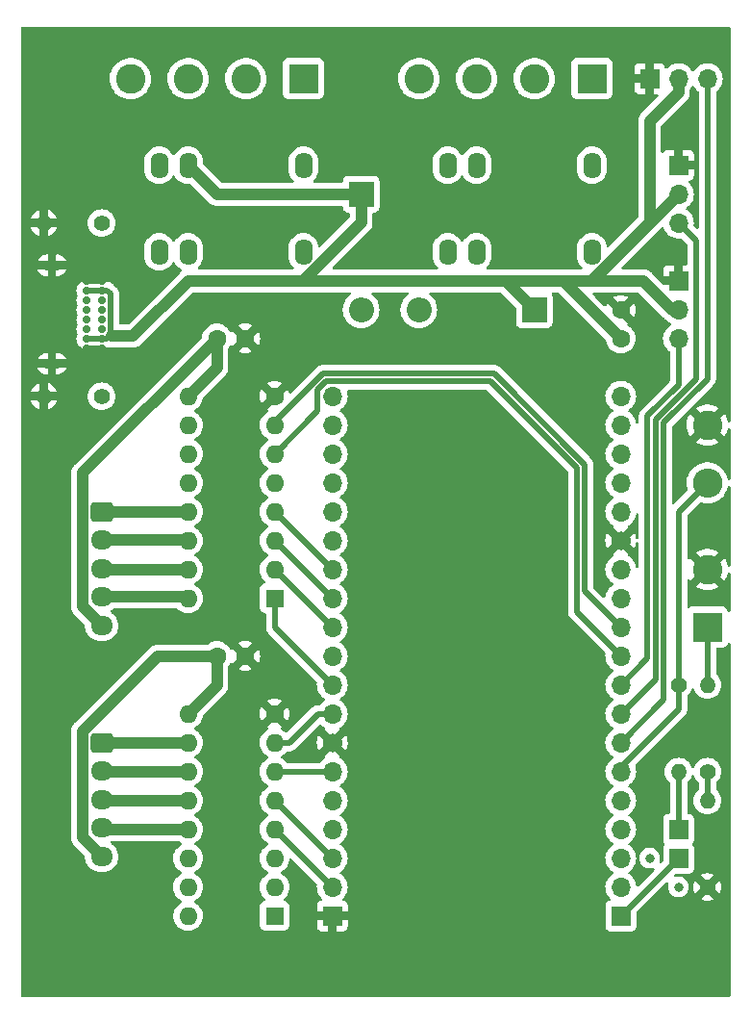
<source format=gtl>
G04 #@! TF.GenerationSoftware,KiCad,Pcbnew,(6.0.4)*
G04 #@! TF.CreationDate,2023-04-21T08:00:34+02:00*
G04 #@! TF.ProjectId,XRTL_PCB,5852544c-5f50-4434-922e-6b696361645f,1.0*
G04 #@! TF.SameCoordinates,Original*
G04 #@! TF.FileFunction,Copper,L1,Top*
G04 #@! TF.FilePolarity,Positive*
%FSLAX46Y46*%
G04 Gerber Fmt 4.6, Leading zero omitted, Abs format (unit mm)*
G04 Created by KiCad (PCBNEW (6.0.4)) date 2023-04-21 08:00:34*
%MOMM*%
%LPD*%
G01*
G04 APERTURE LIST*
G04 Aperture macros list*
%AMRoundRect*
0 Rectangle with rounded corners*
0 $1 Rounding radius*
0 $2 $3 $4 $5 $6 $7 $8 $9 X,Y pos of 4 corners*
0 Add a 4 corners polygon primitive as box body*
4,1,4,$2,$3,$4,$5,$6,$7,$8,$9,$2,$3,0*
0 Add four circle primitives for the rounded corners*
1,1,$1+$1,$2,$3*
1,1,$1+$1,$4,$5*
1,1,$1+$1,$6,$7*
1,1,$1+$1,$8,$9*
0 Add four rect primitives between the rounded corners*
20,1,$1+$1,$2,$3,$4,$5,0*
20,1,$1+$1,$4,$5,$6,$7,0*
20,1,$1+$1,$6,$7,$8,$9,0*
20,1,$1+$1,$8,$9,$2,$3,0*%
%AMHorizOval*
0 Thick line with rounded ends*
0 $1 width*
0 $2 $3 position (X,Y) of the first rounded end (center of the circle)*
0 $4 $5 position (X,Y) of the second rounded end (center of the circle)*
0 Add line between two ends*
20,1,$1,$2,$3,$4,$5,0*
0 Add two circle primitives to create the rounded ends*
1,1,$1,$2,$3*
1,1,$1,$4,$5*%
G04 Aperture macros list end*
G04 #@! TA.AperFunction,ComponentPad*
%ADD10R,2.600000X2.600000*%
G04 #@! TD*
G04 #@! TA.AperFunction,ComponentPad*
%ADD11C,2.600000*%
G04 #@! TD*
G04 #@! TA.AperFunction,ComponentPad*
%ADD12C,1.400000*%
G04 #@! TD*
G04 #@! TA.AperFunction,ComponentPad*
%ADD13O,1.400000X1.400000*%
G04 #@! TD*
G04 #@! TA.AperFunction,ComponentPad*
%ADD14R,1.700000X1.700000*%
G04 #@! TD*
G04 #@! TA.AperFunction,ComponentPad*
%ADD15C,1.600000*%
G04 #@! TD*
G04 #@! TA.AperFunction,ComponentPad*
%ADD16O,1.600000X2.300000*%
G04 #@! TD*
G04 #@! TA.AperFunction,ComponentPad*
%ADD17R,1.600000X1.600000*%
G04 #@! TD*
G04 #@! TA.AperFunction,ComponentPad*
%ADD18O,1.600000X1.600000*%
G04 #@! TD*
G04 #@! TA.AperFunction,ComponentPad*
%ADD19HorizOval,1.600000X0.000000X0.000000X0.000000X0.000000X0*%
G04 #@! TD*
G04 #@! TA.AperFunction,ComponentPad*
%ADD20O,1.700000X1.700000*%
G04 #@! TD*
G04 #@! TA.AperFunction,ComponentPad*
%ADD21HorizOval,1.700000X0.000000X0.000000X0.000000X0.000000X0*%
G04 #@! TD*
G04 #@! TA.AperFunction,ComponentPad*
%ADD22RoundRect,0.250000X-0.725000X0.600000X-0.725000X-0.600000X0.725000X-0.600000X0.725000X0.600000X0*%
G04 #@! TD*
G04 #@! TA.AperFunction,ComponentPad*
%ADD23O,1.950000X1.700000*%
G04 #@! TD*
G04 #@! TA.AperFunction,ComponentPad*
%ADD24R,2.200000X2.200000*%
G04 #@! TD*
G04 #@! TA.AperFunction,ComponentPad*
%ADD25O,2.200000X2.200000*%
G04 #@! TD*
G04 #@! TA.AperFunction,ComponentPad*
%ADD26O,2.600000X2.600000*%
G04 #@! TD*
G04 #@! TA.AperFunction,ComponentPad*
%ADD27C,0.700000*%
G04 #@! TD*
G04 #@! TA.AperFunction,ComponentPad*
%ADD28O,1.700000X0.900000*%
G04 #@! TD*
G04 #@! TA.AperFunction,ComponentPad*
%ADD29O,2.400000X0.900000*%
G04 #@! TD*
G04 #@! TA.AperFunction,ViaPad*
%ADD30C,0.800000*%
G04 #@! TD*
G04 #@! TA.AperFunction,Conductor*
%ADD31C,0.500000*%
G04 #@! TD*
G04 #@! TA.AperFunction,Conductor*
%ADD32C,1.000000*%
G04 #@! TD*
G04 APERTURE END LIST*
D10*
X124460000Y-53340000D03*
D11*
X119380000Y-53340000D03*
X114300000Y-53340000D03*
X109220000Y-53340000D03*
D12*
X81280000Y-81280000D03*
D13*
X76200000Y-81280000D03*
D14*
X132080000Y-121920000D03*
D15*
X127000000Y-76200000D03*
X127000000Y-73700000D03*
D16*
X99060000Y-60960000D03*
X88900000Y-60960000D03*
X86360000Y-60960000D03*
X86360000Y-68580000D03*
X88900000Y-68580000D03*
X99060000Y-68580000D03*
X124460000Y-60960000D03*
X114300000Y-60960000D03*
X111760000Y-60960000D03*
X111760000Y-68580000D03*
X114300000Y-68580000D03*
X124460000Y-68580000D03*
D17*
X96520000Y-99060000D03*
D18*
X96520000Y-96520000D03*
X96520000Y-93980000D03*
X96520000Y-91440000D03*
X96520000Y-88900000D03*
X96520000Y-86360000D03*
X96520000Y-83820000D03*
D19*
X96520000Y-81280000D03*
D18*
X88900000Y-81280000D03*
X88900000Y-83820000D03*
X88900000Y-86360000D03*
X88900000Y-88900000D03*
X88900000Y-91440000D03*
X88900000Y-93980000D03*
X88900000Y-96520000D03*
X88900000Y-99060000D03*
D14*
X127000000Y-127000000D03*
D20*
X127000000Y-124460000D03*
X127000000Y-121920000D03*
X127000000Y-119380000D03*
X127000000Y-116840000D03*
X127000000Y-114300000D03*
X127000000Y-111760000D03*
X127000000Y-109220000D03*
X127000000Y-106680000D03*
X127000000Y-104140000D03*
X127000000Y-101600000D03*
X127000000Y-99060000D03*
X127000000Y-96520000D03*
D21*
X127000000Y-93980000D03*
D20*
X127000000Y-91440000D03*
X127000000Y-88900000D03*
X127000000Y-86360000D03*
X127000000Y-83820000D03*
X127000000Y-81280000D03*
D12*
X132080000Y-106680000D03*
D13*
X132080000Y-114300000D03*
D15*
X91440000Y-76200000D03*
X93940000Y-76200000D03*
D12*
X81280000Y-66040000D03*
D13*
X76200000Y-66040000D03*
D17*
X96520000Y-127000000D03*
D18*
X96520000Y-124460000D03*
X96520000Y-121920000D03*
X96520000Y-119380000D03*
X96520000Y-116840000D03*
X96520000Y-114300000D03*
X96520000Y-111760000D03*
D19*
X96520000Y-109220000D03*
D18*
X88900000Y-109220000D03*
X88900000Y-111760000D03*
X88900000Y-114300000D03*
X88900000Y-116840000D03*
X88900000Y-119380000D03*
X88900000Y-121920000D03*
X88900000Y-124460000D03*
X88900000Y-127000000D03*
D22*
X81280000Y-111760000D03*
D23*
X81280000Y-114260000D03*
X81280000Y-116760000D03*
X81280000Y-119260000D03*
X81280000Y-121760000D03*
D12*
X134620000Y-124460000D03*
D13*
X134620000Y-116840000D03*
D14*
X101600000Y-127000000D03*
D20*
X101600000Y-124460000D03*
X101600000Y-121920000D03*
X101600000Y-119380000D03*
X101600000Y-116840000D03*
X101600000Y-114300000D03*
D21*
X101600000Y-111760000D03*
D20*
X101600000Y-109220000D03*
X101600000Y-106680000D03*
X101600000Y-104140000D03*
X101600000Y-101600000D03*
X101600000Y-99060000D03*
X101600000Y-96520000D03*
X101600000Y-93980000D03*
X101600000Y-91440000D03*
X101600000Y-88900000D03*
X101600000Y-86360000D03*
X101600000Y-83820000D03*
X101600000Y-81280000D03*
D14*
X132080000Y-60960000D03*
D20*
X132080000Y-63500000D03*
X132080000Y-66040000D03*
D24*
X119380000Y-73660000D03*
D25*
X109220000Y-73660000D03*
D22*
X81280000Y-91440000D03*
D23*
X81280000Y-93940000D03*
X81280000Y-96440000D03*
X81280000Y-98940000D03*
X81280000Y-101440000D03*
D14*
X132080000Y-119380000D03*
D15*
X91440000Y-104140000D03*
X93940000Y-104140000D03*
D26*
X134620000Y-88900000D03*
D11*
X134620000Y-83820000D03*
D24*
X104140000Y-63500000D03*
D25*
X104140000Y-73660000D03*
D10*
X134620000Y-101600000D03*
D11*
X134620000Y-96520000D03*
D14*
X132080000Y-71120000D03*
D20*
X132080000Y-73660000D03*
X132080000Y-76200000D03*
D14*
X129540000Y-53340000D03*
D20*
X132080000Y-53340000D03*
X134620000Y-53340000D03*
D10*
X99060000Y-53340000D03*
D11*
X93980000Y-53340000D03*
X88900000Y-53340000D03*
X83820000Y-53340000D03*
D27*
X81280000Y-71120000D03*
X81280000Y-71970000D03*
X81280000Y-72820000D03*
X81280000Y-73670000D03*
X81280000Y-74520000D03*
X81280000Y-75370000D03*
X81280000Y-76220000D03*
X81280000Y-77070000D03*
X79930000Y-77070000D03*
X79930000Y-76220000D03*
X79930000Y-75370000D03*
X79930000Y-74520000D03*
X79930000Y-73670000D03*
X79930000Y-72820000D03*
X79930000Y-71970000D03*
X79930000Y-71120000D03*
D28*
X76920000Y-78420000D03*
D29*
X80300000Y-78420000D03*
X80300000Y-69770000D03*
D28*
X76920000Y-69770000D03*
D12*
X134620000Y-114300000D03*
D13*
X134620000Y-106680000D03*
D30*
X129540000Y-121920000D03*
X132080000Y-124460000D03*
X104140000Y-68580000D03*
X121920000Y-63500000D03*
X132080000Y-86360000D03*
X91440000Y-68580000D03*
X81280000Y-83820000D03*
X93980000Y-83820000D03*
X78105000Y-73660000D03*
X86360000Y-121920000D03*
X129540000Y-114808000D03*
X83820000Y-101600000D03*
X134620000Y-99060000D03*
X86360000Y-78740000D03*
X127000000Y-55880000D03*
X129540000Y-68580000D03*
X99060000Y-78740000D03*
X132080000Y-58420000D03*
X111760000Y-73660000D03*
X109220000Y-68580000D03*
X88900000Y-73660000D03*
X86360000Y-71120000D03*
X124968000Y-116840000D03*
X128905000Y-78740000D03*
X129540000Y-118872000D03*
X127000000Y-63500000D03*
X104140000Y-86360000D03*
X124460000Y-78740000D03*
D31*
X79930000Y-77070000D02*
X81280000Y-77070000D01*
X79930000Y-71120000D02*
X81280000Y-71120000D01*
X127000000Y-127000000D02*
X132080000Y-121920000D01*
X132080000Y-91440000D02*
X134620000Y-88900000D01*
X127000000Y-113944345D02*
X132080000Y-108864345D01*
X132080000Y-102870000D02*
X132080000Y-91440000D01*
X132080000Y-108864345D02*
X132080000Y-102870000D01*
X127000000Y-114300000D02*
X127000000Y-113944345D01*
X134620000Y-114300000D02*
X134620000Y-116840000D01*
X130048000Y-83312000D02*
X133604000Y-79756000D01*
X133604000Y-79756000D02*
X133604000Y-67564000D01*
X133604000Y-67564000D02*
X132080000Y-66040000D01*
X130048000Y-106172000D02*
X130048000Y-83312000D01*
X127000000Y-109220000D02*
X130048000Y-106172000D01*
X129348480Y-104331520D02*
X129348481Y-83022249D01*
X132080000Y-80290730D02*
X132080000Y-76200000D01*
X129348481Y-83022249D02*
X132080000Y-80290730D01*
X127000000Y-106680000D02*
X129348480Y-104331520D01*
X97790000Y-111760000D02*
X100330000Y-109220000D01*
X96520000Y-111760000D02*
X97790000Y-111760000D01*
X100330000Y-109220000D02*
X101600000Y-109220000D01*
X101600000Y-114300000D02*
X96520000Y-114300000D01*
X101600000Y-121920000D02*
X96520000Y-116840000D01*
X101600000Y-124460000D02*
X96520000Y-119380000D01*
X101600000Y-96520000D02*
X96520000Y-91440000D01*
X101600000Y-99060000D02*
X96520000Y-93980000D01*
X101600000Y-101600000D02*
X96520000Y-96520000D01*
X96520000Y-101600000D02*
X96520000Y-99060000D01*
X101600000Y-106680000D02*
X96520000Y-101600000D01*
D32*
X81360000Y-116840000D02*
X88900000Y-116840000D01*
X81400000Y-119380000D02*
X88900000Y-119380000D01*
D31*
X134620000Y-79756000D02*
X134620000Y-53340000D01*
X130747511Y-108012489D02*
X130747511Y-83628489D01*
X130747511Y-83628489D02*
X134620000Y-79756000D01*
X127000000Y-111760000D02*
X130747511Y-108012489D01*
X115830240Y-79280970D02*
X100771973Y-79280970D01*
X127000000Y-101600000D02*
X123825000Y-98425000D01*
X100771973Y-79280970D02*
X96520000Y-83532943D01*
X123825000Y-98425000D02*
X123825000Y-87275730D01*
X123825000Y-87275730D02*
X115830240Y-79280970D01*
X100300489Y-80741724D02*
X100300489Y-82579511D01*
X101061724Y-79980489D02*
X100300489Y-80741724D01*
X123125489Y-100265489D02*
X123125489Y-87565489D01*
X127000000Y-104140000D02*
X123125489Y-100265489D01*
X100300489Y-82579511D02*
X96520000Y-86360000D01*
X123125489Y-87565489D02*
X115540489Y-79980489D01*
X115540489Y-79980489D02*
X101061724Y-79980489D01*
D32*
X81280000Y-111760000D02*
X88900000Y-111760000D01*
X81320000Y-114300000D02*
X88900000Y-114300000D01*
X81280000Y-91440000D02*
X88900000Y-91440000D01*
X81280000Y-93940000D02*
X88860000Y-93940000D01*
X88900000Y-96520000D02*
X81360000Y-96520000D01*
D31*
X81774974Y-76220000D02*
X82079511Y-75915463D01*
D32*
X121920000Y-71120000D02*
X127000000Y-76200000D01*
X129540000Y-57082081D02*
X132080000Y-54542081D01*
X104140000Y-63500000D02*
X91440000Y-63500000D01*
X91440000Y-104140000D02*
X91440000Y-106680000D01*
X79605480Y-88034520D02*
X79605480Y-99765480D01*
X88900000Y-71120000D02*
X84034907Y-75985093D01*
X79605480Y-99765480D02*
X81280000Y-101440000D01*
X114300000Y-71120000D02*
X116840000Y-71120000D01*
D31*
X81280000Y-76220000D02*
X81774974Y-76220000D01*
D32*
X114300000Y-71120000D02*
X128980978Y-71120000D01*
X124390641Y-71120000D02*
X129540000Y-65970641D01*
X91440000Y-76200000D02*
X91440000Y-78740000D01*
X79605480Y-120085480D02*
X81280000Y-121760000D01*
X121920000Y-71120000D02*
X124460000Y-71120000D01*
X99060000Y-71120000D02*
X88900000Y-71120000D01*
X79605480Y-110766696D02*
X79605480Y-120085480D01*
X98990641Y-71120000D02*
X104140000Y-65970641D01*
X91440000Y-106680000D02*
X88900000Y-109220000D01*
X116840000Y-71120000D02*
X119380000Y-73660000D01*
X104140000Y-65970641D02*
X104140000Y-63500000D01*
X99060000Y-71120000D02*
X121920000Y-71120000D01*
D31*
X79930000Y-76220000D02*
X81280000Y-76220000D01*
D32*
X84034907Y-75985093D02*
X82149141Y-75985093D01*
D31*
X82079511Y-72274537D02*
X81774974Y-71970000D01*
D32*
X129540000Y-65970641D02*
X129540000Y-57082081D01*
X86232176Y-104140000D02*
X79605480Y-110766696D01*
X128980978Y-71120000D02*
X131520978Y-73660000D01*
X91440000Y-63500000D02*
X88900000Y-60960000D01*
X91440000Y-78740000D02*
X88900000Y-81280000D01*
X79605480Y-88034520D02*
X91440000Y-76200000D01*
X124460000Y-71120000D02*
X132080000Y-63500000D01*
D31*
X82079511Y-75915463D02*
X82079511Y-72274537D01*
D32*
X131520978Y-73660000D02*
X132080000Y-73660000D01*
X91440000Y-104140000D02*
X86232176Y-104140000D01*
D31*
X79930000Y-71970000D02*
X81280000Y-71970000D01*
D32*
X121920000Y-71120000D02*
X124390641Y-71120000D01*
D31*
X81774974Y-71970000D02*
X81280000Y-71970000D01*
D32*
X132080000Y-54542081D02*
X132080000Y-53340000D01*
X81280000Y-98940000D02*
X88780000Y-98940000D01*
D31*
X132080000Y-119380000D02*
X132080000Y-114300000D01*
X134620000Y-106680000D02*
X134620000Y-101600000D01*
G04 #@! TA.AperFunction,Conductor*
G36*
X136593621Y-48788502D02*
G01*
X136640114Y-48842158D01*
X136651500Y-48894500D01*
X136651500Y-83477588D01*
X136631498Y-83545709D01*
X136577842Y-83592202D01*
X136507568Y-83602306D01*
X136442988Y-83572812D01*
X136404604Y-83513086D01*
X136402607Y-83505396D01*
X136354878Y-83294467D01*
X136352154Y-83285556D01*
X136258143Y-83043806D01*
X136254132Y-83035397D01*
X136147034Y-82848014D01*
X136136869Y-82838238D01*
X136128970Y-82841360D01*
X135163142Y-83807188D01*
X135155528Y-83821132D01*
X135155659Y-83822965D01*
X135159910Y-83829580D01*
X136123077Y-84792747D01*
X136135457Y-84799507D01*
X136143798Y-84793263D01*
X136210832Y-84689047D01*
X136215275Y-84680864D01*
X136321807Y-84444370D01*
X136324997Y-84435605D01*
X136395402Y-84185972D01*
X136397262Y-84176830D01*
X136400507Y-84151322D01*
X136428946Y-84086270D01*
X136488040Y-84046920D01*
X136559027Y-84045766D01*
X136619370Y-84083173D01*
X136649909Y-84147265D01*
X136651500Y-84167223D01*
X136651500Y-88555326D01*
X136631498Y-88623447D01*
X136577842Y-88669940D01*
X136507568Y-88680044D01*
X136442988Y-88650550D01*
X136404604Y-88590824D01*
X136402607Y-88583133D01*
X136355361Y-88374331D01*
X136355360Y-88374326D01*
X136354327Y-88369763D01*
X136256902Y-88119238D01*
X136123518Y-87885864D01*
X136083774Y-87835448D01*
X136013658Y-87746507D01*
X135957105Y-87674769D01*
X135761317Y-87490591D01*
X135586560Y-87369357D01*
X135544299Y-87340039D01*
X135544296Y-87340037D01*
X135540457Y-87337374D01*
X135536264Y-87335306D01*
X135303564Y-87220551D01*
X135303561Y-87220550D01*
X135299376Y-87218486D01*
X135251745Y-87203239D01*
X135132560Y-87165088D01*
X135043370Y-87136538D01*
X135038763Y-87135788D01*
X135038760Y-87135787D01*
X134782674Y-87094081D01*
X134782675Y-87094081D01*
X134778063Y-87093330D01*
X134647719Y-87091624D01*
X134513961Y-87089873D01*
X134513958Y-87089873D01*
X134509284Y-87089812D01*
X134242937Y-87126060D01*
X133984874Y-87201278D01*
X133980621Y-87203238D01*
X133980620Y-87203239D01*
X133950634Y-87217063D01*
X133740763Y-87313815D01*
X133711089Y-87333270D01*
X133519881Y-87458631D01*
X133519876Y-87458635D01*
X133515968Y-87461197D01*
X133475268Y-87497523D01*
X133320542Y-87635622D01*
X133315426Y-87640188D01*
X133211094Y-87765634D01*
X133154067Y-87834202D01*
X133143544Y-87846854D01*
X133141121Y-87850847D01*
X133009181Y-88068277D01*
X133004096Y-88076656D01*
X133002287Y-88080970D01*
X133002285Y-88080974D01*
X132928958Y-88255840D01*
X132900148Y-88324545D01*
X132833981Y-88585077D01*
X132807050Y-88852526D01*
X132807274Y-88857192D01*
X132807274Y-88857197D01*
X132807978Y-88871851D01*
X132819947Y-89121019D01*
X132872388Y-89384656D01*
X132880214Y-89406453D01*
X132895662Y-89449480D01*
X132899855Y-89520353D01*
X132866168Y-89581151D01*
X131721106Y-90726213D01*
X131658794Y-90760239D01*
X131587979Y-90755174D01*
X131531143Y-90712627D01*
X131506332Y-90646107D01*
X131506011Y-90637118D01*
X131506011Y-85337297D01*
X133638568Y-85337297D01*
X133647281Y-85348817D01*
X133655451Y-85354808D01*
X133663354Y-85359747D01*
X133892905Y-85480519D01*
X133901454Y-85484236D01*
X134146327Y-85569749D01*
X134155336Y-85572163D01*
X134410166Y-85620544D01*
X134419423Y-85621598D01*
X134678607Y-85631783D01*
X134687921Y-85631457D01*
X134945753Y-85603220D01*
X134954930Y-85601519D01*
X135205758Y-85535481D01*
X135214574Y-85532445D01*
X135452888Y-85430058D01*
X135461157Y-85425754D01*
X135590467Y-85345734D01*
X135599881Y-85335236D01*
X135595994Y-85326324D01*
X134632812Y-84363142D01*
X134618868Y-84355528D01*
X134617035Y-84355659D01*
X134610420Y-84359910D01*
X133645226Y-85325104D01*
X133638568Y-85337297D01*
X131506011Y-85337297D01*
X131506011Y-83994860D01*
X131526013Y-83926739D01*
X131542916Y-83905765D01*
X131671470Y-83777211D01*
X132807775Y-83777211D01*
X132820220Y-84036288D01*
X132821356Y-84045543D01*
X132871961Y-84299945D01*
X132874449Y-84308917D01*
X132962095Y-84553033D01*
X132965895Y-84561568D01*
X133088658Y-84790042D01*
X133091439Y-84794407D01*
X133101823Y-84802200D01*
X133114242Y-84795428D01*
X134076858Y-83832812D01*
X134084472Y-83818868D01*
X134084341Y-83817035D01*
X134080090Y-83810420D01*
X133116304Y-82846634D01*
X133103924Y-82839874D01*
X133096403Y-82845504D01*
X133006965Y-82992892D01*
X133002736Y-83001192D01*
X132902432Y-83240389D01*
X132899471Y-83249239D01*
X132835628Y-83500625D01*
X132834006Y-83509822D01*
X132808020Y-83767885D01*
X132807775Y-83777211D01*
X131671470Y-83777211D01*
X133143756Y-82304925D01*
X133640460Y-82304925D01*
X133645035Y-82314705D01*
X134607188Y-83276858D01*
X134621132Y-83284472D01*
X134622965Y-83284341D01*
X134629580Y-83280090D01*
X135593317Y-82316353D01*
X135599701Y-82304663D01*
X135590289Y-82292552D01*
X135544045Y-82260471D01*
X135536010Y-82255738D01*
X135303376Y-82141016D01*
X135294743Y-82137528D01*
X135047703Y-82058450D01*
X135038643Y-82056274D01*
X134782630Y-82014580D01*
X134773343Y-82013768D01*
X134513992Y-82010373D01*
X134504681Y-82010943D01*
X134247682Y-82045919D01*
X134238546Y-82047860D01*
X133989543Y-82120439D01*
X133980800Y-82123707D01*
X133745254Y-82232295D01*
X133737098Y-82236815D01*
X133649595Y-82294185D01*
X133640460Y-82304925D01*
X133143756Y-82304925D01*
X135108911Y-80339770D01*
X135123323Y-80327384D01*
X135134918Y-80318851D01*
X135134923Y-80318846D01*
X135140818Y-80314508D01*
X135145557Y-80308930D01*
X135145560Y-80308927D01*
X135175035Y-80274232D01*
X135181965Y-80266716D01*
X135187660Y-80261021D01*
X135205281Y-80238749D01*
X135208072Y-80235345D01*
X135250591Y-80185297D01*
X135250592Y-80185295D01*
X135255333Y-80179715D01*
X135258661Y-80173199D01*
X135262020Y-80168162D01*
X135265194Y-80163023D01*
X135269734Y-80157284D01*
X135285978Y-80122527D01*
X135300636Y-80091163D01*
X135302569Y-80087209D01*
X135312703Y-80067363D01*
X135335769Y-80022192D01*
X135337510Y-80015076D01*
X135339604Y-80009446D01*
X135341523Y-80003679D01*
X135344621Y-79997050D01*
X135346426Y-79988375D01*
X135359482Y-79925604D01*
X135360453Y-79921315D01*
X135376473Y-79855844D01*
X135377808Y-79850390D01*
X135378500Y-79839236D01*
X135378536Y-79839238D01*
X135378775Y-79835248D01*
X135379150Y-79831050D01*
X135380640Y-79823885D01*
X135378546Y-79746479D01*
X135378500Y-79743072D01*
X135378500Y-54532632D01*
X135398502Y-54464511D01*
X135431331Y-54430054D01*
X135499860Y-54381173D01*
X135658096Y-54223489D01*
X135788453Y-54042077D01*
X135809320Y-53999857D01*
X135885136Y-53846453D01*
X135885137Y-53846451D01*
X135887430Y-53841811D01*
X135952370Y-53628069D01*
X135981529Y-53406590D01*
X135983156Y-53340000D01*
X135964852Y-53117361D01*
X135910431Y-52900702D01*
X135821354Y-52695840D01*
X135705435Y-52516656D01*
X135702822Y-52512617D01*
X135702820Y-52512614D01*
X135700014Y-52508277D01*
X135549670Y-52343051D01*
X135545619Y-52339852D01*
X135545615Y-52339848D01*
X135378414Y-52207800D01*
X135378410Y-52207798D01*
X135374359Y-52204598D01*
X135178789Y-52096638D01*
X135173920Y-52094914D01*
X135173916Y-52094912D01*
X134973087Y-52023795D01*
X134973083Y-52023794D01*
X134968212Y-52022069D01*
X134963119Y-52021162D01*
X134963116Y-52021161D01*
X134753373Y-51983800D01*
X134753367Y-51983799D01*
X134748284Y-51982894D01*
X134674452Y-51981992D01*
X134530081Y-51980228D01*
X134530079Y-51980228D01*
X134524911Y-51980165D01*
X134304091Y-52013955D01*
X134091756Y-52083357D01*
X133893607Y-52186507D01*
X133889474Y-52189610D01*
X133889471Y-52189612D01*
X133719100Y-52317530D01*
X133714965Y-52320635D01*
X133560629Y-52482138D01*
X133453201Y-52639621D01*
X133398293Y-52684621D01*
X133327768Y-52692792D01*
X133264021Y-52661538D01*
X133243324Y-52637054D01*
X133162822Y-52512617D01*
X133162820Y-52512614D01*
X133160014Y-52508277D01*
X133009670Y-52343051D01*
X133005619Y-52339852D01*
X133005615Y-52339848D01*
X132838414Y-52207800D01*
X132838410Y-52207798D01*
X132834359Y-52204598D01*
X132638789Y-52096638D01*
X132633920Y-52094914D01*
X132633916Y-52094912D01*
X132433087Y-52023795D01*
X132433083Y-52023794D01*
X132428212Y-52022069D01*
X132423119Y-52021162D01*
X132423116Y-52021161D01*
X132213373Y-51983800D01*
X132213367Y-51983799D01*
X132208284Y-51982894D01*
X132134452Y-51981992D01*
X131990081Y-51980228D01*
X131990079Y-51980228D01*
X131984911Y-51980165D01*
X131764091Y-52013955D01*
X131551756Y-52083357D01*
X131353607Y-52186507D01*
X131349474Y-52189610D01*
X131349471Y-52189612D01*
X131179100Y-52317530D01*
X131174965Y-52320635D01*
X131171393Y-52324373D01*
X131093898Y-52405466D01*
X131032374Y-52440895D01*
X130961462Y-52437438D01*
X130903676Y-52396192D01*
X130884823Y-52362644D01*
X130843324Y-52251946D01*
X130834786Y-52236351D01*
X130758285Y-52134276D01*
X130745724Y-52121715D01*
X130643649Y-52045214D01*
X130628054Y-52036676D01*
X130507606Y-51991522D01*
X130492351Y-51987895D01*
X130441486Y-51982369D01*
X130434672Y-51982000D01*
X129933115Y-51982000D01*
X129917876Y-51986475D01*
X129916671Y-51987865D01*
X129915000Y-51995548D01*
X129915000Y-54679884D01*
X129919475Y-54695123D01*
X129920865Y-54696328D01*
X129928548Y-54697999D01*
X130193658Y-54697999D01*
X130261779Y-54718001D01*
X130308272Y-54771657D01*
X130318376Y-54841931D01*
X130288882Y-54906511D01*
X130282753Y-54913094D01*
X128870621Y-56325226D01*
X128860478Y-56334328D01*
X128830975Y-56358049D01*
X128827008Y-56362777D01*
X128798709Y-56396502D01*
X128795528Y-56400150D01*
X128793885Y-56401962D01*
X128791691Y-56404156D01*
X128764358Y-56437430D01*
X128763696Y-56438228D01*
X128703846Y-56509555D01*
X128701278Y-56514225D01*
X128697897Y-56518342D01*
X128666860Y-56576226D01*
X128654023Y-56600167D01*
X128653394Y-56601326D01*
X128611538Y-56677462D01*
X128611535Y-56677470D01*
X128608567Y-56682868D01*
X128606955Y-56687950D01*
X128604438Y-56692644D01*
X128577238Y-56781612D01*
X128576918Y-56782640D01*
X128548765Y-56871387D01*
X128548171Y-56876683D01*
X128546613Y-56881779D01*
X128545990Y-56887915D01*
X128537218Y-56974268D01*
X128537089Y-56975474D01*
X128531500Y-57025308D01*
X128531500Y-57028835D01*
X128531445Y-57029820D01*
X128530998Y-57035500D01*
X128526626Y-57078543D01*
X128527206Y-57084674D01*
X128530941Y-57124190D01*
X128531500Y-57136048D01*
X128531500Y-65500716D01*
X128511498Y-65568837D01*
X128494595Y-65589811D01*
X127167426Y-66916981D01*
X125971073Y-68113334D01*
X125908761Y-68147359D01*
X125837946Y-68142295D01*
X125781110Y-68099748D01*
X125756457Y-68035220D01*
X125754023Y-68007394D01*
X125754022Y-68007389D01*
X125753543Y-68001913D01*
X125694284Y-67780757D01*
X125615805Y-67612457D01*
X125599849Y-67578238D01*
X125599846Y-67578233D01*
X125597523Y-67573251D01*
X125490000Y-67419693D01*
X125469357Y-67390211D01*
X125469355Y-67390208D01*
X125466198Y-67385700D01*
X125304300Y-67223802D01*
X125299792Y-67220645D01*
X125299789Y-67220643D01*
X125212099Y-67159242D01*
X125116749Y-67092477D01*
X125111767Y-67090154D01*
X125111762Y-67090151D01*
X124914225Y-66998039D01*
X124914224Y-66998039D01*
X124909243Y-66995716D01*
X124903935Y-66994294D01*
X124903933Y-66994293D01*
X124693402Y-66937881D01*
X124693400Y-66937881D01*
X124688087Y-66936457D01*
X124460000Y-66916502D01*
X124231913Y-66936457D01*
X124226600Y-66937881D01*
X124226598Y-66937881D01*
X124016067Y-66994293D01*
X124016065Y-66994294D01*
X124010757Y-66995716D01*
X124005776Y-66998039D01*
X124005775Y-66998039D01*
X123808238Y-67090151D01*
X123808233Y-67090154D01*
X123803251Y-67092477D01*
X123707901Y-67159242D01*
X123620211Y-67220643D01*
X123620208Y-67220645D01*
X123615700Y-67223802D01*
X123453802Y-67385700D01*
X123450645Y-67390208D01*
X123450643Y-67390211D01*
X123430000Y-67419693D01*
X123322477Y-67573251D01*
X123320154Y-67578233D01*
X123320151Y-67578238D01*
X123304195Y-67612457D01*
X123225716Y-67780757D01*
X123166457Y-68001913D01*
X123151500Y-68172873D01*
X123151500Y-68987127D01*
X123166457Y-69158087D01*
X123167881Y-69163400D01*
X123167881Y-69163402D01*
X123218915Y-69353860D01*
X123225716Y-69379243D01*
X123228039Y-69384224D01*
X123228039Y-69384225D01*
X123320151Y-69581762D01*
X123320154Y-69581767D01*
X123322477Y-69586749D01*
X123453802Y-69774300D01*
X123575907Y-69896405D01*
X123609933Y-69958717D01*
X123604868Y-70029532D01*
X123562321Y-70086368D01*
X123495801Y-70111179D01*
X123486812Y-70111500D01*
X121977904Y-70111500D01*
X121965171Y-70110855D01*
X121929666Y-70107248D01*
X121929661Y-70107248D01*
X121923538Y-70106626D01*
X121881259Y-70110623D01*
X121877891Y-70110941D01*
X121866033Y-70111500D01*
X116897904Y-70111500D01*
X116885171Y-70110855D01*
X116849666Y-70107248D01*
X116849661Y-70107248D01*
X116843538Y-70106626D01*
X116801259Y-70110623D01*
X116797891Y-70110941D01*
X116786033Y-70111500D01*
X115273188Y-70111500D01*
X115205067Y-70091498D01*
X115158574Y-70037842D01*
X115148470Y-69967568D01*
X115177964Y-69902988D01*
X115184093Y-69896405D01*
X115306198Y-69774300D01*
X115437523Y-69586749D01*
X115439846Y-69581767D01*
X115439849Y-69581762D01*
X115531961Y-69384225D01*
X115531961Y-69384224D01*
X115534284Y-69379243D01*
X115541086Y-69353860D01*
X115592119Y-69163402D01*
X115592119Y-69163400D01*
X115593543Y-69158087D01*
X115608500Y-68987127D01*
X115608500Y-68172873D01*
X115593543Y-68001913D01*
X115534284Y-67780757D01*
X115455805Y-67612457D01*
X115439849Y-67578238D01*
X115439846Y-67578233D01*
X115437523Y-67573251D01*
X115330000Y-67419693D01*
X115309357Y-67390211D01*
X115309355Y-67390208D01*
X115306198Y-67385700D01*
X115144300Y-67223802D01*
X115139792Y-67220645D01*
X115139789Y-67220643D01*
X115052099Y-67159242D01*
X114956749Y-67092477D01*
X114951767Y-67090154D01*
X114951762Y-67090151D01*
X114754225Y-66998039D01*
X114754224Y-66998039D01*
X114749243Y-66995716D01*
X114743935Y-66994294D01*
X114743933Y-66994293D01*
X114533402Y-66937881D01*
X114533400Y-66937881D01*
X114528087Y-66936457D01*
X114300000Y-66916502D01*
X114071913Y-66936457D01*
X114066600Y-66937881D01*
X114066598Y-66937881D01*
X113856067Y-66994293D01*
X113856065Y-66994294D01*
X113850757Y-66995716D01*
X113845776Y-66998039D01*
X113845775Y-66998039D01*
X113648238Y-67090151D01*
X113648233Y-67090154D01*
X113643251Y-67092477D01*
X113547901Y-67159242D01*
X113460211Y-67220643D01*
X113460208Y-67220645D01*
X113455700Y-67223802D01*
X113293802Y-67385700D01*
X113290645Y-67390208D01*
X113290643Y-67390211D01*
X113270000Y-67419693D01*
X113162477Y-67573251D01*
X113160154Y-67578233D01*
X113160151Y-67578238D01*
X113144195Y-67612457D01*
X113097278Y-67665742D01*
X113029001Y-67685203D01*
X112961041Y-67664661D01*
X112915805Y-67612457D01*
X112899849Y-67578238D01*
X112899846Y-67578233D01*
X112897523Y-67573251D01*
X112790000Y-67419693D01*
X112769357Y-67390211D01*
X112769355Y-67390208D01*
X112766198Y-67385700D01*
X112604300Y-67223802D01*
X112599792Y-67220645D01*
X112599789Y-67220643D01*
X112512099Y-67159242D01*
X112416749Y-67092477D01*
X112411767Y-67090154D01*
X112411762Y-67090151D01*
X112214225Y-66998039D01*
X112214224Y-66998039D01*
X112209243Y-66995716D01*
X112203935Y-66994294D01*
X112203933Y-66994293D01*
X111993402Y-66937881D01*
X111993400Y-66937881D01*
X111988087Y-66936457D01*
X111760000Y-66916502D01*
X111531913Y-66936457D01*
X111526600Y-66937881D01*
X111526598Y-66937881D01*
X111316067Y-66994293D01*
X111316065Y-66994294D01*
X111310757Y-66995716D01*
X111305776Y-66998039D01*
X111305775Y-66998039D01*
X111108238Y-67090151D01*
X111108233Y-67090154D01*
X111103251Y-67092477D01*
X111007901Y-67159242D01*
X110920211Y-67220643D01*
X110920208Y-67220645D01*
X110915700Y-67223802D01*
X110753802Y-67385700D01*
X110750645Y-67390208D01*
X110750643Y-67390211D01*
X110730000Y-67419693D01*
X110622477Y-67573251D01*
X110620154Y-67578233D01*
X110620151Y-67578238D01*
X110604195Y-67612457D01*
X110525716Y-67780757D01*
X110466457Y-68001913D01*
X110451500Y-68172873D01*
X110451500Y-68987127D01*
X110466457Y-69158087D01*
X110467881Y-69163400D01*
X110467881Y-69163402D01*
X110518915Y-69353860D01*
X110525716Y-69379243D01*
X110528039Y-69384224D01*
X110528039Y-69384225D01*
X110620151Y-69581762D01*
X110620154Y-69581767D01*
X110622477Y-69586749D01*
X110753802Y-69774300D01*
X110875907Y-69896405D01*
X110909933Y-69958717D01*
X110904868Y-70029532D01*
X110862321Y-70086368D01*
X110795801Y-70111179D01*
X110786812Y-70111500D01*
X101729566Y-70111500D01*
X101661445Y-70091498D01*
X101614952Y-70037842D01*
X101604848Y-69967568D01*
X101634342Y-69902988D01*
X101640471Y-69896405D01*
X104809379Y-66727496D01*
X104819522Y-66718394D01*
X104844218Y-66698538D01*
X104849025Y-66694673D01*
X104881320Y-66656185D01*
X104884478Y-66652566D01*
X104886124Y-66650751D01*
X104888309Y-66648566D01*
X104890264Y-66646186D01*
X104890273Y-66646176D01*
X104915549Y-66615405D01*
X104916391Y-66614390D01*
X104954186Y-66569347D01*
X104976154Y-66543167D01*
X104978723Y-66538493D01*
X104982102Y-66534380D01*
X105025975Y-66452556D01*
X105026584Y-66451434D01*
X105028671Y-66447639D01*
X105071433Y-66369854D01*
X105073045Y-66364772D01*
X105075562Y-66360078D01*
X105102762Y-66271110D01*
X105103108Y-66269999D01*
X105107559Y-66255970D01*
X105131235Y-66181335D01*
X105131829Y-66176039D01*
X105133387Y-66170943D01*
X105142790Y-66078384D01*
X105142911Y-66077248D01*
X105147465Y-66036646D01*
X105148108Y-66030911D01*
X105148108Y-66030907D01*
X105148500Y-66027414D01*
X105148500Y-66023887D01*
X105148555Y-66022902D01*
X105149002Y-66017222D01*
X105153374Y-65974179D01*
X105149059Y-65928532D01*
X105148500Y-65916674D01*
X105148500Y-65234500D01*
X105168502Y-65166379D01*
X105222158Y-65119886D01*
X105274500Y-65108500D01*
X105288134Y-65108500D01*
X105350316Y-65101745D01*
X105486705Y-65050615D01*
X105603261Y-64963261D01*
X105690615Y-64846705D01*
X105741745Y-64710316D01*
X105748500Y-64648134D01*
X105748500Y-62351866D01*
X105741745Y-62289684D01*
X105690615Y-62153295D01*
X105603261Y-62036739D01*
X105486705Y-61949385D01*
X105350316Y-61898255D01*
X105288134Y-61891500D01*
X102991866Y-61891500D01*
X102929684Y-61898255D01*
X102793295Y-61949385D01*
X102676739Y-62036739D01*
X102589385Y-62153295D01*
X102538255Y-62289684D01*
X102531500Y-62351866D01*
X102531500Y-62365500D01*
X102511498Y-62433621D01*
X102457842Y-62480114D01*
X102405500Y-62491500D01*
X100033188Y-62491500D01*
X99965067Y-62471498D01*
X99918574Y-62417842D01*
X99908470Y-62347568D01*
X99937964Y-62282988D01*
X99944093Y-62276405D01*
X100066198Y-62154300D01*
X100071934Y-62146109D01*
X100134705Y-62056462D01*
X100197523Y-61966749D01*
X100199846Y-61961767D01*
X100199849Y-61961762D01*
X100291961Y-61764225D01*
X100291961Y-61764224D01*
X100294284Y-61759243D01*
X100353543Y-61538087D01*
X100368500Y-61367127D01*
X110451500Y-61367127D01*
X110466457Y-61538087D01*
X110525716Y-61759243D01*
X110528039Y-61764224D01*
X110528039Y-61764225D01*
X110620151Y-61961762D01*
X110620154Y-61961767D01*
X110622477Y-61966749D01*
X110685295Y-62056462D01*
X110748067Y-62146109D01*
X110753802Y-62154300D01*
X110915700Y-62316198D01*
X110920208Y-62319355D01*
X110920211Y-62319357D01*
X110966639Y-62351866D01*
X111103251Y-62447523D01*
X111108233Y-62449846D01*
X111108238Y-62449849D01*
X111305775Y-62541961D01*
X111310757Y-62544284D01*
X111316065Y-62545706D01*
X111316067Y-62545707D01*
X111526598Y-62602119D01*
X111526600Y-62602119D01*
X111531913Y-62603543D01*
X111760000Y-62623498D01*
X111988087Y-62603543D01*
X111993400Y-62602119D01*
X111993402Y-62602119D01*
X112203933Y-62545707D01*
X112203935Y-62545706D01*
X112209243Y-62544284D01*
X112214225Y-62541961D01*
X112411762Y-62449849D01*
X112411767Y-62449846D01*
X112416749Y-62447523D01*
X112553361Y-62351866D01*
X112599789Y-62319357D01*
X112599792Y-62319355D01*
X112604300Y-62316198D01*
X112766198Y-62154300D01*
X112771934Y-62146109D01*
X112834705Y-62056462D01*
X112897523Y-61966749D01*
X112899846Y-61961767D01*
X112899849Y-61961762D01*
X112915805Y-61927543D01*
X112962722Y-61874258D01*
X113030999Y-61854797D01*
X113098959Y-61875339D01*
X113144195Y-61927543D01*
X113160151Y-61961762D01*
X113160154Y-61961767D01*
X113162477Y-61966749D01*
X113225295Y-62056462D01*
X113288067Y-62146109D01*
X113293802Y-62154300D01*
X113455700Y-62316198D01*
X113460208Y-62319355D01*
X113460211Y-62319357D01*
X113506639Y-62351866D01*
X113643251Y-62447523D01*
X113648233Y-62449846D01*
X113648238Y-62449849D01*
X113845775Y-62541961D01*
X113850757Y-62544284D01*
X113856065Y-62545706D01*
X113856067Y-62545707D01*
X114066598Y-62602119D01*
X114066600Y-62602119D01*
X114071913Y-62603543D01*
X114300000Y-62623498D01*
X114528087Y-62603543D01*
X114533400Y-62602119D01*
X114533402Y-62602119D01*
X114743933Y-62545707D01*
X114743935Y-62545706D01*
X114749243Y-62544284D01*
X114754225Y-62541961D01*
X114951762Y-62449849D01*
X114951767Y-62449846D01*
X114956749Y-62447523D01*
X115093361Y-62351866D01*
X115139789Y-62319357D01*
X115139792Y-62319355D01*
X115144300Y-62316198D01*
X115306198Y-62154300D01*
X115311934Y-62146109D01*
X115374705Y-62056462D01*
X115437523Y-61966749D01*
X115439846Y-61961767D01*
X115439849Y-61961762D01*
X115531961Y-61764225D01*
X115531961Y-61764224D01*
X115534284Y-61759243D01*
X115593543Y-61538087D01*
X115608500Y-61367127D01*
X123151500Y-61367127D01*
X123166457Y-61538087D01*
X123225716Y-61759243D01*
X123228039Y-61764224D01*
X123228039Y-61764225D01*
X123320151Y-61961762D01*
X123320154Y-61961767D01*
X123322477Y-61966749D01*
X123385295Y-62056462D01*
X123448067Y-62146109D01*
X123453802Y-62154300D01*
X123615700Y-62316198D01*
X123620208Y-62319355D01*
X123620211Y-62319357D01*
X123666639Y-62351866D01*
X123803251Y-62447523D01*
X123808233Y-62449846D01*
X123808238Y-62449849D01*
X124005775Y-62541961D01*
X124010757Y-62544284D01*
X124016065Y-62545706D01*
X124016067Y-62545707D01*
X124226598Y-62602119D01*
X124226600Y-62602119D01*
X124231913Y-62603543D01*
X124460000Y-62623498D01*
X124688087Y-62603543D01*
X124693400Y-62602119D01*
X124693402Y-62602119D01*
X124903933Y-62545707D01*
X124903935Y-62545706D01*
X124909243Y-62544284D01*
X124914225Y-62541961D01*
X125111762Y-62449849D01*
X125111767Y-62449846D01*
X125116749Y-62447523D01*
X125253361Y-62351866D01*
X125299789Y-62319357D01*
X125299792Y-62319355D01*
X125304300Y-62316198D01*
X125466198Y-62154300D01*
X125471934Y-62146109D01*
X125534705Y-62056462D01*
X125597523Y-61966749D01*
X125599846Y-61961767D01*
X125599849Y-61961762D01*
X125691961Y-61764225D01*
X125691961Y-61764224D01*
X125694284Y-61759243D01*
X125753543Y-61538087D01*
X125768500Y-61367127D01*
X125768500Y-60552873D01*
X125753543Y-60381913D01*
X125694284Y-60160757D01*
X125691961Y-60155775D01*
X125599849Y-59958238D01*
X125599846Y-59958233D01*
X125597523Y-59953251D01*
X125524098Y-59848389D01*
X125469357Y-59770211D01*
X125469355Y-59770208D01*
X125466198Y-59765700D01*
X125304300Y-59603802D01*
X125299792Y-59600645D01*
X125299789Y-59600643D01*
X125221611Y-59545902D01*
X125116749Y-59472477D01*
X125111767Y-59470154D01*
X125111762Y-59470151D01*
X124914225Y-59378039D01*
X124914224Y-59378039D01*
X124909243Y-59375716D01*
X124903935Y-59374294D01*
X124903933Y-59374293D01*
X124693402Y-59317881D01*
X124693400Y-59317881D01*
X124688087Y-59316457D01*
X124460000Y-59296502D01*
X124231913Y-59316457D01*
X124226600Y-59317881D01*
X124226598Y-59317881D01*
X124016067Y-59374293D01*
X124016065Y-59374294D01*
X124010757Y-59375716D01*
X124005776Y-59378039D01*
X124005775Y-59378039D01*
X123808238Y-59470151D01*
X123808233Y-59470154D01*
X123803251Y-59472477D01*
X123698389Y-59545902D01*
X123620211Y-59600643D01*
X123620208Y-59600645D01*
X123615700Y-59603802D01*
X123453802Y-59765700D01*
X123450645Y-59770208D01*
X123450643Y-59770211D01*
X123395902Y-59848389D01*
X123322477Y-59953251D01*
X123320154Y-59958233D01*
X123320151Y-59958238D01*
X123228039Y-60155775D01*
X123225716Y-60160757D01*
X123166457Y-60381913D01*
X123151500Y-60552873D01*
X123151500Y-61367127D01*
X115608500Y-61367127D01*
X115608500Y-60552873D01*
X115593543Y-60381913D01*
X115534284Y-60160757D01*
X115531961Y-60155775D01*
X115439849Y-59958238D01*
X115439846Y-59958233D01*
X115437523Y-59953251D01*
X115364098Y-59848389D01*
X115309357Y-59770211D01*
X115309355Y-59770208D01*
X115306198Y-59765700D01*
X115144300Y-59603802D01*
X115139792Y-59600645D01*
X115139789Y-59600643D01*
X115061611Y-59545902D01*
X114956749Y-59472477D01*
X114951767Y-59470154D01*
X114951762Y-59470151D01*
X114754225Y-59378039D01*
X114754224Y-59378039D01*
X114749243Y-59375716D01*
X114743935Y-59374294D01*
X114743933Y-59374293D01*
X114533402Y-59317881D01*
X114533400Y-59317881D01*
X114528087Y-59316457D01*
X114300000Y-59296502D01*
X114071913Y-59316457D01*
X114066600Y-59317881D01*
X114066598Y-59317881D01*
X113856067Y-59374293D01*
X113856065Y-59374294D01*
X113850757Y-59375716D01*
X113845776Y-59378039D01*
X113845775Y-59378039D01*
X113648238Y-59470151D01*
X113648233Y-59470154D01*
X113643251Y-59472477D01*
X113538389Y-59545902D01*
X113460211Y-59600643D01*
X113460208Y-59600645D01*
X113455700Y-59603802D01*
X113293802Y-59765700D01*
X113290645Y-59770208D01*
X113290643Y-59770211D01*
X113235902Y-59848389D01*
X113162477Y-59953251D01*
X113160154Y-59958233D01*
X113160151Y-59958238D01*
X113144195Y-59992457D01*
X113097278Y-60045742D01*
X113029001Y-60065203D01*
X112961041Y-60044661D01*
X112915805Y-59992457D01*
X112899849Y-59958238D01*
X112899846Y-59958233D01*
X112897523Y-59953251D01*
X112824098Y-59848389D01*
X112769357Y-59770211D01*
X112769355Y-59770208D01*
X112766198Y-59765700D01*
X112604300Y-59603802D01*
X112599792Y-59600645D01*
X112599789Y-59600643D01*
X112521611Y-59545902D01*
X112416749Y-59472477D01*
X112411767Y-59470154D01*
X112411762Y-59470151D01*
X112214225Y-59378039D01*
X112214224Y-59378039D01*
X112209243Y-59375716D01*
X112203935Y-59374294D01*
X112203933Y-59374293D01*
X111993402Y-59317881D01*
X111993400Y-59317881D01*
X111988087Y-59316457D01*
X111760000Y-59296502D01*
X111531913Y-59316457D01*
X111526600Y-59317881D01*
X111526598Y-59317881D01*
X111316067Y-59374293D01*
X111316065Y-59374294D01*
X111310757Y-59375716D01*
X111305776Y-59378039D01*
X111305775Y-59378039D01*
X111108238Y-59470151D01*
X111108233Y-59470154D01*
X111103251Y-59472477D01*
X110998389Y-59545902D01*
X110920211Y-59600643D01*
X110920208Y-59600645D01*
X110915700Y-59603802D01*
X110753802Y-59765700D01*
X110750645Y-59770208D01*
X110750643Y-59770211D01*
X110695902Y-59848389D01*
X110622477Y-59953251D01*
X110620154Y-59958233D01*
X110620151Y-59958238D01*
X110528039Y-60155775D01*
X110525716Y-60160757D01*
X110466457Y-60381913D01*
X110451500Y-60552873D01*
X110451500Y-61367127D01*
X100368500Y-61367127D01*
X100368500Y-60552873D01*
X100353543Y-60381913D01*
X100294284Y-60160757D01*
X100291961Y-60155775D01*
X100199849Y-59958238D01*
X100199846Y-59958233D01*
X100197523Y-59953251D01*
X100124098Y-59848389D01*
X100069357Y-59770211D01*
X100069355Y-59770208D01*
X100066198Y-59765700D01*
X99904300Y-59603802D01*
X99899792Y-59600645D01*
X99899789Y-59600643D01*
X99821611Y-59545902D01*
X99716749Y-59472477D01*
X99711767Y-59470154D01*
X99711762Y-59470151D01*
X99514225Y-59378039D01*
X99514224Y-59378039D01*
X99509243Y-59375716D01*
X99503935Y-59374294D01*
X99503933Y-59374293D01*
X99293402Y-59317881D01*
X99293400Y-59317881D01*
X99288087Y-59316457D01*
X99060000Y-59296502D01*
X98831913Y-59316457D01*
X98826600Y-59317881D01*
X98826598Y-59317881D01*
X98616067Y-59374293D01*
X98616065Y-59374294D01*
X98610757Y-59375716D01*
X98605776Y-59378039D01*
X98605775Y-59378039D01*
X98408238Y-59470151D01*
X98408233Y-59470154D01*
X98403251Y-59472477D01*
X98298389Y-59545902D01*
X98220211Y-59600643D01*
X98220208Y-59600645D01*
X98215700Y-59603802D01*
X98053802Y-59765700D01*
X98050645Y-59770208D01*
X98050643Y-59770211D01*
X97995902Y-59848389D01*
X97922477Y-59953251D01*
X97920154Y-59958233D01*
X97920151Y-59958238D01*
X97828039Y-60155775D01*
X97825716Y-60160757D01*
X97766457Y-60381913D01*
X97751500Y-60552873D01*
X97751500Y-61367127D01*
X97766457Y-61538087D01*
X97825716Y-61759243D01*
X97828039Y-61764224D01*
X97828039Y-61764225D01*
X97920151Y-61961762D01*
X97920154Y-61961767D01*
X97922477Y-61966749D01*
X97985295Y-62056462D01*
X98048067Y-62146109D01*
X98053802Y-62154300D01*
X98175907Y-62276405D01*
X98209933Y-62338717D01*
X98204868Y-62409532D01*
X98162321Y-62466368D01*
X98095801Y-62491179D01*
X98086812Y-62491500D01*
X91909924Y-62491500D01*
X91841803Y-62471498D01*
X91820829Y-62454595D01*
X90245405Y-60879171D01*
X90211379Y-60816859D01*
X90208500Y-60790076D01*
X90208500Y-60552873D01*
X90193543Y-60381913D01*
X90134284Y-60160757D01*
X90131961Y-60155775D01*
X90039849Y-59958238D01*
X90039846Y-59958233D01*
X90037523Y-59953251D01*
X89964098Y-59848389D01*
X89909357Y-59770211D01*
X89909355Y-59770208D01*
X89906198Y-59765700D01*
X89744300Y-59603802D01*
X89739792Y-59600645D01*
X89739789Y-59600643D01*
X89661611Y-59545902D01*
X89556749Y-59472477D01*
X89551767Y-59470154D01*
X89551762Y-59470151D01*
X89354225Y-59378039D01*
X89354224Y-59378039D01*
X89349243Y-59375716D01*
X89343935Y-59374294D01*
X89343933Y-59374293D01*
X89133402Y-59317881D01*
X89133400Y-59317881D01*
X89128087Y-59316457D01*
X88900000Y-59296502D01*
X88671913Y-59316457D01*
X88666600Y-59317881D01*
X88666598Y-59317881D01*
X88456067Y-59374293D01*
X88456065Y-59374294D01*
X88450757Y-59375716D01*
X88445776Y-59378039D01*
X88445775Y-59378039D01*
X88248238Y-59470151D01*
X88248233Y-59470154D01*
X88243251Y-59472477D01*
X88138389Y-59545902D01*
X88060211Y-59600643D01*
X88060208Y-59600645D01*
X88055700Y-59603802D01*
X87893802Y-59765700D01*
X87890645Y-59770208D01*
X87890643Y-59770211D01*
X87835902Y-59848389D01*
X87762477Y-59953251D01*
X87760154Y-59958233D01*
X87760151Y-59958238D01*
X87744195Y-59992457D01*
X87697278Y-60045742D01*
X87629001Y-60065203D01*
X87561041Y-60044661D01*
X87515805Y-59992457D01*
X87499849Y-59958238D01*
X87499846Y-59958233D01*
X87497523Y-59953251D01*
X87424098Y-59848389D01*
X87369357Y-59770211D01*
X87369355Y-59770208D01*
X87366198Y-59765700D01*
X87204300Y-59603802D01*
X87199792Y-59600645D01*
X87199789Y-59600643D01*
X87121611Y-59545902D01*
X87016749Y-59472477D01*
X87011767Y-59470154D01*
X87011762Y-59470151D01*
X86814225Y-59378039D01*
X86814224Y-59378039D01*
X86809243Y-59375716D01*
X86803935Y-59374294D01*
X86803933Y-59374293D01*
X86593402Y-59317881D01*
X86593400Y-59317881D01*
X86588087Y-59316457D01*
X86360000Y-59296502D01*
X86131913Y-59316457D01*
X86126600Y-59317881D01*
X86126598Y-59317881D01*
X85916067Y-59374293D01*
X85916065Y-59374294D01*
X85910757Y-59375716D01*
X85905776Y-59378039D01*
X85905775Y-59378039D01*
X85708238Y-59470151D01*
X85708233Y-59470154D01*
X85703251Y-59472477D01*
X85598389Y-59545902D01*
X85520211Y-59600643D01*
X85520208Y-59600645D01*
X85515700Y-59603802D01*
X85353802Y-59765700D01*
X85350645Y-59770208D01*
X85350643Y-59770211D01*
X85295902Y-59848389D01*
X85222477Y-59953251D01*
X85220154Y-59958233D01*
X85220151Y-59958238D01*
X85128039Y-60155775D01*
X85125716Y-60160757D01*
X85066457Y-60381913D01*
X85051500Y-60552873D01*
X85051500Y-61367127D01*
X85066457Y-61538087D01*
X85125716Y-61759243D01*
X85128039Y-61764224D01*
X85128039Y-61764225D01*
X85220151Y-61961762D01*
X85220154Y-61961767D01*
X85222477Y-61966749D01*
X85285295Y-62056462D01*
X85348067Y-62146109D01*
X85353802Y-62154300D01*
X85515700Y-62316198D01*
X85520208Y-62319355D01*
X85520211Y-62319357D01*
X85566639Y-62351866D01*
X85703251Y-62447523D01*
X85708233Y-62449846D01*
X85708238Y-62449849D01*
X85905775Y-62541961D01*
X85910757Y-62544284D01*
X85916065Y-62545706D01*
X85916067Y-62545707D01*
X86126598Y-62602119D01*
X86126600Y-62602119D01*
X86131913Y-62603543D01*
X86360000Y-62623498D01*
X86588087Y-62603543D01*
X86593400Y-62602119D01*
X86593402Y-62602119D01*
X86803933Y-62545707D01*
X86803935Y-62545706D01*
X86809243Y-62544284D01*
X86814225Y-62541961D01*
X87011762Y-62449849D01*
X87011767Y-62449846D01*
X87016749Y-62447523D01*
X87153361Y-62351866D01*
X87199789Y-62319357D01*
X87199792Y-62319355D01*
X87204300Y-62316198D01*
X87366198Y-62154300D01*
X87371934Y-62146109D01*
X87434705Y-62056462D01*
X87497523Y-61966749D01*
X87499846Y-61961767D01*
X87499849Y-61961762D01*
X87515805Y-61927543D01*
X87562722Y-61874258D01*
X87630999Y-61854797D01*
X87698959Y-61875339D01*
X87744195Y-61927543D01*
X87760151Y-61961762D01*
X87760154Y-61961767D01*
X87762477Y-61966749D01*
X87825295Y-62056462D01*
X87888067Y-62146109D01*
X87893802Y-62154300D01*
X88055700Y-62316198D01*
X88060208Y-62319355D01*
X88060211Y-62319357D01*
X88106639Y-62351866D01*
X88243251Y-62447523D01*
X88248233Y-62449846D01*
X88248238Y-62449849D01*
X88445775Y-62541961D01*
X88450757Y-62544284D01*
X88456065Y-62545706D01*
X88456067Y-62545707D01*
X88666598Y-62602119D01*
X88666600Y-62602119D01*
X88671913Y-62603543D01*
X88900000Y-62623498D01*
X88905475Y-62623019D01*
X89059645Y-62609531D01*
X89129250Y-62623520D01*
X89159722Y-62645957D01*
X90683149Y-64169384D01*
X90692251Y-64179527D01*
X90715968Y-64209025D01*
X90754446Y-64241312D01*
X90758062Y-64244467D01*
X90759888Y-64246123D01*
X90762074Y-64248309D01*
X90764454Y-64250264D01*
X90764464Y-64250273D01*
X90795268Y-64275576D01*
X90796283Y-64276418D01*
X90867474Y-64336154D01*
X90872148Y-64338723D01*
X90876261Y-64342102D01*
X90881698Y-64345017D01*
X90881699Y-64345018D01*
X90958047Y-64385955D01*
X90959177Y-64386568D01*
X91040787Y-64431433D01*
X91045869Y-64433045D01*
X91050563Y-64435562D01*
X91139531Y-64462762D01*
X91140559Y-64463082D01*
X91229306Y-64491235D01*
X91234602Y-64491829D01*
X91239698Y-64493387D01*
X91332257Y-64502790D01*
X91333393Y-64502911D01*
X91367008Y-64506681D01*
X91379730Y-64508108D01*
X91379734Y-64508108D01*
X91383227Y-64508500D01*
X91386754Y-64508500D01*
X91387739Y-64508555D01*
X91393419Y-64509002D01*
X91422825Y-64511989D01*
X91430337Y-64512752D01*
X91430339Y-64512752D01*
X91436462Y-64513374D01*
X91482108Y-64509059D01*
X91493967Y-64508500D01*
X102405500Y-64508500D01*
X102473621Y-64528502D01*
X102520114Y-64582158D01*
X102531500Y-64634500D01*
X102531500Y-64648134D01*
X102538255Y-64710316D01*
X102589385Y-64846705D01*
X102676739Y-64963261D01*
X102793295Y-65050615D01*
X102929684Y-65101745D01*
X102991866Y-65108500D01*
X103005500Y-65108500D01*
X103073621Y-65128502D01*
X103120114Y-65182158D01*
X103131500Y-65234500D01*
X103131500Y-65500716D01*
X103111498Y-65568837D01*
X103094595Y-65589811D01*
X101767426Y-66916981D01*
X100571073Y-68113334D01*
X100508761Y-68147359D01*
X100437946Y-68142295D01*
X100381110Y-68099748D01*
X100356457Y-68035220D01*
X100354023Y-68007394D01*
X100354022Y-68007389D01*
X100353543Y-68001913D01*
X100294284Y-67780757D01*
X100215805Y-67612457D01*
X100199849Y-67578238D01*
X100199846Y-67578233D01*
X100197523Y-67573251D01*
X100090000Y-67419693D01*
X100069357Y-67390211D01*
X100069355Y-67390208D01*
X100066198Y-67385700D01*
X99904300Y-67223802D01*
X99899792Y-67220645D01*
X99899789Y-67220643D01*
X99812099Y-67159242D01*
X99716749Y-67092477D01*
X99711767Y-67090154D01*
X99711762Y-67090151D01*
X99514225Y-66998039D01*
X99514224Y-66998039D01*
X99509243Y-66995716D01*
X99503935Y-66994294D01*
X99503933Y-66994293D01*
X99293402Y-66937881D01*
X99293400Y-66937881D01*
X99288087Y-66936457D01*
X99060000Y-66916502D01*
X98831913Y-66936457D01*
X98826600Y-66937881D01*
X98826598Y-66937881D01*
X98616067Y-66994293D01*
X98616065Y-66994294D01*
X98610757Y-66995716D01*
X98605776Y-66998039D01*
X98605775Y-66998039D01*
X98408238Y-67090151D01*
X98408233Y-67090154D01*
X98403251Y-67092477D01*
X98307901Y-67159242D01*
X98220211Y-67220643D01*
X98220208Y-67220645D01*
X98215700Y-67223802D01*
X98053802Y-67385700D01*
X98050645Y-67390208D01*
X98050643Y-67390211D01*
X98030000Y-67419693D01*
X97922477Y-67573251D01*
X97920154Y-67578233D01*
X97920151Y-67578238D01*
X97904195Y-67612457D01*
X97825716Y-67780757D01*
X97766457Y-68001913D01*
X97751500Y-68172873D01*
X97751500Y-68987127D01*
X97766457Y-69158087D01*
X97767881Y-69163400D01*
X97767881Y-69163402D01*
X97818915Y-69353860D01*
X97825716Y-69379243D01*
X97828039Y-69384224D01*
X97828039Y-69384225D01*
X97920151Y-69581762D01*
X97920154Y-69581767D01*
X97922477Y-69586749D01*
X98053802Y-69774300D01*
X98175907Y-69896405D01*
X98209933Y-69958717D01*
X98204868Y-70029532D01*
X98162321Y-70086368D01*
X98095801Y-70111179D01*
X98086812Y-70111500D01*
X89873188Y-70111500D01*
X89805067Y-70091498D01*
X89758574Y-70037842D01*
X89748470Y-69967568D01*
X89777964Y-69902988D01*
X89784093Y-69896405D01*
X89906198Y-69774300D01*
X90037523Y-69586749D01*
X90039846Y-69581767D01*
X90039849Y-69581762D01*
X90131961Y-69384225D01*
X90131961Y-69384224D01*
X90134284Y-69379243D01*
X90141086Y-69353860D01*
X90192119Y-69163402D01*
X90192119Y-69163400D01*
X90193543Y-69158087D01*
X90208500Y-68987127D01*
X90208500Y-68172873D01*
X90193543Y-68001913D01*
X90134284Y-67780757D01*
X90055805Y-67612457D01*
X90039849Y-67578238D01*
X90039846Y-67578233D01*
X90037523Y-67573251D01*
X89930000Y-67419693D01*
X89909357Y-67390211D01*
X89909355Y-67390208D01*
X89906198Y-67385700D01*
X89744300Y-67223802D01*
X89739792Y-67220645D01*
X89739789Y-67220643D01*
X89652099Y-67159242D01*
X89556749Y-67092477D01*
X89551767Y-67090154D01*
X89551762Y-67090151D01*
X89354225Y-66998039D01*
X89354224Y-66998039D01*
X89349243Y-66995716D01*
X89343935Y-66994294D01*
X89343933Y-66994293D01*
X89133402Y-66937881D01*
X89133400Y-66937881D01*
X89128087Y-66936457D01*
X88900000Y-66916502D01*
X88671913Y-66936457D01*
X88666600Y-66937881D01*
X88666598Y-66937881D01*
X88456067Y-66994293D01*
X88456065Y-66994294D01*
X88450757Y-66995716D01*
X88445776Y-66998039D01*
X88445775Y-66998039D01*
X88248238Y-67090151D01*
X88248233Y-67090154D01*
X88243251Y-67092477D01*
X88147901Y-67159242D01*
X88060211Y-67220643D01*
X88060208Y-67220645D01*
X88055700Y-67223802D01*
X87893802Y-67385700D01*
X87890645Y-67390208D01*
X87890643Y-67390211D01*
X87870000Y-67419693D01*
X87762477Y-67573251D01*
X87760154Y-67578233D01*
X87760151Y-67578238D01*
X87744195Y-67612457D01*
X87697278Y-67665742D01*
X87629001Y-67685203D01*
X87561041Y-67664661D01*
X87515805Y-67612457D01*
X87499849Y-67578238D01*
X87499846Y-67578233D01*
X87497523Y-67573251D01*
X87390000Y-67419693D01*
X87369357Y-67390211D01*
X87369355Y-67390208D01*
X87366198Y-67385700D01*
X87204300Y-67223802D01*
X87199792Y-67220645D01*
X87199789Y-67220643D01*
X87112099Y-67159242D01*
X87016749Y-67092477D01*
X87011767Y-67090154D01*
X87011762Y-67090151D01*
X86814225Y-66998039D01*
X86814224Y-66998039D01*
X86809243Y-66995716D01*
X86803935Y-66994294D01*
X86803933Y-66994293D01*
X86593402Y-66937881D01*
X86593400Y-66937881D01*
X86588087Y-66936457D01*
X86360000Y-66916502D01*
X86131913Y-66936457D01*
X86126600Y-66937881D01*
X86126598Y-66937881D01*
X85916067Y-66994293D01*
X85916065Y-66994294D01*
X85910757Y-66995716D01*
X85905776Y-66998039D01*
X85905775Y-66998039D01*
X85708238Y-67090151D01*
X85708233Y-67090154D01*
X85703251Y-67092477D01*
X85607901Y-67159242D01*
X85520211Y-67220643D01*
X85520208Y-67220645D01*
X85515700Y-67223802D01*
X85353802Y-67385700D01*
X85350645Y-67390208D01*
X85350643Y-67390211D01*
X85330000Y-67419693D01*
X85222477Y-67573251D01*
X85220154Y-67578233D01*
X85220151Y-67578238D01*
X85204195Y-67612457D01*
X85125716Y-67780757D01*
X85066457Y-68001913D01*
X85051500Y-68172873D01*
X85051500Y-68987127D01*
X85066457Y-69158087D01*
X85067881Y-69163400D01*
X85067881Y-69163402D01*
X85118915Y-69353860D01*
X85125716Y-69379243D01*
X85128039Y-69384224D01*
X85128039Y-69384225D01*
X85220151Y-69581762D01*
X85220154Y-69581767D01*
X85222477Y-69586749D01*
X85353802Y-69774300D01*
X85515700Y-69936198D01*
X85520208Y-69939355D01*
X85520211Y-69939357D01*
X85547860Y-69958717D01*
X85703251Y-70067523D01*
X85708233Y-70069846D01*
X85708238Y-70069849D01*
X85895747Y-70157285D01*
X85910757Y-70164284D01*
X85916065Y-70165706D01*
X85916067Y-70165707D01*
X86126598Y-70222119D01*
X86126600Y-70222119D01*
X86131913Y-70223543D01*
X86360000Y-70243498D01*
X86588087Y-70223543D01*
X86593400Y-70222119D01*
X86593402Y-70222119D01*
X86803933Y-70165707D01*
X86803935Y-70165706D01*
X86809243Y-70164284D01*
X86824253Y-70157285D01*
X87011762Y-70069849D01*
X87011767Y-70069846D01*
X87016749Y-70067523D01*
X87172140Y-69958717D01*
X87199789Y-69939357D01*
X87199792Y-69939355D01*
X87204300Y-69936198D01*
X87366198Y-69774300D01*
X87497523Y-69586749D01*
X87499846Y-69581767D01*
X87499849Y-69581762D01*
X87515805Y-69547543D01*
X87562722Y-69494258D01*
X87630999Y-69474797D01*
X87698959Y-69495339D01*
X87744195Y-69547543D01*
X87760151Y-69581762D01*
X87760154Y-69581767D01*
X87762477Y-69586749D01*
X87893802Y-69774300D01*
X88055700Y-69936198D01*
X88060208Y-69939355D01*
X88060211Y-69939357D01*
X88087860Y-69958717D01*
X88243251Y-70067523D01*
X88248236Y-70069847D01*
X88248242Y-70069851D01*
X88284839Y-70086916D01*
X88338125Y-70133833D01*
X88357586Y-70202110D01*
X88337045Y-70270070D01*
X88311231Y-70298749D01*
X88267054Y-70334779D01*
X88266142Y-70335515D01*
X88227028Y-70366738D01*
X88224537Y-70369229D01*
X88223810Y-70369879D01*
X88219461Y-70373594D01*
X88185938Y-70400935D01*
X88182015Y-70405677D01*
X88182013Y-70405679D01*
X88156703Y-70436273D01*
X88148713Y-70445053D01*
X83654078Y-74939688D01*
X83591766Y-74973714D01*
X83564983Y-74976593D01*
X82964011Y-74976593D01*
X82895890Y-74956591D01*
X82849397Y-74902935D01*
X82838011Y-74850593D01*
X82838011Y-72341600D01*
X82839444Y-72322651D01*
X82839475Y-72322444D01*
X82842709Y-72301188D01*
X82838426Y-72248527D01*
X82838011Y-72238314D01*
X82838011Y-72230244D01*
X82837589Y-72226624D01*
X82837588Y-72226606D01*
X82834719Y-72201998D01*
X82834286Y-72197623D01*
X82828965Y-72132198D01*
X82828964Y-72132195D01*
X82828371Y-72124900D01*
X82826115Y-72117936D01*
X82824924Y-72111977D01*
X82823540Y-72106122D01*
X82822693Y-72098856D01*
X82797776Y-72030210D01*
X82796359Y-72026082D01*
X82776118Y-71963601D01*
X82776117Y-71963599D01*
X82773862Y-71956638D01*
X82770066Y-71950383D01*
X82767560Y-71944909D01*
X82764841Y-71939479D01*
X82762344Y-71932600D01*
X82722320Y-71871553D01*
X82719983Y-71867849D01*
X82685020Y-71810230D01*
X82685016Y-71810225D01*
X82682106Y-71805429D01*
X82674708Y-71797053D01*
X82674734Y-71797030D01*
X82672085Y-71794040D01*
X82669377Y-71790801D01*
X82665367Y-71784685D01*
X82660060Y-71779658D01*
X82660057Y-71779654D01*
X82609128Y-71731409D01*
X82606686Y-71729031D01*
X82358744Y-71481089D01*
X82346358Y-71466677D01*
X82337825Y-71455082D01*
X82337820Y-71455077D01*
X82333482Y-71449182D01*
X82327904Y-71444443D01*
X82327901Y-71444440D01*
X82293206Y-71414965D01*
X82285690Y-71408035D01*
X82279995Y-71402340D01*
X82273854Y-71397482D01*
X82257723Y-71384719D01*
X82254319Y-71381928D01*
X82204271Y-71339409D01*
X82204269Y-71339408D01*
X82198689Y-71334667D01*
X82192173Y-71331339D01*
X82187124Y-71327972D01*
X82181995Y-71324805D01*
X82176258Y-71320266D01*
X82110099Y-71289345D01*
X82106199Y-71287439D01*
X82041166Y-71254231D01*
X82034058Y-71252492D01*
X82028415Y-71250393D01*
X82022652Y-71248476D01*
X82016024Y-71245378D01*
X81944557Y-71230513D01*
X81940273Y-71229543D01*
X81927032Y-71226303D01*
X81869364Y-71212192D01*
X81863762Y-71211844D01*
X81863759Y-71211844D01*
X81858210Y-71211500D01*
X81858212Y-71211464D01*
X81854219Y-71211225D01*
X81850027Y-71210851D01*
X81842859Y-71209360D01*
X81776649Y-71211151D01*
X81765453Y-71211454D01*
X81762046Y-71211500D01*
X81713867Y-71211500D01*
X81662618Y-71200607D01*
X81552783Y-71151705D01*
X81552781Y-71151705D01*
X81546752Y-71149020D01*
X81458492Y-71130260D01*
X81376689Y-71112872D01*
X81376685Y-71112872D01*
X81370232Y-71111500D01*
X81189768Y-71111500D01*
X81183315Y-71112872D01*
X81183311Y-71112872D01*
X81101508Y-71130260D01*
X81013248Y-71149020D01*
X81007219Y-71151704D01*
X81007217Y-71151705D01*
X80897383Y-71200607D01*
X80846134Y-71211500D01*
X80363867Y-71211500D01*
X80312618Y-71200607D01*
X80202783Y-71151705D01*
X80202781Y-71151705D01*
X80196752Y-71149020D01*
X80108492Y-71130260D01*
X80026689Y-71112872D01*
X80026685Y-71112872D01*
X80020232Y-71111500D01*
X79839768Y-71111500D01*
X79833315Y-71112872D01*
X79833311Y-71112872D01*
X79751508Y-71130260D01*
X79663248Y-71149020D01*
X79657219Y-71151704D01*
X79657217Y-71151705D01*
X79504416Y-71219737D01*
X79504414Y-71219738D01*
X79498386Y-71222422D01*
X79493045Y-71226302D01*
X79493044Y-71226303D01*
X79357731Y-71324613D01*
X79357729Y-71324615D01*
X79352387Y-71328496D01*
X79347966Y-71333406D01*
X79347965Y-71333407D01*
X79238409Y-71455082D01*
X79231633Y-71462607D01*
X79141401Y-71618893D01*
X79085635Y-71790525D01*
X79066771Y-71970000D01*
X79067461Y-71976565D01*
X79084271Y-72136493D01*
X79085635Y-72149475D01*
X79087675Y-72155753D01*
X79087675Y-72155754D01*
X79105453Y-72210468D01*
X79141401Y-72321107D01*
X79147691Y-72332001D01*
X79164428Y-72400996D01*
X79147691Y-72457998D01*
X79141401Y-72468893D01*
X79085635Y-72640525D01*
X79066771Y-72820000D01*
X79067461Y-72826565D01*
X79078551Y-72932072D01*
X79085635Y-72999475D01*
X79141401Y-73171107D01*
X79147691Y-73182001D01*
X79164428Y-73250996D01*
X79147691Y-73307998D01*
X79141401Y-73318893D01*
X79139359Y-73325178D01*
X79110977Y-73412531D01*
X79085635Y-73490525D01*
X79066771Y-73670000D01*
X79085635Y-73849475D01*
X79141401Y-74021107D01*
X79147691Y-74032001D01*
X79164428Y-74100996D01*
X79147691Y-74157998D01*
X79141401Y-74168893D01*
X79085635Y-74340525D01*
X79084945Y-74347088D01*
X79084945Y-74347089D01*
X79075602Y-74435978D01*
X79066771Y-74520000D01*
X79085635Y-74699475D01*
X79141401Y-74871107D01*
X79147691Y-74882001D01*
X79164428Y-74950996D01*
X79147691Y-75007998D01*
X79141401Y-75018893D01*
X79085635Y-75190525D01*
X79084945Y-75197088D01*
X79084945Y-75197089D01*
X79070092Y-75338401D01*
X79066771Y-75370000D01*
X79067461Y-75376565D01*
X79083733Y-75531375D01*
X79085635Y-75549475D01*
X79087675Y-75555753D01*
X79087675Y-75555754D01*
X79100964Y-75596653D01*
X79141401Y-75721107D01*
X79147691Y-75732001D01*
X79164428Y-75800996D01*
X79147691Y-75857998D01*
X79141401Y-75868893D01*
X79139359Y-75875178D01*
X79088805Y-76030770D01*
X79085635Y-76040525D01*
X79084945Y-76047088D01*
X79084945Y-76047089D01*
X79067461Y-76213435D01*
X79066771Y-76220000D01*
X79085635Y-76399475D01*
X79141401Y-76571107D01*
X79231633Y-76727393D01*
X79236051Y-76732300D01*
X79236052Y-76732301D01*
X79323263Y-76829159D01*
X79352387Y-76861504D01*
X79357729Y-76865385D01*
X79357731Y-76865387D01*
X79443529Y-76927723D01*
X79498385Y-76967578D01*
X79504413Y-76970262D01*
X79504415Y-76970263D01*
X79657217Y-77038295D01*
X79663248Y-77040980D01*
X79751508Y-77059740D01*
X79833311Y-77077128D01*
X79833315Y-77077128D01*
X79839768Y-77078500D01*
X80020232Y-77078500D01*
X80026685Y-77077128D01*
X80026689Y-77077128D01*
X80108492Y-77059740D01*
X80196752Y-77040980D01*
X80312618Y-76989393D01*
X80363867Y-76978500D01*
X80846133Y-76978500D01*
X80897382Y-76989393D01*
X81013248Y-77040980D01*
X81101508Y-77059740D01*
X81183311Y-77077128D01*
X81183315Y-77077128D01*
X81189768Y-77078500D01*
X81370232Y-77078500D01*
X81376685Y-77077128D01*
X81376689Y-77077128D01*
X81458492Y-77059740D01*
X81546752Y-77040980D01*
X81661100Y-76990069D01*
X81731298Y-76980609D01*
X81732491Y-76980791D01*
X81741089Y-76982099D01*
X81741093Y-76982099D01*
X81748323Y-76983199D01*
X81755615Y-76982606D01*
X81755618Y-76982606D01*
X81800992Y-76978915D01*
X81811207Y-76978500D01*
X81819267Y-76978500D01*
X81847483Y-76975211D01*
X81851842Y-76974779D01*
X81892924Y-76971437D01*
X81929339Y-76973777D01*
X81932572Y-76974464D01*
X81938447Y-76976328D01*
X82092368Y-76993593D01*
X83973064Y-76993593D01*
X83986671Y-76994330D01*
X84018169Y-76997752D01*
X84018174Y-76997752D01*
X84024295Y-76998417D01*
X84050545Y-76996120D01*
X84074295Y-76994043D01*
X84079121Y-76993714D01*
X84081593Y-76993593D01*
X84084676Y-76993593D01*
X84096645Y-76992419D01*
X84127413Y-76989403D01*
X84128726Y-76989281D01*
X84172991Y-76985408D01*
X84221320Y-76981180D01*
X84226439Y-76979693D01*
X84231740Y-76979173D01*
X84320741Y-76952302D01*
X84321874Y-76951967D01*
X84405321Y-76927723D01*
X84405325Y-76927721D01*
X84411243Y-76926002D01*
X84415975Y-76923549D01*
X84421076Y-76922009D01*
X84426519Y-76919115D01*
X84503167Y-76878362D01*
X84504333Y-76877750D01*
X84581360Y-76837822D01*
X84586833Y-76834985D01*
X84590996Y-76831662D01*
X84595703Y-76829159D01*
X84667825Y-76770338D01*
X84668681Y-76769647D01*
X84707880Y-76738355D01*
X84710384Y-76735851D01*
X84711102Y-76735209D01*
X84715435Y-76731508D01*
X84748969Y-76704158D01*
X84778195Y-76668830D01*
X84786184Y-76660051D01*
X89280830Y-72165405D01*
X89343142Y-72131379D01*
X89369925Y-72128500D01*
X98928798Y-72128500D01*
X98942405Y-72129237D01*
X98973903Y-72132659D01*
X98973908Y-72132659D01*
X98980029Y-72133324D01*
X99029694Y-72128979D01*
X99040675Y-72128500D01*
X103115795Y-72128500D01*
X103183916Y-72148502D01*
X103230409Y-72202158D01*
X103240513Y-72272432D01*
X103211019Y-72337012D01*
X103192089Y-72354387D01*
X103191624Y-72354672D01*
X103187863Y-72357885D01*
X103187862Y-72357885D01*
X103070644Y-72457999D01*
X102999102Y-72519102D01*
X102834672Y-72711624D01*
X102702384Y-72927498D01*
X102700491Y-72932068D01*
X102700489Y-72932072D01*
X102637776Y-73083476D01*
X102605495Y-73161409D01*
X102585427Y-73245000D01*
X102582729Y-73256239D01*
X102546391Y-73407597D01*
X102526526Y-73660000D01*
X102546391Y-73912403D01*
X102547545Y-73917210D01*
X102547546Y-73917216D01*
X102575104Y-74032001D01*
X102605495Y-74158591D01*
X102607388Y-74163162D01*
X102607389Y-74163164D01*
X102694301Y-74372987D01*
X102702384Y-74392502D01*
X102834672Y-74608376D01*
X102999102Y-74800898D01*
X103191624Y-74965328D01*
X103407498Y-75097616D01*
X103412068Y-75099509D01*
X103412072Y-75099511D01*
X103616948Y-75184373D01*
X103641409Y-75194505D01*
X103708513Y-75210615D01*
X103882784Y-75252454D01*
X103882790Y-75252455D01*
X103887597Y-75253609D01*
X104140000Y-75273474D01*
X104392403Y-75253609D01*
X104397210Y-75252455D01*
X104397216Y-75252454D01*
X104571487Y-75210615D01*
X104638591Y-75194505D01*
X104663052Y-75184373D01*
X104867928Y-75099511D01*
X104867932Y-75099509D01*
X104872502Y-75097616D01*
X105088376Y-74965328D01*
X105280898Y-74800898D01*
X105445328Y-74608376D01*
X105577616Y-74392502D01*
X105585700Y-74372987D01*
X105672611Y-74163164D01*
X105672612Y-74163162D01*
X105674505Y-74158591D01*
X105704896Y-74032001D01*
X105732454Y-73917216D01*
X105732455Y-73917210D01*
X105733609Y-73912403D01*
X105753474Y-73660000D01*
X105733609Y-73407597D01*
X105697272Y-73256239D01*
X105694573Y-73245000D01*
X105674505Y-73161409D01*
X105642224Y-73083476D01*
X105579511Y-72932072D01*
X105579509Y-72932068D01*
X105577616Y-72927498D01*
X105445328Y-72711624D01*
X105280898Y-72519102D01*
X105209356Y-72457999D01*
X105092138Y-72357885D01*
X105092137Y-72357885D01*
X105088376Y-72354672D01*
X105088590Y-72354422D01*
X105046789Y-72300210D01*
X105040715Y-72229474D01*
X105073849Y-72166683D01*
X105135670Y-72131774D01*
X105164205Y-72128500D01*
X108195795Y-72128500D01*
X108263916Y-72148502D01*
X108310409Y-72202158D01*
X108320513Y-72272432D01*
X108291019Y-72337012D01*
X108272089Y-72354387D01*
X108271624Y-72354672D01*
X108267863Y-72357885D01*
X108267862Y-72357885D01*
X108150644Y-72457999D01*
X108079102Y-72519102D01*
X107914672Y-72711624D01*
X107782384Y-72927498D01*
X107780491Y-72932068D01*
X107780489Y-72932072D01*
X107717776Y-73083476D01*
X107685495Y-73161409D01*
X107665427Y-73245000D01*
X107662729Y-73256239D01*
X107626391Y-73407597D01*
X107606526Y-73660000D01*
X107626391Y-73912403D01*
X107627545Y-73917210D01*
X107627546Y-73917216D01*
X107655104Y-74032001D01*
X107685495Y-74158591D01*
X107687388Y-74163162D01*
X107687389Y-74163164D01*
X107774301Y-74372987D01*
X107782384Y-74392502D01*
X107914672Y-74608376D01*
X108079102Y-74800898D01*
X108271624Y-74965328D01*
X108487498Y-75097616D01*
X108492068Y-75099509D01*
X108492072Y-75099511D01*
X108696948Y-75184373D01*
X108721409Y-75194505D01*
X108788513Y-75210615D01*
X108962784Y-75252454D01*
X108962790Y-75252455D01*
X108967597Y-75253609D01*
X109220000Y-75273474D01*
X109472403Y-75253609D01*
X109477210Y-75252455D01*
X109477216Y-75252454D01*
X109651487Y-75210615D01*
X109718591Y-75194505D01*
X109743052Y-75184373D01*
X109947928Y-75099511D01*
X109947932Y-75099509D01*
X109952502Y-75097616D01*
X110168376Y-74965328D01*
X110360898Y-74800898D01*
X110525328Y-74608376D01*
X110657616Y-74392502D01*
X110665700Y-74372987D01*
X110752611Y-74163164D01*
X110752612Y-74163162D01*
X110754505Y-74158591D01*
X110784896Y-74032001D01*
X110812454Y-73917216D01*
X110812455Y-73917210D01*
X110813609Y-73912403D01*
X110833474Y-73660000D01*
X110813609Y-73407597D01*
X110777272Y-73256239D01*
X110774573Y-73245000D01*
X110754505Y-73161409D01*
X110722224Y-73083476D01*
X110659511Y-72932072D01*
X110659509Y-72932068D01*
X110657616Y-72927498D01*
X110525328Y-72711624D01*
X110360898Y-72519102D01*
X110289356Y-72457999D01*
X110172138Y-72357885D01*
X110172137Y-72357885D01*
X110168376Y-72354672D01*
X110168590Y-72354422D01*
X110126789Y-72300210D01*
X110120715Y-72229474D01*
X110153849Y-72166683D01*
X110215670Y-72131774D01*
X110244205Y-72128500D01*
X116370075Y-72128500D01*
X116438196Y-72148502D01*
X116459170Y-72165405D01*
X117734595Y-73440830D01*
X117768621Y-73503142D01*
X117771500Y-73529925D01*
X117771500Y-74808134D01*
X117778255Y-74870316D01*
X117829385Y-75006705D01*
X117916739Y-75123261D01*
X118033295Y-75210615D01*
X118169684Y-75261745D01*
X118231866Y-75268500D01*
X120528134Y-75268500D01*
X120590316Y-75261745D01*
X120726705Y-75210615D01*
X120843261Y-75123261D01*
X120930615Y-75006705D01*
X120981745Y-74870316D01*
X120988500Y-74808134D01*
X120988500Y-72511866D01*
X120981745Y-72449684D01*
X120930615Y-72313295D01*
X120929362Y-72311623D01*
X120914934Y-72245650D01*
X120939671Y-72179103D01*
X120996460Y-72136493D01*
X121040623Y-72128500D01*
X121450075Y-72128500D01*
X121518196Y-72148502D01*
X121539170Y-72165405D01*
X125664882Y-76291116D01*
X125698908Y-76353428D01*
X125701308Y-76369227D01*
X125706457Y-76428087D01*
X125743095Y-76564822D01*
X125755851Y-76612425D01*
X125765716Y-76649243D01*
X125768039Y-76654224D01*
X125768039Y-76654225D01*
X125860151Y-76851762D01*
X125860154Y-76851767D01*
X125862477Y-76856749D01*
X125910872Y-76925864D01*
X125969078Y-77008990D01*
X125993802Y-77044300D01*
X126155700Y-77206198D01*
X126160208Y-77209355D01*
X126160211Y-77209357D01*
X126238389Y-77264098D01*
X126343251Y-77337523D01*
X126348233Y-77339846D01*
X126348238Y-77339849D01*
X126544765Y-77431490D01*
X126550757Y-77434284D01*
X126556065Y-77435706D01*
X126556067Y-77435707D01*
X126766598Y-77492119D01*
X126766600Y-77492119D01*
X126771913Y-77493543D01*
X127000000Y-77513498D01*
X127228087Y-77493543D01*
X127233400Y-77492119D01*
X127233402Y-77492119D01*
X127443933Y-77435707D01*
X127443935Y-77435706D01*
X127449243Y-77434284D01*
X127455235Y-77431490D01*
X127651762Y-77339849D01*
X127651767Y-77339846D01*
X127656749Y-77337523D01*
X127761611Y-77264098D01*
X127839789Y-77209357D01*
X127839792Y-77209355D01*
X127844300Y-77206198D01*
X128006198Y-77044300D01*
X128030923Y-77008990D01*
X128089128Y-76925864D01*
X128137523Y-76856749D01*
X128139846Y-76851767D01*
X128139849Y-76851762D01*
X128231961Y-76654225D01*
X128231961Y-76654224D01*
X128234284Y-76649243D01*
X128244150Y-76612425D01*
X128292119Y-76433402D01*
X128292119Y-76433400D01*
X128293543Y-76428087D01*
X128313498Y-76200000D01*
X128293543Y-75971913D01*
X128287593Y-75949707D01*
X128235707Y-75756067D01*
X128235706Y-75756065D01*
X128234284Y-75750757D01*
X128220458Y-75721107D01*
X128139849Y-75548238D01*
X128139846Y-75548233D01*
X128137523Y-75543251D01*
X128006198Y-75355700D01*
X127844300Y-75193802D01*
X127839792Y-75190645D01*
X127839789Y-75190643D01*
X127709639Y-75099511D01*
X127656749Y-75062477D01*
X127651761Y-75060151D01*
X127651758Y-75060149D01*
X127648382Y-75058575D01*
X127647145Y-75057486D01*
X127646998Y-75057401D01*
X127647015Y-75057371D01*
X127595096Y-75011658D01*
X127575635Y-74943381D01*
X127596176Y-74875421D01*
X127616841Y-74851573D01*
X127614934Y-74845264D01*
X126470802Y-73701132D01*
X127535528Y-73701132D01*
X127535659Y-73702965D01*
X127539910Y-73709580D01*
X128140094Y-74309764D01*
X128152474Y-74316524D01*
X128157473Y-74312782D01*
X128231490Y-74154053D01*
X128235236Y-74143761D01*
X128291625Y-73933312D01*
X128293528Y-73922519D01*
X128312517Y-73705475D01*
X128312517Y-73694525D01*
X128293528Y-73477481D01*
X128291625Y-73466688D01*
X128235236Y-73256239D01*
X128231490Y-73245947D01*
X128160562Y-73093842D01*
X128151243Y-73083259D01*
X128145264Y-73085066D01*
X127543142Y-73687188D01*
X127535528Y-73701132D01*
X126470802Y-73701132D01*
X125859906Y-73090236D01*
X125847526Y-73083476D01*
X125842527Y-73087218D01*
X125768510Y-73245947D01*
X125764764Y-73256240D01*
X125761592Y-73268076D01*
X125724638Y-73328697D01*
X125660777Y-73359717D01*
X125590283Y-73351286D01*
X125550791Y-73324556D01*
X124774992Y-72548757D01*
X126383259Y-72548757D01*
X126385066Y-72554736D01*
X126987188Y-73156858D01*
X127001132Y-73164472D01*
X127002965Y-73164341D01*
X127009580Y-73160090D01*
X127609764Y-72559906D01*
X127616524Y-72547526D01*
X127612782Y-72542527D01*
X127454053Y-72468510D01*
X127443761Y-72464764D01*
X127233312Y-72408375D01*
X127222519Y-72406472D01*
X127005475Y-72387483D01*
X126994525Y-72387483D01*
X126777481Y-72406472D01*
X126766688Y-72408375D01*
X126556239Y-72464764D01*
X126545947Y-72468510D01*
X126393842Y-72539438D01*
X126383259Y-72548757D01*
X124774992Y-72548757D01*
X124569830Y-72343595D01*
X124535804Y-72281283D01*
X124540869Y-72210468D01*
X124583416Y-72153632D01*
X124649936Y-72128821D01*
X124658925Y-72128500D01*
X128511053Y-72128500D01*
X128579174Y-72148502D01*
X128600148Y-72165405D01*
X130764127Y-74329384D01*
X130773229Y-74339527D01*
X130796946Y-74369025D01*
X130835424Y-74401312D01*
X130839040Y-74404467D01*
X130840866Y-74406123D01*
X130843052Y-74408309D01*
X130845432Y-74410264D01*
X130845442Y-74410273D01*
X130876246Y-74435576D01*
X130877261Y-74436418D01*
X130948452Y-74496154D01*
X130953126Y-74498723D01*
X130957239Y-74502102D01*
X130962676Y-74505017D01*
X130962677Y-74505018D01*
X131039066Y-74545977D01*
X131041171Y-74547131D01*
X131041212Y-74547154D01*
X131074804Y-74574547D01*
X131126250Y-74633938D01*
X131298126Y-74776632D01*
X131357849Y-74811531D01*
X131371445Y-74819476D01*
X131420169Y-74871114D01*
X131433240Y-74940897D01*
X131406509Y-75006669D01*
X131366055Y-75040027D01*
X131353607Y-75046507D01*
X131349474Y-75049610D01*
X131349471Y-75049612D01*
X131251380Y-75123261D01*
X131174965Y-75180635D01*
X131020629Y-75342138D01*
X131017715Y-75346410D01*
X131017714Y-75346411D01*
X131008300Y-75360211D01*
X130894743Y-75526680D01*
X130863568Y-75593842D01*
X130807411Y-75714822D01*
X130800688Y-75729305D01*
X130740989Y-75944570D01*
X130717251Y-76166695D01*
X130717548Y-76171848D01*
X130717548Y-76171851D01*
X130719910Y-76212812D01*
X130730110Y-76389715D01*
X130731247Y-76394761D01*
X130731248Y-76394767D01*
X130739935Y-76433312D01*
X130779222Y-76607639D01*
X130863266Y-76814616D01*
X130914942Y-76898944D01*
X130975492Y-76997752D01*
X130979987Y-77005088D01*
X131126250Y-77173938D01*
X131275985Y-77298250D01*
X131315620Y-77357152D01*
X131321500Y-77395194D01*
X131321500Y-79924359D01*
X131301498Y-79992480D01*
X131284595Y-80013454D01*
X128859570Y-82438479D01*
X128845158Y-82450865D01*
X128833563Y-82459398D01*
X128833558Y-82459403D01*
X128827663Y-82463741D01*
X128822924Y-82469319D01*
X128822921Y-82469322D01*
X128793446Y-82504017D01*
X128786516Y-82511533D01*
X128780821Y-82517228D01*
X128778541Y-82520110D01*
X128763200Y-82539500D01*
X128760409Y-82542904D01*
X128717890Y-82592952D01*
X128713148Y-82598534D01*
X128709820Y-82605050D01*
X128706453Y-82610099D01*
X128703286Y-82615228D01*
X128698747Y-82620965D01*
X128667826Y-82687124D01*
X128665923Y-82691018D01*
X128632712Y-82756057D01*
X128630973Y-82763165D01*
X128628874Y-82768808D01*
X128626957Y-82774571D01*
X128623859Y-82781199D01*
X128609962Y-82848014D01*
X128608995Y-82852661D01*
X128608025Y-82856945D01*
X128590673Y-82927859D01*
X128589981Y-82939013D01*
X128589945Y-82939011D01*
X128589706Y-82943004D01*
X128589332Y-82947196D01*
X128587841Y-82954364D01*
X128588039Y-82961681D01*
X128589935Y-83031770D01*
X128589981Y-83035177D01*
X128589981Y-83554423D01*
X128569979Y-83622544D01*
X128516323Y-83669037D01*
X128446049Y-83679141D01*
X128381469Y-83649647D01*
X128341777Y-83585118D01*
X128291692Y-83385723D01*
X128291691Y-83385720D01*
X128290431Y-83380702D01*
X128201354Y-83175840D01*
X128161906Y-83114862D01*
X128082822Y-82992617D01*
X128082820Y-82992614D01*
X128080014Y-82988277D01*
X127929670Y-82823051D01*
X127925619Y-82819852D01*
X127925615Y-82819848D01*
X127758414Y-82687800D01*
X127758410Y-82687798D01*
X127754359Y-82684598D01*
X127713053Y-82661796D01*
X127663084Y-82611364D01*
X127648312Y-82541921D01*
X127673428Y-82475516D01*
X127700780Y-82448909D01*
X127752501Y-82412017D01*
X127879860Y-82321173D01*
X127906943Y-82294185D01*
X127988271Y-82213140D01*
X128038096Y-82163489D01*
X128054245Y-82141016D01*
X128165435Y-81986277D01*
X128168453Y-81982077D01*
X128188628Y-81941257D01*
X128265136Y-81786453D01*
X128265137Y-81786451D01*
X128267430Y-81781811D01*
X128311157Y-81637890D01*
X128330865Y-81573023D01*
X128330865Y-81573021D01*
X128332370Y-81568069D01*
X128361529Y-81346590D01*
X128363156Y-81280000D01*
X128344852Y-81057361D01*
X128290431Y-80840702D01*
X128201354Y-80635840D01*
X128080014Y-80448277D01*
X127929670Y-80283051D01*
X127925619Y-80279852D01*
X127925615Y-80279848D01*
X127758414Y-80147800D01*
X127758410Y-80147798D01*
X127754359Y-80144598D01*
X127746110Y-80140044D01*
X127653960Y-80089175D01*
X127558789Y-80036638D01*
X127553920Y-80034914D01*
X127553916Y-80034912D01*
X127353087Y-79963795D01*
X127353083Y-79963794D01*
X127348212Y-79962069D01*
X127343119Y-79961162D01*
X127343116Y-79961161D01*
X127133373Y-79923800D01*
X127133367Y-79923799D01*
X127128284Y-79922894D01*
X127054452Y-79921992D01*
X126910081Y-79920228D01*
X126910079Y-79920228D01*
X126904911Y-79920165D01*
X126684091Y-79953955D01*
X126471756Y-80023357D01*
X126273607Y-80126507D01*
X126269474Y-80129610D01*
X126269471Y-80129612D01*
X126124114Y-80238749D01*
X126094965Y-80260635D01*
X125940629Y-80422138D01*
X125814743Y-80606680D01*
X125783753Y-80673442D01*
X125753016Y-80739661D01*
X125720688Y-80809305D01*
X125660989Y-81024570D01*
X125637251Y-81246695D01*
X125637548Y-81251848D01*
X125637548Y-81251851D01*
X125643011Y-81346590D01*
X125650110Y-81469715D01*
X125651247Y-81474761D01*
X125651248Y-81474767D01*
X125659935Y-81513312D01*
X125699222Y-81687639D01*
X125737461Y-81781811D01*
X125779832Y-81886158D01*
X125783266Y-81894616D01*
X125785965Y-81899020D01*
X125886863Y-82063671D01*
X125899987Y-82085088D01*
X126046250Y-82253938D01*
X126218126Y-82396632D01*
X126285163Y-82435805D01*
X126291445Y-82439476D01*
X126340169Y-82491114D01*
X126353240Y-82560897D01*
X126326509Y-82626669D01*
X126286055Y-82660027D01*
X126273607Y-82666507D01*
X126269474Y-82669610D01*
X126269471Y-82669612D01*
X126120851Y-82781199D01*
X126094965Y-82800635D01*
X126091393Y-82804373D01*
X125968031Y-82933464D01*
X125940629Y-82962138D01*
X125937715Y-82966410D01*
X125937714Y-82966411D01*
X125928300Y-82980211D01*
X125814743Y-83146680D01*
X125720688Y-83349305D01*
X125660989Y-83564570D01*
X125637251Y-83786695D01*
X125637548Y-83791848D01*
X125637548Y-83791851D01*
X125642861Y-83883999D01*
X125650110Y-84009715D01*
X125651247Y-84014761D01*
X125651248Y-84014767D01*
X125671119Y-84102939D01*
X125699222Y-84227639D01*
X125783266Y-84434616D01*
X125899987Y-84625088D01*
X126046250Y-84793938D01*
X126218126Y-84936632D01*
X126285163Y-84975805D01*
X126291445Y-84979476D01*
X126340169Y-85031114D01*
X126353240Y-85100897D01*
X126326509Y-85166669D01*
X126286055Y-85200027D01*
X126273607Y-85206507D01*
X126269474Y-85209610D01*
X126269471Y-85209612D01*
X126099100Y-85337530D01*
X126094965Y-85340635D01*
X126091393Y-85344373D01*
X125957737Y-85484236D01*
X125940629Y-85502138D01*
X125937715Y-85506410D01*
X125937714Y-85506411D01*
X125928300Y-85520211D01*
X125814743Y-85686680D01*
X125720688Y-85889305D01*
X125660989Y-86104570D01*
X125637251Y-86326695D01*
X125637548Y-86331848D01*
X125637548Y-86331851D01*
X125643011Y-86426590D01*
X125650110Y-86549715D01*
X125651247Y-86554761D01*
X125651248Y-86554767D01*
X125664532Y-86613711D01*
X125699222Y-86767639D01*
X125783266Y-86974616D01*
X125785965Y-86979020D01*
X125882492Y-87136538D01*
X125899987Y-87165088D01*
X126046250Y-87333938D01*
X126218126Y-87476632D01*
X126285163Y-87515805D01*
X126291445Y-87519476D01*
X126340169Y-87571114D01*
X126353240Y-87640897D01*
X126326509Y-87706669D01*
X126286055Y-87740027D01*
X126273607Y-87746507D01*
X126269474Y-87749610D01*
X126269471Y-87749612D01*
X126099100Y-87877530D01*
X126094965Y-87880635D01*
X126091393Y-87884373D01*
X126002163Y-87977747D01*
X125940629Y-88042138D01*
X125937715Y-88046410D01*
X125937714Y-88046411D01*
X125928300Y-88060211D01*
X125814743Y-88226680D01*
X125799003Y-88260590D01*
X125727166Y-88415350D01*
X125720688Y-88429305D01*
X125660989Y-88644570D01*
X125637251Y-88866695D01*
X125637548Y-88871848D01*
X125637548Y-88871851D01*
X125643011Y-88966590D01*
X125650110Y-89089715D01*
X125651247Y-89094761D01*
X125651248Y-89094767D01*
X125664532Y-89153711D01*
X125699222Y-89307639D01*
X125783266Y-89514616D01*
X125899987Y-89705088D01*
X126046250Y-89873938D01*
X126218126Y-90016632D01*
X126285163Y-90055805D01*
X126291445Y-90059476D01*
X126340169Y-90111114D01*
X126353240Y-90180897D01*
X126326509Y-90246669D01*
X126286055Y-90280027D01*
X126273607Y-90286507D01*
X126269474Y-90289610D01*
X126269471Y-90289612D01*
X126107134Y-90411498D01*
X126094965Y-90420635D01*
X125940629Y-90582138D01*
X125937715Y-90586410D01*
X125937714Y-90586411D01*
X125930152Y-90597497D01*
X125814743Y-90766680D01*
X125799003Y-90800590D01*
X125736622Y-90934979D01*
X125720688Y-90969305D01*
X125660989Y-91184570D01*
X125637251Y-91406695D01*
X125637548Y-91411848D01*
X125637548Y-91411851D01*
X125643011Y-91506590D01*
X125650110Y-91629715D01*
X125651247Y-91634761D01*
X125651248Y-91634767D01*
X125666623Y-91702990D01*
X125699222Y-91847639D01*
X125783266Y-92054616D01*
X125899987Y-92245088D01*
X126046250Y-92413938D01*
X126218126Y-92556632D01*
X126285163Y-92595805D01*
X126307718Y-92608985D01*
X126356441Y-92660624D01*
X126369512Y-92730407D01*
X126350583Y-92776979D01*
X126347178Y-92791263D01*
X126350193Y-92799863D01*
X126987188Y-93436858D01*
X127001132Y-93444472D01*
X127002965Y-93444341D01*
X127009580Y-93440090D01*
X127644990Y-92804680D01*
X127652604Y-92790736D01*
X127652469Y-92788840D01*
X127630944Y-92731130D01*
X127646036Y-92661756D01*
X127692111Y-92613909D01*
X127693344Y-92613174D01*
X127697994Y-92610896D01*
X127879860Y-92481173D01*
X127911788Y-92449357D01*
X128034435Y-92327137D01*
X128038096Y-92323489D01*
X128069498Y-92279789D01*
X128165435Y-92146277D01*
X128168453Y-92142077D01*
X128188628Y-92101257D01*
X128265136Y-91946453D01*
X128265137Y-91946451D01*
X128267430Y-91941811D01*
X128332370Y-91728069D01*
X128339059Y-91677264D01*
X128367782Y-91612338D01*
X128427048Y-91573246D01*
X128498039Y-91572402D01*
X128558218Y-91610073D01*
X128588476Y-91674299D01*
X128589981Y-91693712D01*
X128589980Y-93716474D01*
X128569978Y-93784595D01*
X128516322Y-93831088D01*
X128446048Y-93841191D01*
X128381468Y-93811698D01*
X128341776Y-93747170D01*
X128291214Y-93545875D01*
X128287894Y-93536124D01*
X128202973Y-93340816D01*
X128199589Y-93334505D01*
X128189594Y-93325898D01*
X128180029Y-93330301D01*
X127543142Y-93967188D01*
X127535528Y-93981132D01*
X127535659Y-93982965D01*
X127539910Y-93989580D01*
X128176421Y-94626091D01*
X128188801Y-94632851D01*
X128194234Y-94628784D01*
X128264670Y-94486267D01*
X128268469Y-94476672D01*
X128330376Y-94272915D01*
X128332555Y-94262833D01*
X128339058Y-94213437D01*
X128367780Y-94148510D01*
X128427044Y-94109417D01*
X128498036Y-94108572D01*
X128558215Y-94146241D01*
X128588475Y-94210466D01*
X128589980Y-94229882D01*
X128589980Y-96254420D01*
X128569978Y-96322541D01*
X128516322Y-96369034D01*
X128446048Y-96379138D01*
X128381468Y-96349644D01*
X128341776Y-96285115D01*
X128331878Y-96245709D01*
X128290431Y-96080702D01*
X128201354Y-95875840D01*
X128161906Y-95814862D01*
X128082822Y-95692617D01*
X128082820Y-95692614D01*
X128080014Y-95688277D01*
X127929670Y-95523051D01*
X127925619Y-95519852D01*
X127925615Y-95519848D01*
X127758414Y-95387800D01*
X127758410Y-95387798D01*
X127754359Y-95384598D01*
X127749835Y-95382100D01*
X127749831Y-95382098D01*
X127697153Y-95353018D01*
X127647183Y-95302586D01*
X127632411Y-95233143D01*
X127647472Y-95193322D01*
X127653758Y-95169547D01*
X127651149Y-95161479D01*
X127012812Y-94523142D01*
X126998868Y-94515528D01*
X126997035Y-94515659D01*
X126990420Y-94519910D01*
X126354743Y-95155587D01*
X126347143Y-95169504D01*
X126369978Y-95230725D01*
X126354887Y-95300099D01*
X126302481Y-95351476D01*
X126273607Y-95366507D01*
X126269474Y-95369610D01*
X126269471Y-95369612D01*
X126107134Y-95491498D01*
X126094965Y-95500635D01*
X125940629Y-95662138D01*
X125937715Y-95666410D01*
X125937714Y-95666411D01*
X125928300Y-95680211D01*
X125814743Y-95846680D01*
X125720688Y-96049305D01*
X125660989Y-96264570D01*
X125637251Y-96486695D01*
X125637548Y-96491848D01*
X125637548Y-96491851D01*
X125649108Y-96692341D01*
X125650110Y-96709715D01*
X125651247Y-96714761D01*
X125651248Y-96714767D01*
X125671119Y-96802938D01*
X125699222Y-96927639D01*
X125783266Y-97134616D01*
X125899987Y-97325088D01*
X126046250Y-97493938D01*
X126218126Y-97636632D01*
X126285163Y-97675805D01*
X126291445Y-97679476D01*
X126340169Y-97731114D01*
X126353240Y-97800897D01*
X126326509Y-97866669D01*
X126286055Y-97900027D01*
X126273607Y-97906507D01*
X126269474Y-97909610D01*
X126269471Y-97909612D01*
X126099100Y-98037530D01*
X126094965Y-98040635D01*
X126091393Y-98044373D01*
X125957737Y-98184236D01*
X125940629Y-98202138D01*
X125937715Y-98206410D01*
X125937714Y-98206411D01*
X125928300Y-98220211D01*
X125814743Y-98386680D01*
X125720688Y-98589305D01*
X125660989Y-98804570D01*
X125660440Y-98809707D01*
X125651947Y-98889178D01*
X125624819Y-98954788D01*
X125566527Y-98995316D01*
X125495577Y-98997895D01*
X125437565Y-98964884D01*
X124620405Y-98147724D01*
X124586379Y-98085412D01*
X124583500Y-98058629D01*
X124583500Y-93951863D01*
X125638050Y-93951863D01*
X125650309Y-94164477D01*
X125651745Y-94174697D01*
X125698565Y-94382446D01*
X125701644Y-94392274D01*
X125781770Y-94589602D01*
X125786415Y-94598798D01*
X125801441Y-94623318D01*
X125811897Y-94632778D01*
X125820676Y-94628994D01*
X126456858Y-93992812D01*
X126464472Y-93978868D01*
X126464341Y-93977035D01*
X126460090Y-93970420D01*
X125822100Y-93332430D01*
X125809720Y-93325670D01*
X125804753Y-93329389D01*
X125723339Y-93504783D01*
X125719775Y-93514470D01*
X125662864Y-93719681D01*
X125660933Y-93729800D01*
X125638302Y-93941574D01*
X125638050Y-93951863D01*
X124583500Y-93951863D01*
X124583500Y-87342800D01*
X124584933Y-87323850D01*
X124587099Y-87309615D01*
X124587099Y-87309611D01*
X124588199Y-87302381D01*
X124583915Y-87249712D01*
X124583500Y-87239497D01*
X124583500Y-87231437D01*
X124580791Y-87208197D01*
X124580211Y-87203223D01*
X124579778Y-87198848D01*
X124574454Y-87133391D01*
X124574453Y-87133388D01*
X124573860Y-87126093D01*
X124571604Y-87119129D01*
X124570413Y-87113170D01*
X124569029Y-87107315D01*
X124568182Y-87100049D01*
X124543265Y-87031403D01*
X124541848Y-87027275D01*
X124521607Y-86964794D01*
X124521606Y-86964792D01*
X124519351Y-86957831D01*
X124515555Y-86951576D01*
X124513049Y-86946102D01*
X124510330Y-86940672D01*
X124507833Y-86933793D01*
X124467814Y-86872754D01*
X124465467Y-86869035D01*
X124427595Y-86806623D01*
X124420197Y-86798246D01*
X124420224Y-86798222D01*
X124417571Y-86795230D01*
X124414868Y-86791997D01*
X124410856Y-86785878D01*
X124354617Y-86732602D01*
X124352175Y-86730224D01*
X116414010Y-78792059D01*
X116401624Y-78777647D01*
X116393091Y-78766052D01*
X116393086Y-78766047D01*
X116388748Y-78760152D01*
X116383170Y-78755413D01*
X116383167Y-78755410D01*
X116348472Y-78725935D01*
X116340956Y-78719005D01*
X116335261Y-78713310D01*
X116315772Y-78697891D01*
X116312989Y-78695689D01*
X116309585Y-78692898D01*
X116259537Y-78650379D01*
X116259535Y-78650378D01*
X116253955Y-78645637D01*
X116247439Y-78642309D01*
X116242390Y-78638942D01*
X116237261Y-78635775D01*
X116231524Y-78631236D01*
X116165365Y-78600315D01*
X116161465Y-78598409D01*
X116096432Y-78565201D01*
X116089324Y-78563462D01*
X116083681Y-78561363D01*
X116077918Y-78559446D01*
X116071290Y-78556348D01*
X115999823Y-78541483D01*
X115995539Y-78540513D01*
X115924630Y-78523162D01*
X115919028Y-78522814D01*
X115919025Y-78522814D01*
X115913476Y-78522470D01*
X115913478Y-78522434D01*
X115909485Y-78522195D01*
X115905293Y-78521821D01*
X115898125Y-78520330D01*
X115834360Y-78522055D01*
X115820719Y-78522424D01*
X115817312Y-78522470D01*
X100839043Y-78522470D01*
X100820093Y-78521037D01*
X100805858Y-78518871D01*
X100805854Y-78518871D01*
X100798624Y-78517771D01*
X100791332Y-78518364D01*
X100791329Y-78518364D01*
X100745955Y-78522055D01*
X100735740Y-78522470D01*
X100727680Y-78522470D01*
X100724046Y-78522894D01*
X100724040Y-78522894D01*
X100711015Y-78524413D01*
X100699453Y-78525761D01*
X100695105Y-78526191D01*
X100622337Y-78532110D01*
X100615376Y-78534365D01*
X100609436Y-78535552D01*
X100603561Y-78536941D01*
X100596292Y-78537788D01*
X100527643Y-78562706D01*
X100523515Y-78564123D01*
X100461037Y-78584363D01*
X100461035Y-78584364D01*
X100454074Y-78586619D01*
X100447819Y-78590415D01*
X100442345Y-78592921D01*
X100436915Y-78595640D01*
X100430036Y-78598137D01*
X100423916Y-78602150D01*
X100423915Y-78602150D01*
X100368997Y-78638156D01*
X100365293Y-78640493D01*
X100302866Y-78678375D01*
X100294489Y-78685773D01*
X100294465Y-78685746D01*
X100291473Y-78688399D01*
X100288240Y-78691102D01*
X100282121Y-78695114D01*
X100252924Y-78725935D01*
X100228845Y-78751353D01*
X100226467Y-78753795D01*
X97991714Y-80988548D01*
X97929402Y-81022574D01*
X97858587Y-81017509D01*
X97801751Y-80974962D01*
X97780912Y-80932064D01*
X97755236Y-80836239D01*
X97751490Y-80825947D01*
X97680562Y-80673842D01*
X97671243Y-80663259D01*
X97665264Y-80665066D01*
X95910236Y-82420094D01*
X95903476Y-82432474D01*
X95907919Y-82438409D01*
X95908899Y-82438996D01*
X95908659Y-82439397D01*
X95911011Y-82442540D01*
X95956334Y-82482447D01*
X95975795Y-82550724D01*
X95955253Y-82618684D01*
X95903049Y-82663919D01*
X95868238Y-82680151D01*
X95868233Y-82680154D01*
X95863251Y-82682477D01*
X95853817Y-82689083D01*
X95680211Y-82810643D01*
X95680208Y-82810645D01*
X95675700Y-82813802D01*
X95513802Y-82975700D01*
X95510645Y-82980208D01*
X95510643Y-82980211D01*
X95455902Y-83058389D01*
X95382477Y-83163251D01*
X95380154Y-83168233D01*
X95380151Y-83168238D01*
X95321290Y-83294467D01*
X95285716Y-83370757D01*
X95284294Y-83376065D01*
X95284293Y-83376067D01*
X95232407Y-83569707D01*
X95226457Y-83591913D01*
X95206502Y-83820000D01*
X95226457Y-84048087D01*
X95227881Y-84053400D01*
X95227881Y-84053402D01*
X95275851Y-84232425D01*
X95285716Y-84269243D01*
X95288039Y-84274224D01*
X95288039Y-84274225D01*
X95380151Y-84471762D01*
X95380154Y-84471767D01*
X95382477Y-84476749D01*
X95385634Y-84481257D01*
X95489078Y-84628990D01*
X95513802Y-84664300D01*
X95675700Y-84826198D01*
X95680208Y-84829355D01*
X95680211Y-84829357D01*
X95720445Y-84857529D01*
X95863251Y-84957523D01*
X95868233Y-84959846D01*
X95868238Y-84959849D01*
X95902457Y-84975805D01*
X95955742Y-85022722D01*
X95975203Y-85090999D01*
X95954661Y-85158959D01*
X95902457Y-85204195D01*
X95868238Y-85220151D01*
X95868233Y-85220154D01*
X95863251Y-85222477D01*
X95758389Y-85295902D01*
X95680211Y-85350643D01*
X95680208Y-85350645D01*
X95675700Y-85353802D01*
X95513802Y-85515700D01*
X95510645Y-85520208D01*
X95510643Y-85520211D01*
X95499951Y-85535481D01*
X95382477Y-85703251D01*
X95380154Y-85708233D01*
X95380151Y-85708238D01*
X95297908Y-85884610D01*
X95285716Y-85910757D01*
X95284294Y-85916065D01*
X95284293Y-85916067D01*
X95232407Y-86109707D01*
X95226457Y-86131913D01*
X95206502Y-86360000D01*
X95226457Y-86588087D01*
X95227881Y-86593400D01*
X95227881Y-86593402D01*
X95281811Y-86794668D01*
X95285716Y-86809243D01*
X95288039Y-86814224D01*
X95288039Y-86814225D01*
X95380151Y-87011762D01*
X95380154Y-87011767D01*
X95382477Y-87016749D01*
X95449992Y-87113170D01*
X95489078Y-87168990D01*
X95513802Y-87204300D01*
X95675700Y-87366198D01*
X95680208Y-87369355D01*
X95680211Y-87369357D01*
X95710068Y-87390263D01*
X95863251Y-87497523D01*
X95868233Y-87499846D01*
X95868238Y-87499849D01*
X95902457Y-87515805D01*
X95955742Y-87562722D01*
X95975203Y-87630999D01*
X95954661Y-87698959D01*
X95902457Y-87744195D01*
X95868238Y-87760151D01*
X95868233Y-87760154D01*
X95863251Y-87762477D01*
X95784018Y-87817957D01*
X95680211Y-87890643D01*
X95680208Y-87890645D01*
X95675700Y-87893802D01*
X95513802Y-88055700D01*
X95510645Y-88060208D01*
X95510643Y-88060211D01*
X95501928Y-88072658D01*
X95382477Y-88243251D01*
X95380154Y-88248233D01*
X95380151Y-88248238D01*
X95344569Y-88324545D01*
X95285716Y-88450757D01*
X95284294Y-88456065D01*
X95284293Y-88456067D01*
X95232407Y-88649707D01*
X95226457Y-88671913D01*
X95206502Y-88900000D01*
X95226457Y-89128087D01*
X95227881Y-89133400D01*
X95227881Y-89133402D01*
X95275851Y-89312425D01*
X95285716Y-89349243D01*
X95288039Y-89354224D01*
X95288039Y-89354225D01*
X95380151Y-89551762D01*
X95380154Y-89551767D01*
X95382477Y-89556749D01*
X95385634Y-89561257D01*
X95489078Y-89708990D01*
X95513802Y-89744300D01*
X95675700Y-89906198D01*
X95680208Y-89909355D01*
X95680211Y-89909357D01*
X95720445Y-89937529D01*
X95863251Y-90037523D01*
X95868233Y-90039846D01*
X95868238Y-90039849D01*
X95902457Y-90055805D01*
X95955742Y-90102722D01*
X95975203Y-90170999D01*
X95954661Y-90238959D01*
X95902457Y-90284195D01*
X95868238Y-90300151D01*
X95868233Y-90300154D01*
X95863251Y-90302477D01*
X95780416Y-90360479D01*
X95680211Y-90430643D01*
X95680208Y-90430645D01*
X95675700Y-90433802D01*
X95513802Y-90595700D01*
X95510645Y-90600208D01*
X95510643Y-90600211D01*
X95475616Y-90650235D01*
X95382477Y-90783251D01*
X95380154Y-90788233D01*
X95380151Y-90788238D01*
X95307995Y-90942979D01*
X95285716Y-90990757D01*
X95284294Y-90996065D01*
X95284293Y-90996067D01*
X95232407Y-91189707D01*
X95226457Y-91211913D01*
X95206502Y-91440000D01*
X95226457Y-91668087D01*
X95227881Y-91673400D01*
X95227881Y-91673402D01*
X95275851Y-91852425D01*
X95285716Y-91889243D01*
X95288039Y-91894224D01*
X95288039Y-91894225D01*
X95380151Y-92091762D01*
X95380154Y-92091767D01*
X95382477Y-92096749D01*
X95385634Y-92101257D01*
X95489078Y-92248990D01*
X95513802Y-92284300D01*
X95675700Y-92446198D01*
X95680208Y-92449355D01*
X95680211Y-92449357D01*
X95720445Y-92477529D01*
X95863251Y-92577523D01*
X95868233Y-92579846D01*
X95868238Y-92579849D01*
X95902457Y-92595805D01*
X95955742Y-92642722D01*
X95975203Y-92710999D01*
X95954661Y-92778959D01*
X95902457Y-92824195D01*
X95868238Y-92840151D01*
X95868233Y-92840154D01*
X95863251Y-92842477D01*
X95764679Y-92911498D01*
X95680211Y-92970643D01*
X95680208Y-92970645D01*
X95675700Y-92973802D01*
X95513802Y-93135700D01*
X95510645Y-93140208D01*
X95510643Y-93140211D01*
X95455902Y-93218389D01*
X95382477Y-93323251D01*
X95380154Y-93328233D01*
X95380151Y-93328238D01*
X95327994Y-93440090D01*
X95285716Y-93530757D01*
X95284294Y-93536065D01*
X95284293Y-93536067D01*
X95232407Y-93729707D01*
X95226457Y-93751913D01*
X95206502Y-93980000D01*
X95226457Y-94208087D01*
X95227881Y-94213400D01*
X95227881Y-94213402D01*
X95241155Y-94262939D01*
X95285716Y-94429243D01*
X95288039Y-94434224D01*
X95288039Y-94434225D01*
X95380151Y-94631762D01*
X95380154Y-94631767D01*
X95382477Y-94636749D01*
X95436975Y-94714580D01*
X95466170Y-94756274D01*
X95513802Y-94824300D01*
X95675700Y-94986198D01*
X95680208Y-94989355D01*
X95680211Y-94989357D01*
X95720445Y-95017529D01*
X95863251Y-95117523D01*
X95868233Y-95119846D01*
X95868238Y-95119849D01*
X95902457Y-95135805D01*
X95955742Y-95182722D01*
X95975203Y-95250999D01*
X95954661Y-95318959D01*
X95902457Y-95364195D01*
X95868238Y-95380151D01*
X95868233Y-95380154D01*
X95863251Y-95382477D01*
X95758389Y-95455902D01*
X95680211Y-95510643D01*
X95680208Y-95510645D01*
X95675700Y-95513802D01*
X95513802Y-95675700D01*
X95510645Y-95680208D01*
X95510643Y-95680211D01*
X95455902Y-95758389D01*
X95382477Y-95863251D01*
X95380154Y-95868233D01*
X95380151Y-95868238D01*
X95321290Y-95994467D01*
X95285716Y-96070757D01*
X95284294Y-96076065D01*
X95284293Y-96076067D01*
X95227881Y-96286598D01*
X95226457Y-96291913D01*
X95206502Y-96520000D01*
X95226457Y-96748087D01*
X95227881Y-96753400D01*
X95227881Y-96753402D01*
X95275851Y-96932425D01*
X95285716Y-96969243D01*
X95288039Y-96974224D01*
X95288039Y-96974225D01*
X95380151Y-97171762D01*
X95380154Y-97171767D01*
X95382477Y-97176749D01*
X95385634Y-97181257D01*
X95489078Y-97328990D01*
X95513802Y-97364300D01*
X95675700Y-97526198D01*
X95680211Y-97529357D01*
X95684424Y-97532892D01*
X95683473Y-97534026D01*
X95723471Y-97584071D01*
X95730776Y-97654690D01*
X95698742Y-97718049D01*
X95637538Y-97754030D01*
X95620483Y-97757082D01*
X95609684Y-97758255D01*
X95473295Y-97809385D01*
X95356739Y-97896739D01*
X95269385Y-98013295D01*
X95218255Y-98149684D01*
X95211500Y-98211866D01*
X95211500Y-99908134D01*
X95218255Y-99970316D01*
X95269385Y-100106705D01*
X95356739Y-100223261D01*
X95473295Y-100310615D01*
X95609684Y-100361745D01*
X95636914Y-100364703D01*
X95649108Y-100366028D01*
X95714670Y-100393270D01*
X95755096Y-100451634D01*
X95761500Y-100491291D01*
X95761500Y-101532930D01*
X95760067Y-101551880D01*
X95756801Y-101573349D01*
X95757394Y-101580641D01*
X95757394Y-101580644D01*
X95761085Y-101626018D01*
X95761500Y-101636233D01*
X95761500Y-101644293D01*
X95761925Y-101647937D01*
X95764789Y-101672507D01*
X95765222Y-101676882D01*
X95771140Y-101749637D01*
X95773396Y-101756601D01*
X95774587Y-101762560D01*
X95775971Y-101768415D01*
X95776818Y-101775681D01*
X95801735Y-101844327D01*
X95803152Y-101848455D01*
X95825649Y-101917899D01*
X95829445Y-101924154D01*
X95831951Y-101929628D01*
X95834670Y-101935058D01*
X95837167Y-101941937D01*
X95841180Y-101948057D01*
X95841180Y-101948058D01*
X95877186Y-102002976D01*
X95879523Y-102006680D01*
X95917405Y-102069107D01*
X95921121Y-102073315D01*
X95921122Y-102073316D01*
X95924803Y-102077484D01*
X95924776Y-102077508D01*
X95927429Y-102080500D01*
X95930132Y-102083733D01*
X95934144Y-102089852D01*
X95939456Y-102094884D01*
X95990383Y-102143128D01*
X95992825Y-102145506D01*
X100219449Y-106372130D01*
X100253475Y-106434442D01*
X100255641Y-106474613D01*
X100237251Y-106646695D01*
X100237548Y-106651848D01*
X100237548Y-106651851D01*
X100243011Y-106746590D01*
X100250110Y-106869715D01*
X100251247Y-106874761D01*
X100251248Y-106874767D01*
X100273392Y-106973023D01*
X100299222Y-107087639D01*
X100337461Y-107181811D01*
X100362524Y-107243533D01*
X100383266Y-107294616D01*
X100401099Y-107323717D01*
X100486863Y-107463671D01*
X100499987Y-107485088D01*
X100646250Y-107653938D01*
X100818126Y-107796632D01*
X100860476Y-107821379D01*
X100891445Y-107839476D01*
X100940169Y-107891114D01*
X100953240Y-107960897D01*
X100926509Y-108026669D01*
X100886055Y-108060027D01*
X100873607Y-108066507D01*
X100869474Y-108069610D01*
X100869471Y-108069612D01*
X100848132Y-108085634D01*
X100694965Y-108200635D01*
X100540629Y-108362138D01*
X100510363Y-108406507D01*
X100455455Y-108451507D01*
X100406277Y-108461500D01*
X100397063Y-108461500D01*
X100378114Y-108460067D01*
X100377907Y-108460036D01*
X100356651Y-108456802D01*
X100349359Y-108457395D01*
X100349356Y-108457395D01*
X100303991Y-108461085D01*
X100293777Y-108461500D01*
X100285707Y-108461500D01*
X100282087Y-108461922D01*
X100282069Y-108461923D01*
X100257461Y-108464792D01*
X100253100Y-108465224D01*
X100227981Y-108467267D01*
X100187661Y-108470546D01*
X100187658Y-108470547D01*
X100180363Y-108471140D01*
X100173399Y-108473396D01*
X100167440Y-108474587D01*
X100161585Y-108475971D01*
X100154319Y-108476818D01*
X100085673Y-108501735D01*
X100081545Y-108503152D01*
X100019064Y-108523393D01*
X100019062Y-108523394D01*
X100012101Y-108525649D01*
X100005846Y-108529445D01*
X100000372Y-108531951D01*
X99994942Y-108534670D01*
X99988063Y-108537167D01*
X99927016Y-108577191D01*
X99923327Y-108579518D01*
X99906853Y-108589515D01*
X99865693Y-108614491D01*
X99865688Y-108614495D01*
X99860892Y-108617405D01*
X99852516Y-108624803D01*
X99852493Y-108624777D01*
X99849503Y-108627426D01*
X99846264Y-108630134D01*
X99840148Y-108634144D01*
X99835121Y-108639451D01*
X99835117Y-108639454D01*
X99786872Y-108690383D01*
X99784494Y-108692825D01*
X97633002Y-110844317D01*
X97570692Y-110878341D01*
X97499877Y-110873277D01*
X97454814Y-110844316D01*
X97364300Y-110753802D01*
X97359792Y-110750645D01*
X97359789Y-110750643D01*
X97259584Y-110680479D01*
X97176749Y-110622477D01*
X97171767Y-110620154D01*
X97171762Y-110620151D01*
X97136951Y-110603919D01*
X97083666Y-110557002D01*
X97064205Y-110488725D01*
X97084747Y-110420765D01*
X97114623Y-110394876D01*
X97112561Y-110392534D01*
X97136741Y-110371243D01*
X97134934Y-110365264D01*
X96532812Y-109763142D01*
X96518868Y-109755528D01*
X96517035Y-109755659D01*
X96510420Y-109759910D01*
X95910236Y-110360094D01*
X95903476Y-110372474D01*
X95907919Y-110378409D01*
X95908899Y-110378996D01*
X95908659Y-110379397D01*
X95911011Y-110382540D01*
X95956334Y-110422447D01*
X95975795Y-110490724D01*
X95955253Y-110558684D01*
X95903049Y-110603919D01*
X95868238Y-110620151D01*
X95868233Y-110620154D01*
X95863251Y-110622477D01*
X95780416Y-110680479D01*
X95680211Y-110750643D01*
X95680208Y-110750645D01*
X95675700Y-110753802D01*
X95513802Y-110915700D01*
X95510645Y-110920208D01*
X95510643Y-110920211D01*
X95455902Y-110998389D01*
X95382477Y-111103251D01*
X95380154Y-111108233D01*
X95380151Y-111108238D01*
X95327994Y-111220090D01*
X95285716Y-111310757D01*
X95284294Y-111316065D01*
X95284293Y-111316067D01*
X95232407Y-111509707D01*
X95226457Y-111531913D01*
X95206502Y-111760000D01*
X95226457Y-111988087D01*
X95227881Y-111993400D01*
X95227881Y-111993402D01*
X95275851Y-112172425D01*
X95285716Y-112209243D01*
X95288039Y-112214224D01*
X95288039Y-112214225D01*
X95380151Y-112411762D01*
X95380154Y-112411767D01*
X95382477Y-112416749D01*
X95451421Y-112515211D01*
X95489078Y-112568990D01*
X95513802Y-112604300D01*
X95675700Y-112766198D01*
X95680208Y-112769355D01*
X95680211Y-112769357D01*
X95754432Y-112821327D01*
X95863251Y-112897523D01*
X95868233Y-112899846D01*
X95868238Y-112899849D01*
X95902457Y-112915805D01*
X95955742Y-112962722D01*
X95975203Y-113030999D01*
X95954661Y-113098959D01*
X95902457Y-113144195D01*
X95868238Y-113160151D01*
X95868233Y-113160154D01*
X95863251Y-113162477D01*
X95758389Y-113235902D01*
X95680211Y-113290643D01*
X95680208Y-113290645D01*
X95675700Y-113293802D01*
X95513802Y-113455700D01*
X95510645Y-113460208D01*
X95510643Y-113460211D01*
X95492233Y-113486504D01*
X95382477Y-113643251D01*
X95380154Y-113648233D01*
X95380151Y-113648238D01*
X95324662Y-113767236D01*
X95285716Y-113850757D01*
X95284294Y-113856065D01*
X95284293Y-113856067D01*
X95232407Y-114049707D01*
X95226457Y-114071913D01*
X95206502Y-114300000D01*
X95226457Y-114528087D01*
X95227881Y-114533400D01*
X95227881Y-114533402D01*
X95275851Y-114712425D01*
X95285716Y-114749243D01*
X95288039Y-114754224D01*
X95288039Y-114754225D01*
X95380151Y-114951762D01*
X95380154Y-114951767D01*
X95382477Y-114956749D01*
X95385634Y-114961257D01*
X95489078Y-115108990D01*
X95513802Y-115144300D01*
X95675700Y-115306198D01*
X95680208Y-115309355D01*
X95680211Y-115309357D01*
X95720445Y-115337529D01*
X95863251Y-115437523D01*
X95868233Y-115439846D01*
X95868238Y-115439849D01*
X95902457Y-115455805D01*
X95955742Y-115502722D01*
X95975203Y-115570999D01*
X95954661Y-115638959D01*
X95902457Y-115684195D01*
X95868238Y-115700151D01*
X95868233Y-115700154D01*
X95863251Y-115702477D01*
X95758389Y-115775902D01*
X95680211Y-115830643D01*
X95680208Y-115830645D01*
X95675700Y-115833802D01*
X95513802Y-115995700D01*
X95510645Y-116000208D01*
X95510643Y-116000211D01*
X95471349Y-116056329D01*
X95382477Y-116183251D01*
X95380154Y-116188233D01*
X95380151Y-116188238D01*
X95356750Y-116238423D01*
X95285716Y-116390757D01*
X95284294Y-116396065D01*
X95284293Y-116396067D01*
X95232407Y-116589707D01*
X95226457Y-116611913D01*
X95206502Y-116840000D01*
X95226457Y-117068087D01*
X95227881Y-117073400D01*
X95227881Y-117073402D01*
X95275851Y-117252425D01*
X95285716Y-117289243D01*
X95288039Y-117294224D01*
X95288039Y-117294225D01*
X95380151Y-117491762D01*
X95380154Y-117491767D01*
X95382477Y-117496749D01*
X95385634Y-117501257D01*
X95489078Y-117648990D01*
X95513802Y-117684300D01*
X95675700Y-117846198D01*
X95680208Y-117849355D01*
X95680211Y-117849357D01*
X95720445Y-117877529D01*
X95863251Y-117977523D01*
X95868233Y-117979846D01*
X95868238Y-117979849D01*
X95902457Y-117995805D01*
X95955742Y-118042722D01*
X95975203Y-118110999D01*
X95954661Y-118178959D01*
X95902457Y-118224195D01*
X95868238Y-118240151D01*
X95868233Y-118240154D01*
X95863251Y-118242477D01*
X95815220Y-118276109D01*
X95680211Y-118370643D01*
X95680208Y-118370645D01*
X95675700Y-118373802D01*
X95513802Y-118535700D01*
X95510645Y-118540208D01*
X95510643Y-118540211D01*
X95455902Y-118618389D01*
X95382477Y-118723251D01*
X95380154Y-118728233D01*
X95380151Y-118728238D01*
X95297908Y-118904610D01*
X95285716Y-118930757D01*
X95284294Y-118936065D01*
X95284293Y-118936067D01*
X95232407Y-119129707D01*
X95226457Y-119151913D01*
X95206502Y-119380000D01*
X95226457Y-119608087D01*
X95227881Y-119613400D01*
X95227881Y-119613402D01*
X95275851Y-119792425D01*
X95285716Y-119829243D01*
X95288039Y-119834224D01*
X95288039Y-119834225D01*
X95380151Y-120031762D01*
X95380154Y-120031767D01*
X95382477Y-120036749D01*
X95410968Y-120077438D01*
X95489078Y-120188990D01*
X95513802Y-120224300D01*
X95675700Y-120386198D01*
X95680208Y-120389355D01*
X95680211Y-120389357D01*
X95720445Y-120417529D01*
X95863251Y-120517523D01*
X95868233Y-120519846D01*
X95868238Y-120519849D01*
X95902457Y-120535805D01*
X95955742Y-120582722D01*
X95975203Y-120650999D01*
X95954661Y-120718959D01*
X95902457Y-120764195D01*
X95868238Y-120780151D01*
X95868233Y-120780154D01*
X95863251Y-120782477D01*
X95758389Y-120855902D01*
X95680211Y-120910643D01*
X95680208Y-120910645D01*
X95675700Y-120913802D01*
X95513802Y-121075700D01*
X95510645Y-121080208D01*
X95510643Y-121080211D01*
X95476563Y-121128882D01*
X95382477Y-121263251D01*
X95380154Y-121268233D01*
X95380151Y-121268238D01*
X95331101Y-121373428D01*
X95285716Y-121470757D01*
X95284294Y-121476065D01*
X95284293Y-121476067D01*
X95232407Y-121669707D01*
X95226457Y-121691913D01*
X95206502Y-121920000D01*
X95226457Y-122148087D01*
X95227881Y-122153400D01*
X95227881Y-122153402D01*
X95275851Y-122332425D01*
X95285716Y-122369243D01*
X95288039Y-122374224D01*
X95288039Y-122374225D01*
X95380151Y-122571762D01*
X95380154Y-122571767D01*
X95382477Y-122576749D01*
X95410968Y-122617438D01*
X95489078Y-122728990D01*
X95513802Y-122764300D01*
X95675700Y-122926198D01*
X95680208Y-122929355D01*
X95680211Y-122929357D01*
X95707303Y-122948327D01*
X95863251Y-123057523D01*
X95868233Y-123059846D01*
X95868238Y-123059849D01*
X95902457Y-123075805D01*
X95955742Y-123122722D01*
X95975203Y-123190999D01*
X95954661Y-123258959D01*
X95902457Y-123304195D01*
X95868238Y-123320151D01*
X95868233Y-123320154D01*
X95863251Y-123322477D01*
X95788688Y-123374687D01*
X95680211Y-123450643D01*
X95680208Y-123450645D01*
X95675700Y-123453802D01*
X95513802Y-123615700D01*
X95510645Y-123620208D01*
X95510643Y-123620211D01*
X95476563Y-123668882D01*
X95382477Y-123803251D01*
X95380154Y-123808233D01*
X95380151Y-123808238D01*
X95323945Y-123928774D01*
X95285716Y-124010757D01*
X95284294Y-124016065D01*
X95284293Y-124016067D01*
X95232407Y-124209707D01*
X95226457Y-124231913D01*
X95206502Y-124460000D01*
X95226457Y-124688087D01*
X95227881Y-124693400D01*
X95227881Y-124693402D01*
X95275851Y-124872425D01*
X95285716Y-124909243D01*
X95288039Y-124914224D01*
X95288039Y-124914225D01*
X95380151Y-125111762D01*
X95380154Y-125111767D01*
X95382477Y-125116749D01*
X95410968Y-125157438D01*
X95489078Y-125268990D01*
X95513802Y-125304300D01*
X95675700Y-125466198D01*
X95680211Y-125469357D01*
X95684424Y-125472892D01*
X95683473Y-125474026D01*
X95723471Y-125524071D01*
X95730776Y-125594690D01*
X95698742Y-125658049D01*
X95637538Y-125694030D01*
X95620483Y-125697082D01*
X95609684Y-125698255D01*
X95473295Y-125749385D01*
X95356739Y-125836739D01*
X95269385Y-125953295D01*
X95218255Y-126089684D01*
X95211500Y-126151866D01*
X95211500Y-127848134D01*
X95218255Y-127910316D01*
X95269385Y-128046705D01*
X95356739Y-128163261D01*
X95473295Y-128250615D01*
X95609684Y-128301745D01*
X95671866Y-128308500D01*
X97368134Y-128308500D01*
X97430316Y-128301745D01*
X97566705Y-128250615D01*
X97683261Y-128163261D01*
X97770615Y-128046705D01*
X97821745Y-127910316D01*
X97823445Y-127894669D01*
X100242001Y-127894669D01*
X100242371Y-127901490D01*
X100247895Y-127952352D01*
X100251521Y-127967604D01*
X100296676Y-128088054D01*
X100305214Y-128103649D01*
X100381715Y-128205724D01*
X100394276Y-128218285D01*
X100496351Y-128294786D01*
X100511946Y-128303324D01*
X100632394Y-128348478D01*
X100647649Y-128352105D01*
X100698514Y-128357631D01*
X100705328Y-128358000D01*
X101206885Y-128358000D01*
X101222124Y-128353525D01*
X101223329Y-128352135D01*
X101225000Y-128344452D01*
X101225000Y-128339884D01*
X101975000Y-128339884D01*
X101979475Y-128355123D01*
X101980865Y-128356328D01*
X101988548Y-128357999D01*
X102494669Y-128357999D01*
X102501490Y-128357629D01*
X102552352Y-128352105D01*
X102567604Y-128348479D01*
X102688054Y-128303324D01*
X102703649Y-128294786D01*
X102805724Y-128218285D01*
X102818285Y-128205724D01*
X102894786Y-128103649D01*
X102903324Y-128088054D01*
X102948478Y-127967606D01*
X102952105Y-127952351D01*
X102957631Y-127901486D01*
X102958000Y-127894672D01*
X102958000Y-127393115D01*
X102953525Y-127377876D01*
X102952135Y-127376671D01*
X102944452Y-127375000D01*
X101993115Y-127375000D01*
X101977876Y-127379475D01*
X101976671Y-127380865D01*
X101975000Y-127388548D01*
X101975000Y-128339884D01*
X101225000Y-128339884D01*
X101225000Y-127393115D01*
X101220525Y-127377876D01*
X101219135Y-127376671D01*
X101211452Y-127375000D01*
X100260116Y-127375000D01*
X100244877Y-127379475D01*
X100243672Y-127380865D01*
X100242001Y-127388548D01*
X100242001Y-127894669D01*
X97823445Y-127894669D01*
X97828500Y-127848134D01*
X97828500Y-126151866D01*
X97821745Y-126089684D01*
X97770615Y-125953295D01*
X97683261Y-125836739D01*
X97566705Y-125749385D01*
X97430316Y-125698255D01*
X97419526Y-125697083D01*
X97417394Y-125696197D01*
X97414778Y-125695575D01*
X97414879Y-125695152D01*
X97353965Y-125669845D01*
X97313537Y-125611483D01*
X97311078Y-125540529D01*
X97347371Y-125479510D01*
X97356031Y-125472511D01*
X97359793Y-125469354D01*
X97364300Y-125466198D01*
X97526198Y-125304300D01*
X97550923Y-125268990D01*
X97629032Y-125157438D01*
X97657523Y-125116749D01*
X97659846Y-125111767D01*
X97659849Y-125111762D01*
X97751961Y-124914225D01*
X97751961Y-124914224D01*
X97754284Y-124909243D01*
X97764150Y-124872425D01*
X97812119Y-124693402D01*
X97812119Y-124693400D01*
X97813543Y-124688087D01*
X97833498Y-124460000D01*
X97813543Y-124231913D01*
X97807593Y-124209707D01*
X97755707Y-124016067D01*
X97755706Y-124016065D01*
X97754284Y-124010757D01*
X97716055Y-123928774D01*
X97659849Y-123808238D01*
X97659846Y-123808233D01*
X97657523Y-123803251D01*
X97563437Y-123668882D01*
X97529357Y-123620211D01*
X97529355Y-123620208D01*
X97526198Y-123615700D01*
X97364300Y-123453802D01*
X97359792Y-123450645D01*
X97359789Y-123450643D01*
X97251312Y-123374687D01*
X97176749Y-123322477D01*
X97171767Y-123320154D01*
X97171762Y-123320151D01*
X97137543Y-123304195D01*
X97084258Y-123257278D01*
X97064797Y-123189001D01*
X97085339Y-123121041D01*
X97137543Y-123075805D01*
X97171762Y-123059849D01*
X97171767Y-123059846D01*
X97176749Y-123057523D01*
X97332697Y-122948327D01*
X97359789Y-122929357D01*
X97359792Y-122929355D01*
X97364300Y-122926198D01*
X97526198Y-122764300D01*
X97550923Y-122728990D01*
X97629032Y-122617438D01*
X97657523Y-122576749D01*
X97659846Y-122571767D01*
X97659849Y-122571762D01*
X97751961Y-122374225D01*
X97751961Y-122374224D01*
X97754284Y-122369243D01*
X97764150Y-122332425D01*
X97812119Y-122153402D01*
X97812119Y-122153400D01*
X97813543Y-122148087D01*
X97822323Y-122047733D01*
X97848187Y-121981615D01*
X97905690Y-121939976D01*
X97976577Y-121936035D01*
X98036939Y-121969620D01*
X100219449Y-124152130D01*
X100253475Y-124214442D01*
X100255641Y-124254613D01*
X100237251Y-124426695D01*
X100237548Y-124431848D01*
X100237548Y-124431851D01*
X100243011Y-124526590D01*
X100250110Y-124649715D01*
X100251247Y-124654761D01*
X100251248Y-124654767D01*
X100259955Y-124693402D01*
X100299222Y-124867639D01*
X100383266Y-125074616D01*
X100385965Y-125079020D01*
X100493072Y-125253803D01*
X100499987Y-125265088D01*
X100646250Y-125433938D01*
X100650225Y-125437238D01*
X100650231Y-125437244D01*
X100655425Y-125441556D01*
X100695059Y-125500460D01*
X100696555Y-125571441D01*
X100659439Y-125631962D01*
X100619168Y-125656480D01*
X100511946Y-125696676D01*
X100496351Y-125705214D01*
X100394276Y-125781715D01*
X100381715Y-125794276D01*
X100305214Y-125896351D01*
X100296676Y-125911946D01*
X100251522Y-126032394D01*
X100247895Y-126047649D01*
X100242369Y-126098514D01*
X100242000Y-126105328D01*
X100242000Y-126606885D01*
X100246475Y-126622124D01*
X100247865Y-126623329D01*
X100255548Y-126625000D01*
X102939884Y-126625000D01*
X102955123Y-126620525D01*
X102956328Y-126619135D01*
X102957999Y-126611452D01*
X102957999Y-126105331D01*
X102957629Y-126098510D01*
X102952105Y-126047648D01*
X102948479Y-126032396D01*
X102903324Y-125911946D01*
X102894786Y-125896351D01*
X102818285Y-125794276D01*
X102805724Y-125781715D01*
X102703649Y-125705214D01*
X102688054Y-125696676D01*
X102577813Y-125655348D01*
X102521049Y-125612706D01*
X102496349Y-125546145D01*
X102511557Y-125476796D01*
X102533104Y-125448115D01*
X102634430Y-125347144D01*
X102634440Y-125347132D01*
X102638096Y-125343489D01*
X102647670Y-125330166D01*
X102765435Y-125166277D01*
X102768453Y-125162077D01*
X102778006Y-125142749D01*
X102865136Y-124966453D01*
X102865137Y-124966451D01*
X102867430Y-124961811D01*
X102932370Y-124748069D01*
X102961529Y-124526590D01*
X102963156Y-124460000D01*
X102944852Y-124237361D01*
X102890431Y-124020702D01*
X102801354Y-123815840D01*
X102761906Y-123754862D01*
X102682822Y-123632617D01*
X102682820Y-123632614D01*
X102680014Y-123628277D01*
X102529670Y-123463051D01*
X102525619Y-123459852D01*
X102525615Y-123459848D01*
X102358414Y-123327800D01*
X102358410Y-123327798D01*
X102354359Y-123324598D01*
X102313053Y-123301796D01*
X102263084Y-123251364D01*
X102248312Y-123181921D01*
X102273428Y-123115516D01*
X102300780Y-123088909D01*
X102364009Y-123043808D01*
X102479860Y-122961173D01*
X102511788Y-122929357D01*
X102623400Y-122818134D01*
X102638096Y-122803489D01*
X102642564Y-122797272D01*
X102765435Y-122626277D01*
X102768453Y-122622077D01*
X102778006Y-122602749D01*
X102865136Y-122426453D01*
X102865137Y-122426451D01*
X102867430Y-122421811D01*
X102912658Y-122272949D01*
X102930865Y-122213023D01*
X102930865Y-122213021D01*
X102932370Y-122208069D01*
X102961529Y-121986590D01*
X102963156Y-121920000D01*
X102944852Y-121697361D01*
X102890431Y-121480702D01*
X102801354Y-121275840D01*
X102719438Y-121149217D01*
X102682822Y-121092617D01*
X102682820Y-121092614D01*
X102680014Y-121088277D01*
X102529670Y-120923051D01*
X102525619Y-120919852D01*
X102525615Y-120919848D01*
X102358414Y-120787800D01*
X102358410Y-120787798D01*
X102354359Y-120784598D01*
X102313053Y-120761796D01*
X102263084Y-120711364D01*
X102248312Y-120641921D01*
X102273428Y-120575516D01*
X102300780Y-120548909D01*
X102364737Y-120503289D01*
X102479860Y-120421173D01*
X102511788Y-120389357D01*
X102613290Y-120288208D01*
X102638096Y-120263489D01*
X102669498Y-120219789D01*
X102765435Y-120086277D01*
X102768453Y-120082077D01*
X102788628Y-120041257D01*
X102865136Y-119886453D01*
X102865137Y-119886451D01*
X102867430Y-119881811D01*
X102932370Y-119668069D01*
X102961529Y-119446590D01*
X102963156Y-119380000D01*
X102944852Y-119157361D01*
X102890431Y-118940702D01*
X102801354Y-118735840D01*
X102680014Y-118548277D01*
X102529670Y-118383051D01*
X102525619Y-118379852D01*
X102525615Y-118379848D01*
X102358414Y-118247800D01*
X102358410Y-118247798D01*
X102354359Y-118244598D01*
X102313053Y-118221796D01*
X102263084Y-118171364D01*
X102248312Y-118101921D01*
X102273428Y-118035516D01*
X102300780Y-118008909D01*
X102364271Y-117963621D01*
X102479860Y-117881173D01*
X102511788Y-117849357D01*
X102561209Y-117800107D01*
X102638096Y-117723489D01*
X102669498Y-117679789D01*
X102765435Y-117546277D01*
X102768453Y-117542077D01*
X102788628Y-117501257D01*
X102865136Y-117346453D01*
X102865137Y-117346451D01*
X102867430Y-117341811D01*
X102932370Y-117128069D01*
X102961529Y-116906590D01*
X102963156Y-116840000D01*
X102944852Y-116617361D01*
X102890431Y-116400702D01*
X102801354Y-116195840D01*
X102680014Y-116008277D01*
X102529670Y-115843051D01*
X102525619Y-115839852D01*
X102525615Y-115839848D01*
X102358414Y-115707800D01*
X102358410Y-115707798D01*
X102354359Y-115704598D01*
X102313053Y-115681796D01*
X102263084Y-115631364D01*
X102248312Y-115561921D01*
X102273428Y-115495516D01*
X102300780Y-115468909D01*
X102352991Y-115431667D01*
X102479860Y-115341173D01*
X102511788Y-115309357D01*
X102634435Y-115187137D01*
X102638096Y-115183489D01*
X102669498Y-115139789D01*
X102765435Y-115006277D01*
X102768453Y-115002077D01*
X102788628Y-114961257D01*
X102865136Y-114806453D01*
X102865137Y-114806451D01*
X102867430Y-114801811D01*
X102932370Y-114588069D01*
X102961529Y-114366590D01*
X102963156Y-114300000D01*
X102944852Y-114077361D01*
X102890431Y-113860702D01*
X102801354Y-113655840D01*
X102727384Y-113541500D01*
X102682822Y-113472617D01*
X102682820Y-113472614D01*
X102680014Y-113468277D01*
X102529670Y-113303051D01*
X102525619Y-113299852D01*
X102525615Y-113299848D01*
X102358414Y-113167800D01*
X102358410Y-113167798D01*
X102354359Y-113164598D01*
X102349835Y-113162100D01*
X102349831Y-113162098D01*
X102297153Y-113133018D01*
X102247183Y-113082586D01*
X102232411Y-113013143D01*
X102247472Y-112973322D01*
X102253758Y-112949547D01*
X102251149Y-112941479D01*
X101612812Y-112303142D01*
X101598868Y-112295528D01*
X101597035Y-112295659D01*
X101590420Y-112299910D01*
X100954743Y-112935587D01*
X100947143Y-112949504D01*
X100969978Y-113010725D01*
X100954887Y-113080099D01*
X100902481Y-113131476D01*
X100873607Y-113146507D01*
X100869474Y-113149610D01*
X100869471Y-113149612D01*
X100707134Y-113271498D01*
X100694965Y-113280635D01*
X100540629Y-113442138D01*
X100510363Y-113486507D01*
X100455455Y-113531507D01*
X100406277Y-113541500D01*
X97651867Y-113541500D01*
X97583746Y-113521498D01*
X97548655Y-113487772D01*
X97526198Y-113455700D01*
X97364300Y-113293802D01*
X97359792Y-113290645D01*
X97359789Y-113290643D01*
X97281611Y-113235902D01*
X97176749Y-113162477D01*
X97171767Y-113160154D01*
X97171762Y-113160151D01*
X97137543Y-113144195D01*
X97084258Y-113097278D01*
X97064797Y-113029001D01*
X97085339Y-112961041D01*
X97137543Y-112915805D01*
X97171762Y-112899849D01*
X97171767Y-112899846D01*
X97176749Y-112897523D01*
X97285568Y-112821327D01*
X97359789Y-112769357D01*
X97359792Y-112769355D01*
X97364300Y-112766198D01*
X97526198Y-112604300D01*
X97548655Y-112572229D01*
X97604110Y-112527901D01*
X97651867Y-112518500D01*
X97722930Y-112518500D01*
X97741880Y-112519933D01*
X97756115Y-112522099D01*
X97756119Y-112522099D01*
X97763349Y-112523199D01*
X97770641Y-112522606D01*
X97770644Y-112522606D01*
X97816018Y-112518915D01*
X97826233Y-112518500D01*
X97834293Y-112518500D01*
X97847583Y-112516951D01*
X97862507Y-112515211D01*
X97866882Y-112514778D01*
X97932339Y-112509454D01*
X97932342Y-112509453D01*
X97939637Y-112508860D01*
X97946601Y-112506604D01*
X97952560Y-112505413D01*
X97958415Y-112504029D01*
X97965681Y-112503182D01*
X98034327Y-112478265D01*
X98038455Y-112476848D01*
X98100936Y-112456607D01*
X98100938Y-112456606D01*
X98107899Y-112454351D01*
X98114154Y-112450555D01*
X98119628Y-112448049D01*
X98125058Y-112445330D01*
X98131937Y-112442833D01*
X98164846Y-112421257D01*
X98192976Y-112402814D01*
X98196680Y-112400477D01*
X98259107Y-112362595D01*
X98267484Y-112355197D01*
X98267508Y-112355224D01*
X98270500Y-112352571D01*
X98273733Y-112349868D01*
X98279852Y-112345856D01*
X98333128Y-112289617D01*
X98335506Y-112287175D01*
X98890818Y-111731863D01*
X100238050Y-111731863D01*
X100250309Y-111944477D01*
X100251745Y-111954697D01*
X100298565Y-112162446D01*
X100301644Y-112172274D01*
X100381770Y-112369602D01*
X100386415Y-112378798D01*
X100401441Y-112403318D01*
X100411897Y-112412778D01*
X100420676Y-112408994D01*
X101056858Y-111772812D01*
X101063236Y-111761132D01*
X102135528Y-111761132D01*
X102135659Y-111762965D01*
X102139910Y-111769580D01*
X102776421Y-112406091D01*
X102788801Y-112412851D01*
X102794234Y-112408784D01*
X102864670Y-112266267D01*
X102868469Y-112256672D01*
X102930376Y-112052915D01*
X102932555Y-112042834D01*
X102960590Y-111829887D01*
X102961109Y-111823212D01*
X102962572Y-111763364D01*
X102962378Y-111756646D01*
X102944781Y-111542604D01*
X102943096Y-111532424D01*
X102891214Y-111325875D01*
X102887894Y-111316124D01*
X102802973Y-111120816D01*
X102799589Y-111114505D01*
X102789594Y-111105898D01*
X102780029Y-111110301D01*
X102143142Y-111747188D01*
X102135528Y-111761132D01*
X101063236Y-111761132D01*
X101064472Y-111758868D01*
X101064341Y-111757035D01*
X101060090Y-111750420D01*
X100422100Y-111112430D01*
X100409720Y-111105670D01*
X100404753Y-111109389D01*
X100323339Y-111284783D01*
X100319775Y-111294470D01*
X100262864Y-111499681D01*
X100260933Y-111509800D01*
X100238302Y-111721574D01*
X100238050Y-111731863D01*
X98890818Y-111731863D01*
X100449581Y-110173100D01*
X100511893Y-110139074D01*
X100582708Y-110144139D01*
X100633910Y-110179694D01*
X100642860Y-110190026D01*
X100642869Y-110190034D01*
X100646250Y-110193938D01*
X100818126Y-110336632D01*
X100897736Y-110383152D01*
X100907718Y-110388985D01*
X100956441Y-110440624D01*
X100969512Y-110510407D01*
X100950583Y-110556979D01*
X100947178Y-110571263D01*
X100950193Y-110579863D01*
X101587188Y-111216858D01*
X101601132Y-111224472D01*
X101602965Y-111224341D01*
X101609580Y-111220090D01*
X102244990Y-110584680D01*
X102252604Y-110570736D01*
X102252469Y-110568840D01*
X102230944Y-110511130D01*
X102246036Y-110441756D01*
X102292111Y-110393909D01*
X102293344Y-110393174D01*
X102297994Y-110390896D01*
X102479860Y-110261173D01*
X102511788Y-110229357D01*
X102618621Y-110122896D01*
X102638096Y-110103489D01*
X102651551Y-110084765D01*
X102765435Y-109926277D01*
X102768453Y-109922077D01*
X102788628Y-109881257D01*
X102865136Y-109726453D01*
X102865137Y-109726451D01*
X102867430Y-109721811D01*
X102932370Y-109508069D01*
X102961529Y-109286590D01*
X102961776Y-109276495D01*
X102963074Y-109223365D01*
X102963074Y-109223361D01*
X102963156Y-109220000D01*
X102944852Y-108997361D01*
X102890431Y-108780702D01*
X102801354Y-108575840D01*
X102736290Y-108475267D01*
X102682822Y-108392617D01*
X102682820Y-108392614D01*
X102680014Y-108388277D01*
X102529670Y-108223051D01*
X102525619Y-108219852D01*
X102525615Y-108219848D01*
X102358414Y-108087800D01*
X102358410Y-108087798D01*
X102354359Y-108084598D01*
X102313053Y-108061796D01*
X102263084Y-108011364D01*
X102248312Y-107941921D01*
X102273428Y-107875516D01*
X102300780Y-107848909D01*
X102344627Y-107817633D01*
X102479860Y-107721173D01*
X102486819Y-107714239D01*
X102586760Y-107614646D01*
X102638096Y-107563489D01*
X102697594Y-107480689D01*
X102765435Y-107386277D01*
X102768453Y-107382077D01*
X102778407Y-107361938D01*
X102865136Y-107186453D01*
X102865137Y-107186451D01*
X102867430Y-107181811D01*
X102932370Y-106968069D01*
X102961529Y-106746590D01*
X102961611Y-106743240D01*
X102963074Y-106683365D01*
X102963074Y-106683361D01*
X102963156Y-106680000D01*
X102944852Y-106457361D01*
X102890431Y-106240702D01*
X102801354Y-106035840D01*
X102710062Y-105894724D01*
X102682822Y-105852617D01*
X102682820Y-105852614D01*
X102680014Y-105848277D01*
X102529670Y-105683051D01*
X102525619Y-105679852D01*
X102525615Y-105679848D01*
X102358414Y-105547800D01*
X102358410Y-105547798D01*
X102354359Y-105544598D01*
X102313053Y-105521796D01*
X102263084Y-105471364D01*
X102248312Y-105401921D01*
X102273428Y-105335516D01*
X102300780Y-105308909D01*
X102349020Y-105274500D01*
X102479860Y-105181173D01*
X102492576Y-105168502D01*
X102634435Y-105027137D01*
X102638096Y-105023489D01*
X102697594Y-104940689D01*
X102765435Y-104846277D01*
X102768453Y-104842077D01*
X102788628Y-104801257D01*
X102865136Y-104646453D01*
X102865137Y-104646451D01*
X102867430Y-104641811D01*
X102932370Y-104428069D01*
X102961529Y-104206590D01*
X102963156Y-104140000D01*
X102944852Y-103917361D01*
X102890431Y-103700702D01*
X102801354Y-103495840D01*
X102744851Y-103408500D01*
X102682822Y-103312617D01*
X102682820Y-103312614D01*
X102680014Y-103308277D01*
X102529670Y-103143051D01*
X102525619Y-103139852D01*
X102525615Y-103139848D01*
X102358414Y-103007800D01*
X102358410Y-103007798D01*
X102354359Y-103004598D01*
X102313053Y-102981796D01*
X102263084Y-102931364D01*
X102248312Y-102861921D01*
X102273428Y-102795516D01*
X102300780Y-102768909D01*
X102364009Y-102723808D01*
X102479860Y-102641173D01*
X102638096Y-102483489D01*
X102697594Y-102400689D01*
X102765435Y-102306277D01*
X102768453Y-102302077D01*
X102799748Y-102238757D01*
X102865136Y-102106453D01*
X102865137Y-102106451D01*
X102867430Y-102101811D01*
X102914144Y-101948058D01*
X102930865Y-101893023D01*
X102930865Y-101893021D01*
X102932370Y-101888069D01*
X102961529Y-101666590D01*
X102963156Y-101600000D01*
X102944852Y-101377361D01*
X102890431Y-101160702D01*
X102801354Y-100955840D01*
X102680014Y-100768277D01*
X102529670Y-100603051D01*
X102525619Y-100599852D01*
X102525615Y-100599848D01*
X102358414Y-100467800D01*
X102358410Y-100467798D01*
X102354359Y-100464598D01*
X102313053Y-100441796D01*
X102263084Y-100391364D01*
X102248312Y-100321921D01*
X102273428Y-100255516D01*
X102300780Y-100228909D01*
X102372519Y-100177738D01*
X102479860Y-100101173D01*
X102511788Y-100069357D01*
X102596033Y-99985405D01*
X102638096Y-99943489D01*
X102642947Y-99936739D01*
X102765435Y-99766277D01*
X102768453Y-99762077D01*
X102788628Y-99721257D01*
X102865136Y-99566453D01*
X102865137Y-99566451D01*
X102867430Y-99561811D01*
X102932370Y-99348069D01*
X102961529Y-99126590D01*
X102962405Y-99090757D01*
X102963074Y-99063365D01*
X102963074Y-99063361D01*
X102963156Y-99060000D01*
X102944852Y-98837361D01*
X102890431Y-98620702D01*
X102801354Y-98415840D01*
X102728497Y-98303220D01*
X102682822Y-98232617D01*
X102682820Y-98232614D01*
X102680014Y-98228277D01*
X102529670Y-98063051D01*
X102525619Y-98059852D01*
X102525615Y-98059848D01*
X102358414Y-97927800D01*
X102358410Y-97927798D01*
X102354359Y-97924598D01*
X102313053Y-97901796D01*
X102263084Y-97851364D01*
X102248312Y-97781921D01*
X102273428Y-97715516D01*
X102300780Y-97688909D01*
X102349207Y-97654366D01*
X102479860Y-97561173D01*
X102511788Y-97529357D01*
X102634435Y-97407137D01*
X102638096Y-97403489D01*
X102669498Y-97359789D01*
X102765435Y-97226277D01*
X102768453Y-97222077D01*
X102788628Y-97181257D01*
X102865136Y-97026453D01*
X102865137Y-97026451D01*
X102867430Y-97021811D01*
X102932370Y-96808069D01*
X102961529Y-96586590D01*
X102963156Y-96520000D01*
X102944852Y-96297361D01*
X102890431Y-96080702D01*
X102801354Y-95875840D01*
X102761906Y-95814862D01*
X102682822Y-95692617D01*
X102682820Y-95692614D01*
X102680014Y-95688277D01*
X102529670Y-95523051D01*
X102525619Y-95519852D01*
X102525615Y-95519848D01*
X102358414Y-95387800D01*
X102358410Y-95387798D01*
X102354359Y-95384598D01*
X102313053Y-95361796D01*
X102263084Y-95311364D01*
X102248312Y-95241921D01*
X102273428Y-95175516D01*
X102300780Y-95148909D01*
X102352991Y-95111667D01*
X102479860Y-95021173D01*
X102506943Y-94994185D01*
X102634435Y-94867137D01*
X102638096Y-94863489D01*
X102654245Y-94841016D01*
X102765435Y-94686277D01*
X102768453Y-94682077D01*
X102788628Y-94641257D01*
X102865136Y-94486453D01*
X102865137Y-94486451D01*
X102867430Y-94481811D01*
X102932370Y-94268069D01*
X102961529Y-94046590D01*
X102963156Y-93980000D01*
X102944852Y-93757361D01*
X102890431Y-93540702D01*
X102801354Y-93335840D01*
X102680014Y-93148277D01*
X102529670Y-92983051D01*
X102525619Y-92979852D01*
X102525615Y-92979848D01*
X102358414Y-92847800D01*
X102358410Y-92847798D01*
X102354359Y-92844598D01*
X102313053Y-92821796D01*
X102263084Y-92771364D01*
X102248312Y-92701921D01*
X102273428Y-92635516D01*
X102300780Y-92608909D01*
X102349207Y-92574366D01*
X102479860Y-92481173D01*
X102511788Y-92449357D01*
X102634435Y-92327137D01*
X102638096Y-92323489D01*
X102669498Y-92279789D01*
X102765435Y-92146277D01*
X102768453Y-92142077D01*
X102788628Y-92101257D01*
X102865136Y-91946453D01*
X102865137Y-91946451D01*
X102867430Y-91941811D01*
X102932370Y-91728069D01*
X102961529Y-91506590D01*
X102963156Y-91440000D01*
X102944852Y-91217361D01*
X102890431Y-91000702D01*
X102801354Y-90795840D01*
X102707158Y-90650235D01*
X102682822Y-90612617D01*
X102682820Y-90612614D01*
X102680014Y-90608277D01*
X102529670Y-90443051D01*
X102525619Y-90439852D01*
X102525615Y-90439848D01*
X102358414Y-90307800D01*
X102358410Y-90307798D01*
X102354359Y-90304598D01*
X102313053Y-90281796D01*
X102263084Y-90231364D01*
X102248312Y-90161921D01*
X102273428Y-90095516D01*
X102300780Y-90068909D01*
X102349207Y-90034366D01*
X102479860Y-89941173D01*
X102511788Y-89909357D01*
X102634435Y-89787137D01*
X102638096Y-89783489D01*
X102669498Y-89739789D01*
X102765435Y-89606277D01*
X102768453Y-89602077D01*
X102788628Y-89561257D01*
X102865136Y-89406453D01*
X102865137Y-89406451D01*
X102867430Y-89401811D01*
X102932370Y-89188069D01*
X102961529Y-88966590D01*
X102963156Y-88900000D01*
X102944852Y-88677361D01*
X102890431Y-88460702D01*
X102801354Y-88255840D01*
X102710356Y-88115179D01*
X102682822Y-88072617D01*
X102682820Y-88072614D01*
X102680014Y-88068277D01*
X102529670Y-87903051D01*
X102525619Y-87899852D01*
X102525615Y-87899848D01*
X102358414Y-87767800D01*
X102358410Y-87767798D01*
X102354359Y-87764598D01*
X102313053Y-87741796D01*
X102263084Y-87691364D01*
X102248312Y-87621921D01*
X102273428Y-87555516D01*
X102300780Y-87528909D01*
X102358240Y-87487923D01*
X102479860Y-87401173D01*
X102511788Y-87369357D01*
X102570862Y-87310488D01*
X102638096Y-87243489D01*
X102656063Y-87218486D01*
X102765435Y-87066277D01*
X102768453Y-87062077D01*
X102788628Y-87021257D01*
X102865136Y-86866453D01*
X102865137Y-86866451D01*
X102867430Y-86861811D01*
X102932370Y-86648069D01*
X102961529Y-86426590D01*
X102963156Y-86360000D01*
X102944852Y-86137361D01*
X102890431Y-85920702D01*
X102801354Y-85715840D01*
X102728497Y-85603220D01*
X102682822Y-85532617D01*
X102682820Y-85532614D01*
X102680014Y-85528277D01*
X102529670Y-85363051D01*
X102525619Y-85359852D01*
X102525615Y-85359848D01*
X102358414Y-85227800D01*
X102358410Y-85227798D01*
X102354359Y-85224598D01*
X102313053Y-85201796D01*
X102263084Y-85151364D01*
X102248312Y-85081921D01*
X102273428Y-85015516D01*
X102300780Y-84988909D01*
X102349207Y-84954366D01*
X102479860Y-84861173D01*
X102511788Y-84829357D01*
X102634435Y-84707137D01*
X102638096Y-84703489D01*
X102669498Y-84659789D01*
X102765435Y-84526277D01*
X102768453Y-84522077D01*
X102788628Y-84481257D01*
X102865136Y-84326453D01*
X102865137Y-84326451D01*
X102867430Y-84321811D01*
X102932370Y-84108069D01*
X102961529Y-83886590D01*
X102963156Y-83820000D01*
X102944852Y-83597361D01*
X102890431Y-83380702D01*
X102801354Y-83175840D01*
X102761906Y-83114862D01*
X102682822Y-82992617D01*
X102682820Y-82992614D01*
X102680014Y-82988277D01*
X102529670Y-82823051D01*
X102525619Y-82819852D01*
X102525615Y-82819848D01*
X102358414Y-82687800D01*
X102358410Y-82687798D01*
X102354359Y-82684598D01*
X102313053Y-82661796D01*
X102263084Y-82611364D01*
X102248312Y-82541921D01*
X102273428Y-82475516D01*
X102300780Y-82448909D01*
X102352501Y-82412017D01*
X102479860Y-82321173D01*
X102506943Y-82294185D01*
X102588271Y-82213140D01*
X102638096Y-82163489D01*
X102654245Y-82141016D01*
X102765435Y-81986277D01*
X102768453Y-81982077D01*
X102788628Y-81941257D01*
X102865136Y-81786453D01*
X102865137Y-81786451D01*
X102867430Y-81781811D01*
X102911157Y-81637890D01*
X102930865Y-81573023D01*
X102930865Y-81573021D01*
X102932370Y-81568069D01*
X102961529Y-81346590D01*
X102963156Y-81280000D01*
X102944852Y-81057361D01*
X102943591Y-81052339D01*
X102904242Y-80895684D01*
X102907046Y-80824743D01*
X102947759Y-80766580D01*
X103013455Y-80739661D01*
X103026446Y-80738989D01*
X115174118Y-80738989D01*
X115242239Y-80758991D01*
X115263213Y-80775894D01*
X122330084Y-87842765D01*
X122364110Y-87905077D01*
X122366989Y-87931860D01*
X122366989Y-100198419D01*
X122365556Y-100217369D01*
X122364660Y-100223261D01*
X122362290Y-100238838D01*
X122362883Y-100246130D01*
X122362883Y-100246133D01*
X122366574Y-100291507D01*
X122366989Y-100301722D01*
X122366989Y-100309782D01*
X122367414Y-100313426D01*
X122370278Y-100337996D01*
X122370711Y-100342371D01*
X122375303Y-100398819D01*
X122376629Y-100415126D01*
X122378885Y-100422090D01*
X122380076Y-100428049D01*
X122381460Y-100433904D01*
X122382307Y-100441170D01*
X122407224Y-100509816D01*
X122408641Y-100513944D01*
X122431138Y-100583388D01*
X122434934Y-100589643D01*
X122437440Y-100595117D01*
X122440159Y-100600547D01*
X122442656Y-100607426D01*
X122446669Y-100613546D01*
X122446669Y-100613547D01*
X122482675Y-100668465D01*
X122485012Y-100672169D01*
X122522894Y-100734596D01*
X122526610Y-100738804D01*
X122526611Y-100738805D01*
X122530292Y-100742973D01*
X122530265Y-100742997D01*
X122532918Y-100745989D01*
X122535621Y-100749222D01*
X122539633Y-100755341D01*
X122557870Y-100772617D01*
X122595872Y-100808617D01*
X122598314Y-100810995D01*
X125619449Y-103832130D01*
X125653475Y-103894442D01*
X125655641Y-103934613D01*
X125637251Y-104106695D01*
X125637548Y-104111848D01*
X125637548Y-104111851D01*
X125643011Y-104206590D01*
X125650110Y-104329715D01*
X125651247Y-104334761D01*
X125651248Y-104334767D01*
X125659935Y-104373312D01*
X125699222Y-104547639D01*
X125783266Y-104754616D01*
X125899987Y-104945088D01*
X126046250Y-105113938D01*
X126218126Y-105256632D01*
X126288017Y-105297473D01*
X126291445Y-105299476D01*
X126340169Y-105351114D01*
X126353240Y-105420897D01*
X126326509Y-105486669D01*
X126286055Y-105520027D01*
X126273607Y-105526507D01*
X126269474Y-105529610D01*
X126269471Y-105529612D01*
X126099100Y-105657530D01*
X126094965Y-105660635D01*
X125940629Y-105822138D01*
X125814743Y-106006680D01*
X125720688Y-106209305D01*
X125660989Y-106424570D01*
X125637251Y-106646695D01*
X125637548Y-106651848D01*
X125637548Y-106651851D01*
X125643011Y-106746590D01*
X125650110Y-106869715D01*
X125651247Y-106874761D01*
X125651248Y-106874767D01*
X125673392Y-106973023D01*
X125699222Y-107087639D01*
X125737461Y-107181811D01*
X125762524Y-107243533D01*
X125783266Y-107294616D01*
X125801099Y-107323717D01*
X125886863Y-107463671D01*
X125899987Y-107485088D01*
X126046250Y-107653938D01*
X126218126Y-107796632D01*
X126260476Y-107821379D01*
X126291445Y-107839476D01*
X126340169Y-107891114D01*
X126353240Y-107960897D01*
X126326509Y-108026669D01*
X126286055Y-108060027D01*
X126273607Y-108066507D01*
X126269474Y-108069610D01*
X126269471Y-108069612D01*
X126248132Y-108085634D01*
X126094965Y-108200635D01*
X125940629Y-108362138D01*
X125937720Y-108366403D01*
X125937714Y-108366411D01*
X125863458Y-108475267D01*
X125814743Y-108546680D01*
X125783568Y-108613842D01*
X125747475Y-108691598D01*
X125720688Y-108749305D01*
X125660989Y-108964570D01*
X125637251Y-109186695D01*
X125637548Y-109191848D01*
X125637548Y-109191851D01*
X125647933Y-109371962D01*
X125650110Y-109409715D01*
X125651247Y-109414761D01*
X125651248Y-109414767D01*
X125658764Y-109448115D01*
X125699222Y-109627639D01*
X125737461Y-109721811D01*
X125779832Y-109826158D01*
X125783266Y-109834616D01*
X125785965Y-109839020D01*
X125890644Y-110009841D01*
X125899987Y-110025088D01*
X126046250Y-110193938D01*
X126218126Y-110336632D01*
X126279618Y-110372565D01*
X126291445Y-110379476D01*
X126340169Y-110431114D01*
X126353240Y-110500897D01*
X126326509Y-110566669D01*
X126286055Y-110600027D01*
X126273607Y-110606507D01*
X126269474Y-110609610D01*
X126269471Y-110609612D01*
X126107134Y-110731498D01*
X126094965Y-110740635D01*
X125940629Y-110902138D01*
X125937715Y-110906410D01*
X125937714Y-110906411D01*
X125928300Y-110920211D01*
X125814743Y-111086680D01*
X125720688Y-111289305D01*
X125660989Y-111504570D01*
X125637251Y-111726695D01*
X125637548Y-111731848D01*
X125637548Y-111731851D01*
X125639910Y-111772812D01*
X125650110Y-111949715D01*
X125651247Y-111954761D01*
X125651248Y-111954767D01*
X125673367Y-112052915D01*
X125699222Y-112167639D01*
X125748752Y-112289617D01*
X125776876Y-112358878D01*
X125783266Y-112374616D01*
X125799808Y-112401610D01*
X125865895Y-112509454D01*
X125899987Y-112565088D01*
X126046250Y-112733938D01*
X126218126Y-112876632D01*
X126285163Y-112915805D01*
X126291445Y-112919476D01*
X126340169Y-112971114D01*
X126353240Y-113040897D01*
X126326509Y-113106669D01*
X126286055Y-113140027D01*
X126273607Y-113146507D01*
X126269474Y-113149610D01*
X126269471Y-113149612D01*
X126107134Y-113271498D01*
X126094965Y-113280635D01*
X125940629Y-113442138D01*
X125937720Y-113446403D01*
X125937714Y-113446411D01*
X125909501Y-113487770D01*
X125814743Y-113626680D01*
X125720688Y-113829305D01*
X125660989Y-114044570D01*
X125637251Y-114266695D01*
X125637548Y-114271848D01*
X125637548Y-114271851D01*
X125643011Y-114366590D01*
X125650110Y-114489715D01*
X125651247Y-114494761D01*
X125651248Y-114494767D01*
X125673392Y-114593023D01*
X125699222Y-114707639D01*
X125783266Y-114914616D01*
X125785965Y-114919020D01*
X125886863Y-115083671D01*
X125899987Y-115105088D01*
X126046250Y-115273938D01*
X126218126Y-115416632D01*
X126277474Y-115451312D01*
X126291445Y-115459476D01*
X126340169Y-115511114D01*
X126353240Y-115580897D01*
X126326509Y-115646669D01*
X126286055Y-115680027D01*
X126273607Y-115686507D01*
X126269474Y-115689610D01*
X126269471Y-115689612D01*
X126107134Y-115811498D01*
X126094965Y-115820635D01*
X125940629Y-115982138D01*
X125937715Y-115986410D01*
X125937714Y-115986411D01*
X125928300Y-116000211D01*
X125814743Y-116166680D01*
X125720688Y-116369305D01*
X125660989Y-116584570D01*
X125637251Y-116806695D01*
X125637548Y-116811848D01*
X125637548Y-116811851D01*
X125643011Y-116906590D01*
X125650110Y-117029715D01*
X125651247Y-117034761D01*
X125651248Y-117034767D01*
X125659955Y-117073402D01*
X125699222Y-117247639D01*
X125783266Y-117454616D01*
X125785965Y-117459020D01*
X125886863Y-117623671D01*
X125899987Y-117645088D01*
X126046250Y-117813938D01*
X126218126Y-117956632D01*
X126260476Y-117981379D01*
X126291445Y-117999476D01*
X126340169Y-118051114D01*
X126353240Y-118120897D01*
X126326509Y-118186669D01*
X126286055Y-118220027D01*
X126273607Y-118226507D01*
X126269474Y-118229610D01*
X126269471Y-118229612D01*
X126107134Y-118351498D01*
X126094965Y-118360635D01*
X125940629Y-118522138D01*
X125937715Y-118526410D01*
X125937714Y-118526411D01*
X125928300Y-118540211D01*
X125814743Y-118706680D01*
X125720688Y-118909305D01*
X125660989Y-119124570D01*
X125637251Y-119346695D01*
X125637548Y-119351848D01*
X125637548Y-119351851D01*
X125643011Y-119446590D01*
X125650110Y-119569715D01*
X125651247Y-119574761D01*
X125651248Y-119574767D01*
X125659955Y-119613402D01*
X125699222Y-119787639D01*
X125783266Y-119994616D01*
X125811848Y-120041257D01*
X125896440Y-120179299D01*
X125899987Y-120185088D01*
X126046250Y-120353938D01*
X126218126Y-120496632D01*
X126285163Y-120535805D01*
X126291445Y-120539476D01*
X126340169Y-120591114D01*
X126353240Y-120660897D01*
X126326509Y-120726669D01*
X126286055Y-120760027D01*
X126273607Y-120766507D01*
X126269474Y-120769610D01*
X126269471Y-120769612D01*
X126180049Y-120836752D01*
X126094965Y-120900635D01*
X125940629Y-121062138D01*
X125937715Y-121066410D01*
X125937714Y-121066411D01*
X125928300Y-121080211D01*
X125814743Y-121246680D01*
X125720688Y-121449305D01*
X125660989Y-121664570D01*
X125637251Y-121886695D01*
X125637548Y-121891848D01*
X125637548Y-121891851D01*
X125643011Y-121986590D01*
X125650110Y-122109715D01*
X125651247Y-122114761D01*
X125651248Y-122114767D01*
X125660710Y-122156752D01*
X125699222Y-122327639D01*
X125737461Y-122421811D01*
X125762202Y-122482740D01*
X125783266Y-122534616D01*
X125785965Y-122539020D01*
X125893072Y-122713803D01*
X125899987Y-122725088D01*
X125903367Y-122728990D01*
X125910691Y-122737445D01*
X126046250Y-122893938D01*
X126218126Y-123036632D01*
X126282957Y-123074516D01*
X126291445Y-123079476D01*
X126340169Y-123131114D01*
X126353240Y-123200897D01*
X126326509Y-123266669D01*
X126286055Y-123300027D01*
X126273607Y-123306507D01*
X126269474Y-123309610D01*
X126269471Y-123309612D01*
X126099100Y-123437530D01*
X126094965Y-123440635D01*
X125940629Y-123602138D01*
X125937715Y-123606410D01*
X125937714Y-123606411D01*
X125928300Y-123620211D01*
X125814743Y-123786680D01*
X125720688Y-123989305D01*
X125660989Y-124204570D01*
X125637251Y-124426695D01*
X125637548Y-124431848D01*
X125637548Y-124431851D01*
X125643011Y-124526590D01*
X125650110Y-124649715D01*
X125651247Y-124654761D01*
X125651248Y-124654767D01*
X125659955Y-124693402D01*
X125699222Y-124867639D01*
X125783266Y-125074616D01*
X125785965Y-125079020D01*
X125893072Y-125253803D01*
X125899987Y-125265088D01*
X126046250Y-125433938D01*
X126050230Y-125437242D01*
X126054981Y-125441187D01*
X126094616Y-125500090D01*
X126096113Y-125571071D01*
X126058997Y-125631593D01*
X126018725Y-125656112D01*
X125975984Y-125672135D01*
X125903295Y-125699385D01*
X125786739Y-125786739D01*
X125699385Y-125903295D01*
X125648255Y-126039684D01*
X125641500Y-126101866D01*
X125641500Y-127898134D01*
X125648255Y-127960316D01*
X125699385Y-128096705D01*
X125786739Y-128213261D01*
X125903295Y-128300615D01*
X126039684Y-128351745D01*
X126101866Y-128358500D01*
X127898134Y-128358500D01*
X127960316Y-128351745D01*
X128096705Y-128300615D01*
X128213261Y-128213261D01*
X128300615Y-128096705D01*
X128351745Y-127960316D01*
X128358500Y-127898134D01*
X128358500Y-126766371D01*
X128378502Y-126698250D01*
X128395405Y-126677276D01*
X129535456Y-125537225D01*
X134078725Y-125537225D01*
X134082467Y-125542224D01*
X134200277Y-125597159D01*
X134210573Y-125600907D01*
X134404122Y-125652769D01*
X134414909Y-125654671D01*
X134614525Y-125672135D01*
X134625475Y-125672135D01*
X134825091Y-125654671D01*
X134835878Y-125652769D01*
X135029427Y-125600907D01*
X135039723Y-125597159D01*
X135150909Y-125545313D01*
X135161492Y-125535995D01*
X135159684Y-125530014D01*
X134632812Y-125003142D01*
X134618868Y-124995528D01*
X134617035Y-124995659D01*
X134610420Y-124999910D01*
X134085485Y-125524845D01*
X134078725Y-125537225D01*
X129535456Y-125537225D01*
X131000099Y-124072582D01*
X131062411Y-124038556D01*
X131133226Y-124043621D01*
X131190062Y-124086168D01*
X131214873Y-124152688D01*
X131209027Y-124200611D01*
X131186458Y-124270072D01*
X131185768Y-124276633D01*
X131185768Y-124276635D01*
X131173023Y-124397897D01*
X131166496Y-124460000D01*
X131167186Y-124466565D01*
X131173844Y-124529908D01*
X131186458Y-124649928D01*
X131245473Y-124831556D01*
X131248776Y-124837278D01*
X131248777Y-124837279D01*
X131267338Y-124869427D01*
X131340960Y-124996944D01*
X131468747Y-125138866D01*
X131623248Y-125251118D01*
X131629276Y-125253802D01*
X131629278Y-125253803D01*
X131654625Y-125265088D01*
X131797712Y-125328794D01*
X131891113Y-125348647D01*
X131978056Y-125367128D01*
X131978061Y-125367128D01*
X131984513Y-125368500D01*
X132175487Y-125368500D01*
X132181939Y-125367128D01*
X132181944Y-125367128D01*
X132268887Y-125348647D01*
X132362288Y-125328794D01*
X132505375Y-125265088D01*
X132530722Y-125253803D01*
X132530724Y-125253802D01*
X132536752Y-125251118D01*
X132691253Y-125138866D01*
X132819040Y-124996944D01*
X132892662Y-124869427D01*
X132911223Y-124837279D01*
X132911224Y-124837278D01*
X132914527Y-124831556D01*
X132973542Y-124649928D01*
X132986157Y-124529908D01*
X132992814Y-124466565D01*
X132992929Y-124465475D01*
X133407865Y-124465475D01*
X133425329Y-124665091D01*
X133427231Y-124675878D01*
X133479093Y-124869427D01*
X133482841Y-124879723D01*
X133534687Y-124990909D01*
X133544005Y-125001492D01*
X133549986Y-124999684D01*
X134076858Y-124472812D01*
X134083236Y-124461132D01*
X135155528Y-124461132D01*
X135155659Y-124462965D01*
X135159910Y-124469580D01*
X135684845Y-124994515D01*
X135697225Y-125001275D01*
X135702224Y-124997533D01*
X135757159Y-124879723D01*
X135760907Y-124869427D01*
X135812769Y-124675878D01*
X135814671Y-124665091D01*
X135832135Y-124465475D01*
X135832135Y-124454525D01*
X135814671Y-124254909D01*
X135812769Y-124244122D01*
X135760907Y-124050573D01*
X135757159Y-124040277D01*
X135705313Y-123929091D01*
X135695995Y-123918508D01*
X135690014Y-123920316D01*
X135163142Y-124447188D01*
X135155528Y-124461132D01*
X134083236Y-124461132D01*
X134084472Y-124458868D01*
X134084341Y-124457035D01*
X134080090Y-124450420D01*
X133555155Y-123925485D01*
X133542775Y-123918725D01*
X133537776Y-123922467D01*
X133482841Y-124040277D01*
X133479093Y-124050573D01*
X133427231Y-124244122D01*
X133425329Y-124254909D01*
X133407865Y-124454525D01*
X133407865Y-124465475D01*
X132992929Y-124465475D01*
X132993504Y-124460000D01*
X132986977Y-124397897D01*
X132974232Y-124276635D01*
X132974232Y-124276633D01*
X132973542Y-124270072D01*
X132914527Y-124088444D01*
X132819040Y-123923056D01*
X132722503Y-123815840D01*
X132695675Y-123786045D01*
X132695674Y-123786044D01*
X132691253Y-123781134D01*
X132536752Y-123668882D01*
X132530724Y-123666198D01*
X132530722Y-123666197D01*
X132368319Y-123593891D01*
X132368318Y-123593891D01*
X132362288Y-123591206D01*
X132268888Y-123571353D01*
X132181944Y-123552872D01*
X132181939Y-123552872D01*
X132175487Y-123551500D01*
X131984513Y-123551500D01*
X131978061Y-123552872D01*
X131978056Y-123552872D01*
X131881483Y-123573400D01*
X131812184Y-123588130D01*
X131741394Y-123582728D01*
X131684762Y-123539911D01*
X131660268Y-123473274D01*
X131675689Y-123403972D01*
X131690711Y-123384005D01*
X134078508Y-123384005D01*
X134080316Y-123389986D01*
X134607188Y-123916858D01*
X134621132Y-123924472D01*
X134622965Y-123924341D01*
X134629580Y-123920090D01*
X135154515Y-123395155D01*
X135161275Y-123382775D01*
X135157533Y-123377776D01*
X135039723Y-123322841D01*
X135029427Y-123319093D01*
X134835878Y-123267231D01*
X134825091Y-123265329D01*
X134625475Y-123247865D01*
X134614525Y-123247865D01*
X134414909Y-123265329D01*
X134404122Y-123267231D01*
X134210573Y-123319093D01*
X134200277Y-123322841D01*
X134089091Y-123374687D01*
X134078508Y-123384005D01*
X131690711Y-123384005D01*
X131696893Y-123375788D01*
X131757276Y-123315405D01*
X131819588Y-123281379D01*
X131846371Y-123278500D01*
X132978134Y-123278500D01*
X133040316Y-123271745D01*
X133176705Y-123220615D01*
X133293261Y-123133261D01*
X133380615Y-123016705D01*
X133431745Y-122880316D01*
X133438500Y-122818134D01*
X133438500Y-121021866D01*
X133431745Y-120959684D01*
X133380615Y-120823295D01*
X133307370Y-120725564D01*
X133282522Y-120659059D01*
X133297575Y-120589676D01*
X133307370Y-120574435D01*
X133380615Y-120476705D01*
X133431745Y-120340316D01*
X133438500Y-120278134D01*
X133438500Y-118481866D01*
X133431745Y-118419684D01*
X133380615Y-118283295D01*
X133293261Y-118166739D01*
X133176705Y-118079385D01*
X133040316Y-118028255D01*
X132978134Y-118021500D01*
X132964500Y-118021500D01*
X132896379Y-118001498D01*
X132849886Y-117947842D01*
X132838500Y-117895500D01*
X132838500Y-115302767D01*
X132858502Y-115234646D01*
X132875405Y-115213672D01*
X133009301Y-115079776D01*
X133130589Y-114906558D01*
X133179434Y-114801811D01*
X133217633Y-114719892D01*
X133217634Y-114719891D01*
X133219956Y-114714910D01*
X133228293Y-114683796D01*
X133265245Y-114623173D01*
X133329106Y-114592152D01*
X133399600Y-114600580D01*
X133454347Y-114645783D01*
X133471707Y-114683796D01*
X133480044Y-114714910D01*
X133482366Y-114719891D01*
X133482367Y-114719892D01*
X133520567Y-114801811D01*
X133569411Y-114906558D01*
X133690699Y-115079776D01*
X133824595Y-115213672D01*
X133858621Y-115275984D01*
X133861500Y-115302767D01*
X133861500Y-115837233D01*
X133841498Y-115905354D01*
X133824595Y-115926328D01*
X133690699Y-116060224D01*
X133569411Y-116233442D01*
X133567090Y-116238420D01*
X133567088Y-116238423D01*
X133491416Y-116400702D01*
X133480044Y-116425090D01*
X133478622Y-116430398D01*
X133478621Y-116430400D01*
X133427142Y-116622522D01*
X133425314Y-116629345D01*
X133406884Y-116840000D01*
X133425314Y-117050655D01*
X133426738Y-117055968D01*
X133426738Y-117055970D01*
X133428517Y-117062607D01*
X133480044Y-117254910D01*
X133482366Y-117259891D01*
X133482367Y-117259892D01*
X133520567Y-117341811D01*
X133569411Y-117446558D01*
X133690699Y-117619776D01*
X133840224Y-117769301D01*
X134013442Y-117890589D01*
X134018420Y-117892910D01*
X134018423Y-117892912D01*
X134193102Y-117974366D01*
X134205090Y-117979956D01*
X134210398Y-117981378D01*
X134210400Y-117981379D01*
X134404030Y-118033262D01*
X134404032Y-118033262D01*
X134409345Y-118034686D01*
X134620000Y-118053116D01*
X134830655Y-118034686D01*
X134835968Y-118033262D01*
X134835970Y-118033262D01*
X135029600Y-117981379D01*
X135029602Y-117981378D01*
X135034910Y-117979956D01*
X135046898Y-117974366D01*
X135221577Y-117892912D01*
X135221580Y-117892910D01*
X135226558Y-117890589D01*
X135399776Y-117769301D01*
X135549301Y-117619776D01*
X135670589Y-117446558D01*
X135719434Y-117341811D01*
X135757633Y-117259892D01*
X135757634Y-117259891D01*
X135759956Y-117254910D01*
X135811484Y-117062607D01*
X135813262Y-117055970D01*
X135813262Y-117055968D01*
X135814686Y-117050655D01*
X135833116Y-116840000D01*
X135814686Y-116629345D01*
X135812858Y-116622522D01*
X135761379Y-116430400D01*
X135761378Y-116430398D01*
X135759956Y-116425090D01*
X135748584Y-116400702D01*
X135672912Y-116238423D01*
X135672910Y-116238420D01*
X135670589Y-116233442D01*
X135549301Y-116060224D01*
X135415405Y-115926328D01*
X135381379Y-115864016D01*
X135378500Y-115837233D01*
X135378500Y-115302767D01*
X135398502Y-115234646D01*
X135415405Y-115213672D01*
X135549301Y-115079776D01*
X135670589Y-114906558D01*
X135719434Y-114801811D01*
X135757633Y-114719892D01*
X135757634Y-114719891D01*
X135759956Y-114714910D01*
X135811484Y-114522607D01*
X135813262Y-114515970D01*
X135813262Y-114515968D01*
X135814686Y-114510655D01*
X135833116Y-114300000D01*
X135814686Y-114089345D01*
X135812858Y-114082522D01*
X135761379Y-113890400D01*
X135761378Y-113890398D01*
X135759956Y-113885090D01*
X135748584Y-113860702D01*
X135672912Y-113698423D01*
X135672910Y-113698420D01*
X135670589Y-113693442D01*
X135549301Y-113520224D01*
X135399776Y-113370699D01*
X135226558Y-113249411D01*
X135221580Y-113247090D01*
X135221577Y-113247088D01*
X135039892Y-113162367D01*
X135039891Y-113162366D01*
X135034910Y-113160044D01*
X135029602Y-113158622D01*
X135029600Y-113158621D01*
X134835970Y-113106738D01*
X134835968Y-113106738D01*
X134830655Y-113105314D01*
X134620000Y-113086884D01*
X134409345Y-113105314D01*
X134404032Y-113106738D01*
X134404030Y-113106738D01*
X134210400Y-113158621D01*
X134210398Y-113158622D01*
X134205090Y-113160044D01*
X134200109Y-113162366D01*
X134200108Y-113162367D01*
X134018423Y-113247088D01*
X134018420Y-113247090D01*
X134013442Y-113249411D01*
X133840224Y-113370699D01*
X133690699Y-113520224D01*
X133569411Y-113693442D01*
X133567090Y-113698420D01*
X133567088Y-113698423D01*
X133491416Y-113860702D01*
X133480044Y-113885090D01*
X133478622Y-113890398D01*
X133478621Y-113890400D01*
X133471707Y-113916204D01*
X133434755Y-113976827D01*
X133370894Y-114007848D01*
X133300400Y-113999420D01*
X133245653Y-113954217D01*
X133228293Y-113916204D01*
X133221379Y-113890400D01*
X133221378Y-113890398D01*
X133219956Y-113885090D01*
X133208584Y-113860702D01*
X133132912Y-113698423D01*
X133132910Y-113698420D01*
X133130589Y-113693442D01*
X133009301Y-113520224D01*
X132859776Y-113370699D01*
X132686558Y-113249411D01*
X132681580Y-113247090D01*
X132681577Y-113247088D01*
X132499892Y-113162367D01*
X132499891Y-113162366D01*
X132494910Y-113160044D01*
X132489602Y-113158622D01*
X132489600Y-113158621D01*
X132295970Y-113106738D01*
X132295968Y-113106738D01*
X132290655Y-113105314D01*
X132080000Y-113086884D01*
X131869345Y-113105314D01*
X131864032Y-113106738D01*
X131864030Y-113106738D01*
X131670400Y-113158621D01*
X131670398Y-113158622D01*
X131665090Y-113160044D01*
X131660109Y-113162366D01*
X131660108Y-113162367D01*
X131478423Y-113247088D01*
X131478420Y-113247090D01*
X131473442Y-113249411D01*
X131300224Y-113370699D01*
X131150699Y-113520224D01*
X131029411Y-113693442D01*
X131027090Y-113698420D01*
X131027088Y-113698423D01*
X130951416Y-113860702D01*
X130940044Y-113885090D01*
X130938622Y-113890398D01*
X130938621Y-113890400D01*
X130887142Y-114082522D01*
X130885314Y-114089345D01*
X130866884Y-114300000D01*
X130885314Y-114510655D01*
X130886738Y-114515968D01*
X130886738Y-114515970D01*
X130888517Y-114522607D01*
X130940044Y-114714910D01*
X130942366Y-114719891D01*
X130942367Y-114719892D01*
X130980567Y-114801811D01*
X131029411Y-114906558D01*
X131150699Y-115079776D01*
X131284595Y-115213672D01*
X131318621Y-115275984D01*
X131321500Y-115302767D01*
X131321500Y-117895500D01*
X131301498Y-117963621D01*
X131247842Y-118010114D01*
X131195500Y-118021500D01*
X131181866Y-118021500D01*
X131119684Y-118028255D01*
X130983295Y-118079385D01*
X130866739Y-118166739D01*
X130779385Y-118283295D01*
X130728255Y-118419684D01*
X130721500Y-118481866D01*
X130721500Y-120278134D01*
X130728255Y-120340316D01*
X130779385Y-120476705D01*
X130852630Y-120574435D01*
X130877478Y-120640941D01*
X130862425Y-120710324D01*
X130852632Y-120725562D01*
X130779385Y-120823295D01*
X130728255Y-120959684D01*
X130721500Y-121021866D01*
X130721500Y-122153629D01*
X130701498Y-122221750D01*
X130684595Y-122242724D01*
X130619901Y-122307418D01*
X130557589Y-122341444D01*
X130486774Y-122336379D01*
X130429938Y-122293832D01*
X130405127Y-122227312D01*
X130410973Y-122179389D01*
X130433542Y-122109928D01*
X130439014Y-122057871D01*
X130452814Y-121926565D01*
X130453504Y-121920000D01*
X130433542Y-121730072D01*
X130374527Y-121548444D01*
X130279040Y-121383056D01*
X130182503Y-121275840D01*
X130155675Y-121246045D01*
X130155674Y-121246044D01*
X130151253Y-121241134D01*
X129996752Y-121128882D01*
X129990724Y-121126198D01*
X129990722Y-121126197D01*
X129828319Y-121053891D01*
X129828318Y-121053891D01*
X129822288Y-121051206D01*
X129700331Y-121025283D01*
X129641944Y-121012872D01*
X129641939Y-121012872D01*
X129635487Y-121011500D01*
X129444513Y-121011500D01*
X129438061Y-121012872D01*
X129438056Y-121012872D01*
X129379669Y-121025283D01*
X129257712Y-121051206D01*
X129251682Y-121053891D01*
X129251681Y-121053891D01*
X129089278Y-121126197D01*
X129089276Y-121126198D01*
X129083248Y-121128882D01*
X128928747Y-121241134D01*
X128924326Y-121246044D01*
X128924325Y-121246045D01*
X128897498Y-121275840D01*
X128800960Y-121383056D01*
X128705473Y-121548444D01*
X128646458Y-121730072D01*
X128626496Y-121920000D01*
X128627186Y-121926565D01*
X128640987Y-122057871D01*
X128646458Y-122109928D01*
X128705473Y-122291556D01*
X128708776Y-122297278D01*
X128708777Y-122297279D01*
X128729069Y-122332425D01*
X128800960Y-122456944D01*
X128805378Y-122461851D01*
X128805379Y-122461852D01*
X128900367Y-122567347D01*
X128928747Y-122598866D01*
X129083248Y-122711118D01*
X129089276Y-122713802D01*
X129089278Y-122713803D01*
X129149987Y-122740832D01*
X129257712Y-122788794D01*
X129344009Y-122807137D01*
X129438056Y-122827128D01*
X129438061Y-122827128D01*
X129444513Y-122828500D01*
X129635487Y-122828500D01*
X129641939Y-122827128D01*
X129641944Y-122827128D01*
X129753154Y-122803489D01*
X129807816Y-122791870D01*
X129878606Y-122797272D01*
X129935238Y-122840089D01*
X129959732Y-122906726D01*
X129944311Y-122976028D01*
X129923107Y-123004212D01*
X128563448Y-124363871D01*
X128501136Y-124397897D01*
X128430321Y-124392832D01*
X128373485Y-124350285D01*
X128348777Y-124285101D01*
X128345276Y-124242521D01*
X128344852Y-124237361D01*
X128290431Y-124020702D01*
X128201354Y-123815840D01*
X128161906Y-123754862D01*
X128082822Y-123632617D01*
X128082820Y-123632614D01*
X128080014Y-123628277D01*
X127929670Y-123463051D01*
X127925619Y-123459852D01*
X127925615Y-123459848D01*
X127758414Y-123327800D01*
X127758410Y-123327798D01*
X127754359Y-123324598D01*
X127713053Y-123301796D01*
X127663084Y-123251364D01*
X127648312Y-123181921D01*
X127673428Y-123115516D01*
X127700780Y-123088909D01*
X127764009Y-123043808D01*
X127879860Y-122961173D01*
X127911788Y-122929357D01*
X128023400Y-122818134D01*
X128038096Y-122803489D01*
X128042564Y-122797272D01*
X128165435Y-122626277D01*
X128168453Y-122622077D01*
X128178006Y-122602749D01*
X128265136Y-122426453D01*
X128265137Y-122426451D01*
X128267430Y-122421811D01*
X128312658Y-122272949D01*
X128330865Y-122213023D01*
X128330865Y-122213021D01*
X128332370Y-122208069D01*
X128361529Y-121986590D01*
X128363156Y-121920000D01*
X128344852Y-121697361D01*
X128290431Y-121480702D01*
X128201354Y-121275840D01*
X128119438Y-121149217D01*
X128082822Y-121092617D01*
X128082820Y-121092614D01*
X128080014Y-121088277D01*
X127929670Y-120923051D01*
X127925619Y-120919852D01*
X127925615Y-120919848D01*
X127758414Y-120787800D01*
X127758410Y-120787798D01*
X127754359Y-120784598D01*
X127713053Y-120761796D01*
X127663084Y-120711364D01*
X127648312Y-120641921D01*
X127673428Y-120575516D01*
X127700780Y-120548909D01*
X127764737Y-120503289D01*
X127879860Y-120421173D01*
X127911788Y-120389357D01*
X128013290Y-120288208D01*
X128038096Y-120263489D01*
X128069498Y-120219789D01*
X128165435Y-120086277D01*
X128168453Y-120082077D01*
X128188628Y-120041257D01*
X128265136Y-119886453D01*
X128265137Y-119886451D01*
X128267430Y-119881811D01*
X128332370Y-119668069D01*
X128361529Y-119446590D01*
X128363156Y-119380000D01*
X128344852Y-119157361D01*
X128290431Y-118940702D01*
X128201354Y-118735840D01*
X128080014Y-118548277D01*
X127929670Y-118383051D01*
X127925619Y-118379852D01*
X127925615Y-118379848D01*
X127758414Y-118247800D01*
X127758410Y-118247798D01*
X127754359Y-118244598D01*
X127713053Y-118221796D01*
X127663084Y-118171364D01*
X127648312Y-118101921D01*
X127673428Y-118035516D01*
X127700780Y-118008909D01*
X127764271Y-117963621D01*
X127879860Y-117881173D01*
X127911788Y-117849357D01*
X127961209Y-117800107D01*
X128038096Y-117723489D01*
X128069498Y-117679789D01*
X128165435Y-117546277D01*
X128168453Y-117542077D01*
X128188628Y-117501257D01*
X128265136Y-117346453D01*
X128265137Y-117346451D01*
X128267430Y-117341811D01*
X128332370Y-117128069D01*
X128361529Y-116906590D01*
X128363156Y-116840000D01*
X128344852Y-116617361D01*
X128290431Y-116400702D01*
X128201354Y-116195840D01*
X128080014Y-116008277D01*
X127929670Y-115843051D01*
X127925619Y-115839852D01*
X127925615Y-115839848D01*
X127758414Y-115707800D01*
X127758410Y-115707798D01*
X127754359Y-115704598D01*
X127713053Y-115681796D01*
X127663084Y-115631364D01*
X127648312Y-115561921D01*
X127673428Y-115495516D01*
X127700780Y-115468909D01*
X127752991Y-115431667D01*
X127879860Y-115341173D01*
X127911788Y-115309357D01*
X128034435Y-115187137D01*
X128038096Y-115183489D01*
X128069498Y-115139789D01*
X128165435Y-115006277D01*
X128168453Y-115002077D01*
X128188628Y-114961257D01*
X128265136Y-114806453D01*
X128265137Y-114806451D01*
X128267430Y-114801811D01*
X128332370Y-114588069D01*
X128361529Y-114366590D01*
X128363156Y-114300000D01*
X128344852Y-114077361D01*
X128290431Y-113860702D01*
X128283999Y-113845911D01*
X128275178Y-113775469D01*
X128310453Y-113706573D01*
X132568911Y-109448115D01*
X132583323Y-109435729D01*
X132594918Y-109427196D01*
X132594923Y-109427191D01*
X132600818Y-109422853D01*
X132605557Y-109417275D01*
X132605560Y-109417272D01*
X132635035Y-109382577D01*
X132641965Y-109375061D01*
X132647660Y-109369366D01*
X132665281Y-109347094D01*
X132668072Y-109343690D01*
X132710591Y-109293642D01*
X132710592Y-109293640D01*
X132715333Y-109288060D01*
X132718661Y-109281544D01*
X132722028Y-109276495D01*
X132725195Y-109271366D01*
X132729734Y-109265629D01*
X132760655Y-109199470D01*
X132762561Y-109195570D01*
X132784384Y-109152832D01*
X132795769Y-109130537D01*
X132797508Y-109123429D01*
X132799607Y-109117786D01*
X132801524Y-109112023D01*
X132804622Y-109105395D01*
X132819487Y-109033928D01*
X132820457Y-109029644D01*
X132828349Y-108997393D01*
X132837808Y-108958735D01*
X132838500Y-108947581D01*
X132838536Y-108947583D01*
X132838775Y-108943590D01*
X132839149Y-108939398D01*
X132840640Y-108932230D01*
X132838546Y-108854824D01*
X132838500Y-108851417D01*
X132838500Y-107682767D01*
X132858502Y-107614646D01*
X132875405Y-107593672D01*
X133009301Y-107459776D01*
X133130589Y-107286558D01*
X133146459Y-107252526D01*
X133217633Y-107099892D01*
X133217634Y-107099891D01*
X133219956Y-107094910D01*
X133224247Y-107078898D01*
X133228293Y-107063796D01*
X133265245Y-107003173D01*
X133329106Y-106972152D01*
X133399600Y-106980580D01*
X133454347Y-107025783D01*
X133471707Y-107063796D01*
X133475754Y-107078898D01*
X133480044Y-107094910D01*
X133482366Y-107099891D01*
X133482367Y-107099892D01*
X133553542Y-107252526D01*
X133569411Y-107286558D01*
X133690699Y-107459776D01*
X133840224Y-107609301D01*
X134013442Y-107730589D01*
X134018420Y-107732910D01*
X134018423Y-107732912D01*
X134200108Y-107817633D01*
X134205090Y-107819956D01*
X134210398Y-107821378D01*
X134210400Y-107821379D01*
X134404030Y-107873262D01*
X134404032Y-107873262D01*
X134409345Y-107874686D01*
X134620000Y-107893116D01*
X134830655Y-107874686D01*
X134835968Y-107873262D01*
X134835970Y-107873262D01*
X135029600Y-107821379D01*
X135029602Y-107821378D01*
X135034910Y-107819956D01*
X135039892Y-107817633D01*
X135221577Y-107732912D01*
X135221580Y-107732910D01*
X135226558Y-107730589D01*
X135399776Y-107609301D01*
X135549301Y-107459776D01*
X135670589Y-107286558D01*
X135686459Y-107252526D01*
X135757633Y-107099892D01*
X135757634Y-107099891D01*
X135759956Y-107094910D01*
X135764247Y-107078898D01*
X135813262Y-106895970D01*
X135813262Y-106895968D01*
X135814686Y-106890655D01*
X135833116Y-106680000D01*
X135814686Y-106469345D01*
X135759956Y-106265090D01*
X135670589Y-106073442D01*
X135549301Y-105900224D01*
X135415405Y-105766328D01*
X135381379Y-105704016D01*
X135378500Y-105677233D01*
X135378500Y-103534500D01*
X135398502Y-103466379D01*
X135452158Y-103419886D01*
X135504500Y-103408500D01*
X135968134Y-103408500D01*
X136030316Y-103401745D01*
X136166705Y-103350615D01*
X136283261Y-103263261D01*
X136370615Y-103146705D01*
X136376361Y-103131379D01*
X136407518Y-103048267D01*
X136450159Y-102991502D01*
X136516721Y-102966802D01*
X136586070Y-102982009D01*
X136636188Y-103032295D01*
X136651500Y-103092496D01*
X136651500Y-133985500D01*
X136631498Y-134053621D01*
X136577842Y-134100114D01*
X136525500Y-134111500D01*
X74294500Y-134111500D01*
X74226379Y-134091498D01*
X74179886Y-134037842D01*
X74168500Y-133985500D01*
X74168500Y-110763158D01*
X78592106Y-110763158D01*
X78592686Y-110769289D01*
X78596421Y-110808805D01*
X78596980Y-110820663D01*
X78596980Y-120023637D01*
X78596243Y-120037244D01*
X78592156Y-120074868D01*
X78592693Y-120081003D01*
X78596530Y-120124868D01*
X78596859Y-120129694D01*
X78596980Y-120132166D01*
X78596980Y-120135249D01*
X78597281Y-120138317D01*
X78601170Y-120177986D01*
X78601292Y-120179299D01*
X78609393Y-120271893D01*
X78610880Y-120277012D01*
X78611400Y-120282313D01*
X78638271Y-120371314D01*
X78638606Y-120372447D01*
X78653634Y-120424171D01*
X78664571Y-120461816D01*
X78667024Y-120466548D01*
X78668564Y-120471649D01*
X78671458Y-120477092D01*
X78712211Y-120553740D01*
X78712823Y-120554906D01*
X78748640Y-120624002D01*
X78755588Y-120637406D01*
X78758911Y-120641569D01*
X78761414Y-120646276D01*
X78820235Y-120718398D01*
X78820926Y-120719254D01*
X78852218Y-120758453D01*
X78854722Y-120760957D01*
X78855364Y-120761675D01*
X78859065Y-120766008D01*
X78886415Y-120799542D01*
X78921747Y-120828771D01*
X78930517Y-120836752D01*
X79357017Y-121263251D01*
X79758280Y-121664514D01*
X79792305Y-121726827D01*
X79795096Y-121748881D01*
X79801751Y-121926158D01*
X79849093Y-122151791D01*
X79851051Y-122156750D01*
X79851052Y-122156752D01*
X79916548Y-122322596D01*
X79933776Y-122366221D01*
X80053377Y-122563317D01*
X80056874Y-122567347D01*
X80183962Y-122713803D01*
X80204477Y-122737445D01*
X80237229Y-122764300D01*
X80378627Y-122880240D01*
X80378633Y-122880244D01*
X80382755Y-122883624D01*
X80387391Y-122886263D01*
X80387394Y-122886265D01*
X80518989Y-122961173D01*
X80583114Y-122997675D01*
X80799825Y-123076337D01*
X80805074Y-123077286D01*
X80805077Y-123077287D01*
X81022608Y-123116623D01*
X81022615Y-123116624D01*
X81026692Y-123117361D01*
X81044414Y-123118197D01*
X81049356Y-123118430D01*
X81049363Y-123118430D01*
X81050844Y-123118500D01*
X81462890Y-123118500D01*
X81529809Y-123112822D01*
X81629409Y-123104371D01*
X81629413Y-123104370D01*
X81634720Y-123103920D01*
X81639875Y-123102582D01*
X81639881Y-123102581D01*
X81852703Y-123047343D01*
X81852707Y-123047342D01*
X81857872Y-123046001D01*
X81862738Y-123043809D01*
X81862741Y-123043808D01*
X82046184Y-122961173D01*
X82068075Y-122951312D01*
X82259319Y-122822559D01*
X82275486Y-122807137D01*
X82422278Y-122667103D01*
X82426135Y-122663424D01*
X82563754Y-122478458D01*
X82574693Y-122456944D01*
X82633415Y-122341444D01*
X82668240Y-122272949D01*
X82704321Y-122156752D01*
X82735024Y-122057871D01*
X82736607Y-122052773D01*
X82752079Y-121936035D01*
X82766198Y-121829511D01*
X82766198Y-121829506D01*
X82766898Y-121824226D01*
X82764070Y-121748883D01*
X82760584Y-121656037D01*
X82758249Y-121593842D01*
X82710907Y-121368209D01*
X82708948Y-121363248D01*
X82628185Y-121158744D01*
X82628184Y-121158742D01*
X82626224Y-121153779D01*
X82586477Y-121088277D01*
X82509390Y-120961243D01*
X82506623Y-120956683D01*
X82398907Y-120832551D01*
X82359023Y-120786588D01*
X82359021Y-120786586D01*
X82355523Y-120782555D01*
X82277962Y-120718959D01*
X82181373Y-120639760D01*
X82181367Y-120639756D01*
X82177245Y-120636376D01*
X82172609Y-120633737D01*
X82172606Y-120633735D01*
X82155507Y-120624002D01*
X82106201Y-120572920D01*
X82092339Y-120503289D01*
X82118322Y-120437218D01*
X82175902Y-120395684D01*
X82217839Y-120388500D01*
X88019260Y-120388500D01*
X88091531Y-120411287D01*
X88243251Y-120517523D01*
X88248233Y-120519846D01*
X88248238Y-120519849D01*
X88282457Y-120535805D01*
X88335742Y-120582722D01*
X88355203Y-120650999D01*
X88334661Y-120718959D01*
X88282457Y-120764195D01*
X88248238Y-120780151D01*
X88248233Y-120780154D01*
X88243251Y-120782477D01*
X88138389Y-120855902D01*
X88060211Y-120910643D01*
X88060208Y-120910645D01*
X88055700Y-120913802D01*
X87893802Y-121075700D01*
X87890645Y-121080208D01*
X87890643Y-121080211D01*
X87856563Y-121128882D01*
X87762477Y-121263251D01*
X87760154Y-121268233D01*
X87760151Y-121268238D01*
X87711101Y-121373428D01*
X87665716Y-121470757D01*
X87664294Y-121476065D01*
X87664293Y-121476067D01*
X87612407Y-121669707D01*
X87606457Y-121691913D01*
X87586502Y-121920000D01*
X87606457Y-122148087D01*
X87607881Y-122153400D01*
X87607881Y-122153402D01*
X87655851Y-122332425D01*
X87665716Y-122369243D01*
X87668039Y-122374224D01*
X87668039Y-122374225D01*
X87760151Y-122571762D01*
X87760154Y-122571767D01*
X87762477Y-122576749D01*
X87790968Y-122617438D01*
X87869078Y-122728990D01*
X87893802Y-122764300D01*
X88055700Y-122926198D01*
X88060208Y-122929355D01*
X88060211Y-122929357D01*
X88087303Y-122948327D01*
X88243251Y-123057523D01*
X88248233Y-123059846D01*
X88248238Y-123059849D01*
X88282457Y-123075805D01*
X88335742Y-123122722D01*
X88355203Y-123190999D01*
X88334661Y-123258959D01*
X88282457Y-123304195D01*
X88248238Y-123320151D01*
X88248233Y-123320154D01*
X88243251Y-123322477D01*
X88168688Y-123374687D01*
X88060211Y-123450643D01*
X88060208Y-123450645D01*
X88055700Y-123453802D01*
X87893802Y-123615700D01*
X87890645Y-123620208D01*
X87890643Y-123620211D01*
X87856563Y-123668882D01*
X87762477Y-123803251D01*
X87760154Y-123808233D01*
X87760151Y-123808238D01*
X87703945Y-123928774D01*
X87665716Y-124010757D01*
X87664294Y-124016065D01*
X87664293Y-124016067D01*
X87612407Y-124209707D01*
X87606457Y-124231913D01*
X87586502Y-124460000D01*
X87606457Y-124688087D01*
X87607881Y-124693400D01*
X87607881Y-124693402D01*
X87655851Y-124872425D01*
X87665716Y-124909243D01*
X87668039Y-124914224D01*
X87668039Y-124914225D01*
X87760151Y-125111762D01*
X87760154Y-125111767D01*
X87762477Y-125116749D01*
X87790968Y-125157438D01*
X87869078Y-125268990D01*
X87893802Y-125304300D01*
X88055700Y-125466198D01*
X88060208Y-125469355D01*
X88060211Y-125469357D01*
X88104631Y-125500460D01*
X88243251Y-125597523D01*
X88248233Y-125599846D01*
X88248238Y-125599849D01*
X88282457Y-125615805D01*
X88335742Y-125662722D01*
X88355203Y-125730999D01*
X88334661Y-125798959D01*
X88282457Y-125844195D01*
X88248238Y-125860151D01*
X88248233Y-125860154D01*
X88243251Y-125862477D01*
X88195220Y-125896109D01*
X88060211Y-125990643D01*
X88060208Y-125990645D01*
X88055700Y-125993802D01*
X87893802Y-126155700D01*
X87762477Y-126343251D01*
X87760154Y-126348233D01*
X87760151Y-126348238D01*
X87668039Y-126545775D01*
X87665716Y-126550757D01*
X87664294Y-126556065D01*
X87664293Y-126556067D01*
X87631815Y-126677276D01*
X87606457Y-126771913D01*
X87586502Y-127000000D01*
X87606457Y-127228087D01*
X87607881Y-127233400D01*
X87607881Y-127233402D01*
X87647022Y-127379475D01*
X87665716Y-127449243D01*
X87668039Y-127454224D01*
X87668039Y-127454225D01*
X87760151Y-127651762D01*
X87760154Y-127651767D01*
X87762477Y-127656749D01*
X87893802Y-127844300D01*
X88055700Y-128006198D01*
X88060208Y-128009355D01*
X88060211Y-128009357D01*
X88101542Y-128038297D01*
X88243251Y-128137523D01*
X88248233Y-128139846D01*
X88248238Y-128139849D01*
X88417212Y-128218642D01*
X88450757Y-128234284D01*
X88456065Y-128235706D01*
X88456067Y-128235707D01*
X88666598Y-128292119D01*
X88666600Y-128292119D01*
X88671913Y-128293543D01*
X88900000Y-128313498D01*
X89128087Y-128293543D01*
X89133400Y-128292119D01*
X89133402Y-128292119D01*
X89343933Y-128235707D01*
X89343935Y-128235706D01*
X89349243Y-128234284D01*
X89382788Y-128218642D01*
X89551762Y-128139849D01*
X89551767Y-128139846D01*
X89556749Y-128137523D01*
X89698458Y-128038297D01*
X89739789Y-128009357D01*
X89739792Y-128009355D01*
X89744300Y-128006198D01*
X89906198Y-127844300D01*
X90037523Y-127656749D01*
X90039846Y-127651767D01*
X90039849Y-127651762D01*
X90131961Y-127454225D01*
X90131961Y-127454224D01*
X90134284Y-127449243D01*
X90152979Y-127379475D01*
X90192119Y-127233402D01*
X90192119Y-127233400D01*
X90193543Y-127228087D01*
X90213498Y-127000000D01*
X90193543Y-126771913D01*
X90168185Y-126677276D01*
X90135707Y-126556067D01*
X90135706Y-126556065D01*
X90134284Y-126550757D01*
X90131961Y-126545775D01*
X90039849Y-126348238D01*
X90039846Y-126348233D01*
X90037523Y-126343251D01*
X89906198Y-126155700D01*
X89744300Y-125993802D01*
X89739792Y-125990645D01*
X89739789Y-125990643D01*
X89604780Y-125896109D01*
X89556749Y-125862477D01*
X89551767Y-125860154D01*
X89551762Y-125860151D01*
X89517543Y-125844195D01*
X89464258Y-125797278D01*
X89444797Y-125729001D01*
X89465339Y-125661041D01*
X89517543Y-125615805D01*
X89551762Y-125599849D01*
X89551767Y-125599846D01*
X89556749Y-125597523D01*
X89695369Y-125500460D01*
X89739789Y-125469357D01*
X89739792Y-125469355D01*
X89744300Y-125466198D01*
X89906198Y-125304300D01*
X89930923Y-125268990D01*
X90009032Y-125157438D01*
X90037523Y-125116749D01*
X90039846Y-125111767D01*
X90039849Y-125111762D01*
X90131961Y-124914225D01*
X90131961Y-124914224D01*
X90134284Y-124909243D01*
X90144150Y-124872425D01*
X90192119Y-124693402D01*
X90192119Y-124693400D01*
X90193543Y-124688087D01*
X90213498Y-124460000D01*
X90193543Y-124231913D01*
X90187593Y-124209707D01*
X90135707Y-124016067D01*
X90135706Y-124016065D01*
X90134284Y-124010757D01*
X90096055Y-123928774D01*
X90039849Y-123808238D01*
X90039846Y-123808233D01*
X90037523Y-123803251D01*
X89943437Y-123668882D01*
X89909357Y-123620211D01*
X89909355Y-123620208D01*
X89906198Y-123615700D01*
X89744300Y-123453802D01*
X89739792Y-123450645D01*
X89739789Y-123450643D01*
X89631312Y-123374687D01*
X89556749Y-123322477D01*
X89551767Y-123320154D01*
X89551762Y-123320151D01*
X89517543Y-123304195D01*
X89464258Y-123257278D01*
X89444797Y-123189001D01*
X89465339Y-123121041D01*
X89517543Y-123075805D01*
X89551762Y-123059849D01*
X89551767Y-123059846D01*
X89556749Y-123057523D01*
X89712697Y-122948327D01*
X89739789Y-122929357D01*
X89739792Y-122929355D01*
X89744300Y-122926198D01*
X89906198Y-122764300D01*
X89930923Y-122728990D01*
X90009032Y-122617438D01*
X90037523Y-122576749D01*
X90039846Y-122571767D01*
X90039849Y-122571762D01*
X90131961Y-122374225D01*
X90131961Y-122374224D01*
X90134284Y-122369243D01*
X90144150Y-122332425D01*
X90192119Y-122153402D01*
X90192119Y-122153400D01*
X90193543Y-122148087D01*
X90213498Y-121920000D01*
X90193543Y-121691913D01*
X90187593Y-121669707D01*
X90135707Y-121476067D01*
X90135706Y-121476065D01*
X90134284Y-121470757D01*
X90088899Y-121373428D01*
X90039849Y-121268238D01*
X90039846Y-121268233D01*
X90037523Y-121263251D01*
X89943437Y-121128882D01*
X89909357Y-121080211D01*
X89909355Y-121080208D01*
X89906198Y-121075700D01*
X89744300Y-120913802D01*
X89739792Y-120910645D01*
X89739789Y-120910643D01*
X89661611Y-120855902D01*
X89556749Y-120782477D01*
X89551767Y-120780154D01*
X89551762Y-120780151D01*
X89517543Y-120764195D01*
X89464258Y-120717278D01*
X89444797Y-120649001D01*
X89465339Y-120581041D01*
X89517543Y-120535805D01*
X89551762Y-120519849D01*
X89551767Y-120519846D01*
X89556749Y-120517523D01*
X89699555Y-120417529D01*
X89739789Y-120389357D01*
X89739792Y-120389355D01*
X89744300Y-120386198D01*
X89906198Y-120224300D01*
X89930923Y-120188990D01*
X90009032Y-120077438D01*
X90037523Y-120036749D01*
X90039846Y-120031767D01*
X90039849Y-120031762D01*
X90131961Y-119834225D01*
X90131961Y-119834224D01*
X90134284Y-119829243D01*
X90144150Y-119792425D01*
X90192119Y-119613402D01*
X90192119Y-119613400D01*
X90193543Y-119608087D01*
X90213498Y-119380000D01*
X90193543Y-119151913D01*
X90187593Y-119129707D01*
X90135707Y-118936067D01*
X90135706Y-118936065D01*
X90134284Y-118930757D01*
X90122092Y-118904610D01*
X90039849Y-118728238D01*
X90039846Y-118728233D01*
X90037523Y-118723251D01*
X89964098Y-118618389D01*
X89909357Y-118540211D01*
X89909355Y-118540208D01*
X89906198Y-118535700D01*
X89744300Y-118373802D01*
X89739792Y-118370645D01*
X89739789Y-118370643D01*
X89604780Y-118276109D01*
X89556749Y-118242477D01*
X89551767Y-118240154D01*
X89551762Y-118240151D01*
X89517543Y-118224195D01*
X89464258Y-118177278D01*
X89444797Y-118109001D01*
X89465339Y-118041041D01*
X89517543Y-117995805D01*
X89551762Y-117979849D01*
X89551767Y-117979846D01*
X89556749Y-117977523D01*
X89699555Y-117877529D01*
X89739789Y-117849357D01*
X89739792Y-117849355D01*
X89744300Y-117846198D01*
X89906198Y-117684300D01*
X89930923Y-117648990D01*
X90034366Y-117501257D01*
X90037523Y-117496749D01*
X90039846Y-117491767D01*
X90039849Y-117491762D01*
X90131961Y-117294225D01*
X90131961Y-117294224D01*
X90134284Y-117289243D01*
X90144150Y-117252425D01*
X90192119Y-117073402D01*
X90192119Y-117073400D01*
X90193543Y-117068087D01*
X90213498Y-116840000D01*
X90193543Y-116611913D01*
X90187593Y-116589707D01*
X90135707Y-116396067D01*
X90135706Y-116396065D01*
X90134284Y-116390757D01*
X90063250Y-116238423D01*
X90039849Y-116188238D01*
X90039846Y-116188233D01*
X90037523Y-116183251D01*
X89948651Y-116056329D01*
X89909357Y-116000211D01*
X89909355Y-116000208D01*
X89906198Y-115995700D01*
X89744300Y-115833802D01*
X89739792Y-115830645D01*
X89739789Y-115830643D01*
X89661611Y-115775902D01*
X89556749Y-115702477D01*
X89551767Y-115700154D01*
X89551762Y-115700151D01*
X89517543Y-115684195D01*
X89464258Y-115637278D01*
X89444797Y-115569001D01*
X89465339Y-115501041D01*
X89517543Y-115455805D01*
X89551762Y-115439849D01*
X89551767Y-115439846D01*
X89556749Y-115437523D01*
X89699555Y-115337529D01*
X89739789Y-115309357D01*
X89739792Y-115309355D01*
X89744300Y-115306198D01*
X89906198Y-115144300D01*
X89930923Y-115108990D01*
X90034366Y-114961257D01*
X90037523Y-114956749D01*
X90039846Y-114951767D01*
X90039849Y-114951762D01*
X90131961Y-114754225D01*
X90131961Y-114754224D01*
X90134284Y-114749243D01*
X90144150Y-114712425D01*
X90192119Y-114533402D01*
X90192119Y-114533400D01*
X90193543Y-114528087D01*
X90213498Y-114300000D01*
X90193543Y-114071913D01*
X90187593Y-114049707D01*
X90135707Y-113856067D01*
X90135706Y-113856065D01*
X90134284Y-113850757D01*
X90095338Y-113767236D01*
X90039849Y-113648238D01*
X90039846Y-113648233D01*
X90037523Y-113643251D01*
X89927767Y-113486504D01*
X89909357Y-113460211D01*
X89909355Y-113460208D01*
X89906198Y-113455700D01*
X89744300Y-113293802D01*
X89739792Y-113290645D01*
X89739789Y-113290643D01*
X89661611Y-113235902D01*
X89556749Y-113162477D01*
X89551767Y-113160154D01*
X89551762Y-113160151D01*
X89517543Y-113144195D01*
X89464258Y-113097278D01*
X89444797Y-113029001D01*
X89465339Y-112961041D01*
X89517543Y-112915805D01*
X89551762Y-112899849D01*
X89551767Y-112899846D01*
X89556749Y-112897523D01*
X89665568Y-112821327D01*
X89739789Y-112769357D01*
X89739792Y-112769355D01*
X89744300Y-112766198D01*
X89906198Y-112604300D01*
X89930923Y-112568990D01*
X89968579Y-112515211D01*
X90037523Y-112416749D01*
X90039846Y-112411767D01*
X90039849Y-112411762D01*
X90131961Y-112214225D01*
X90131961Y-112214224D01*
X90134284Y-112209243D01*
X90144150Y-112172425D01*
X90192119Y-111993402D01*
X90192119Y-111993400D01*
X90193543Y-111988087D01*
X90213498Y-111760000D01*
X90193543Y-111531913D01*
X90187593Y-111509707D01*
X90135707Y-111316067D01*
X90135706Y-111316065D01*
X90134284Y-111310757D01*
X90092006Y-111220090D01*
X90039849Y-111108238D01*
X90039846Y-111108233D01*
X90037523Y-111103251D01*
X89964098Y-110998389D01*
X89909357Y-110920211D01*
X89909355Y-110920208D01*
X89906198Y-110915700D01*
X89744300Y-110753802D01*
X89739792Y-110750645D01*
X89739789Y-110750643D01*
X89639584Y-110680479D01*
X89556749Y-110622477D01*
X89551767Y-110620154D01*
X89551762Y-110620151D01*
X89517543Y-110604195D01*
X89464258Y-110557278D01*
X89444797Y-110489001D01*
X89465339Y-110421041D01*
X89517543Y-110375805D01*
X89551762Y-110359849D01*
X89551767Y-110359846D01*
X89556749Y-110357523D01*
X89699555Y-110257529D01*
X89739789Y-110229357D01*
X89739792Y-110229355D01*
X89744300Y-110226198D01*
X89906198Y-110064300D01*
X89930923Y-110028990D01*
X90034366Y-109881257D01*
X90037523Y-109876749D01*
X90039846Y-109871767D01*
X90039849Y-109871762D01*
X90131961Y-109674225D01*
X90131961Y-109674224D01*
X90134284Y-109669243D01*
X90144150Y-109632425D01*
X90178845Y-109502939D01*
X90193543Y-109448087D01*
X90198692Y-109389231D01*
X90224555Y-109323113D01*
X90235118Y-109311117D01*
X90320760Y-109225475D01*
X95207483Y-109225475D01*
X95226472Y-109442519D01*
X95228375Y-109453312D01*
X95284764Y-109663761D01*
X95288510Y-109674053D01*
X95359438Y-109826158D01*
X95368757Y-109836741D01*
X95374736Y-109834934D01*
X95976858Y-109232812D01*
X95983236Y-109221132D01*
X97055528Y-109221132D01*
X97055659Y-109222965D01*
X97059910Y-109229580D01*
X97660094Y-109829764D01*
X97672474Y-109836524D01*
X97677473Y-109832782D01*
X97751490Y-109674053D01*
X97755236Y-109663761D01*
X97811625Y-109453312D01*
X97813528Y-109442519D01*
X97832517Y-109225475D01*
X97832517Y-109214525D01*
X97813528Y-108997481D01*
X97811625Y-108986688D01*
X97755236Y-108776239D01*
X97751490Y-108765947D01*
X97680562Y-108613842D01*
X97671243Y-108603259D01*
X97665264Y-108605066D01*
X97063142Y-109207188D01*
X97055528Y-109221132D01*
X95983236Y-109221132D01*
X95984472Y-109218868D01*
X95984341Y-109217035D01*
X95980090Y-109210420D01*
X95379906Y-108610236D01*
X95367526Y-108603476D01*
X95362527Y-108607218D01*
X95288510Y-108765947D01*
X95284764Y-108776239D01*
X95228375Y-108986688D01*
X95226472Y-108997481D01*
X95207483Y-109214525D01*
X95207483Y-109225475D01*
X90320760Y-109225475D01*
X91477478Y-108068757D01*
X95903259Y-108068757D01*
X95905066Y-108074736D01*
X96507188Y-108676858D01*
X96521132Y-108684472D01*
X96522965Y-108684341D01*
X96529580Y-108680090D01*
X97129764Y-108079906D01*
X97136524Y-108067526D01*
X97132782Y-108062527D01*
X96974053Y-107988510D01*
X96963761Y-107984764D01*
X96753312Y-107928375D01*
X96742519Y-107926472D01*
X96525475Y-107907483D01*
X96514525Y-107907483D01*
X96297481Y-107926472D01*
X96286688Y-107928375D01*
X96076239Y-107984764D01*
X96065947Y-107988510D01*
X95913842Y-108059438D01*
X95903259Y-108068757D01*
X91477478Y-108068757D01*
X92109384Y-107436851D01*
X92119527Y-107427749D01*
X92144218Y-107407897D01*
X92149025Y-107404032D01*
X92181312Y-107365554D01*
X92184467Y-107361938D01*
X92186123Y-107360112D01*
X92188309Y-107357926D01*
X92190264Y-107355546D01*
X92190273Y-107355536D01*
X92215576Y-107324732D01*
X92216418Y-107323717D01*
X92272194Y-107257245D01*
X92276154Y-107252526D01*
X92278723Y-107247852D01*
X92282102Y-107243739D01*
X92325975Y-107161915D01*
X92326584Y-107160793D01*
X92368464Y-107084614D01*
X92368465Y-107084612D01*
X92371433Y-107079213D01*
X92373045Y-107074131D01*
X92375562Y-107069437D01*
X92402762Y-106980469D01*
X92403108Y-106979358D01*
X92406690Y-106968069D01*
X92431235Y-106890694D01*
X92431829Y-106885398D01*
X92433387Y-106880302D01*
X92442790Y-106787743D01*
X92442911Y-106786607D01*
X92448500Y-106736773D01*
X92448500Y-106733246D01*
X92448555Y-106732261D01*
X92449002Y-106726581D01*
X92453374Y-106683538D01*
X92449059Y-106637891D01*
X92448500Y-106626033D01*
X92448500Y-105292474D01*
X93323476Y-105292474D01*
X93327218Y-105297473D01*
X93485947Y-105371490D01*
X93496239Y-105375236D01*
X93706688Y-105431625D01*
X93717481Y-105433528D01*
X93934525Y-105452517D01*
X93945475Y-105452517D01*
X94162519Y-105433528D01*
X94173312Y-105431625D01*
X94383761Y-105375236D01*
X94394053Y-105371490D01*
X94546158Y-105300562D01*
X94556741Y-105291243D01*
X94554934Y-105285264D01*
X93952812Y-104683142D01*
X93938868Y-104675528D01*
X93937035Y-104675659D01*
X93930420Y-104679910D01*
X93330236Y-105280094D01*
X93323476Y-105292474D01*
X92448500Y-105292474D01*
X92448500Y-105020740D01*
X92471287Y-104948469D01*
X92574366Y-104801257D01*
X92577523Y-104796749D01*
X92579847Y-104791764D01*
X92579851Y-104791758D01*
X92581425Y-104788382D01*
X92582514Y-104787145D01*
X92582599Y-104786998D01*
X92582629Y-104787015D01*
X92628342Y-104735096D01*
X92696619Y-104715635D01*
X92764579Y-104736176D01*
X92788427Y-104756841D01*
X92794736Y-104754934D01*
X93396858Y-104152812D01*
X93403236Y-104141132D01*
X94475528Y-104141132D01*
X94475659Y-104142965D01*
X94479910Y-104149580D01*
X95080094Y-104749764D01*
X95092474Y-104756524D01*
X95097473Y-104752782D01*
X95171490Y-104594053D01*
X95175236Y-104583761D01*
X95231625Y-104373312D01*
X95233528Y-104362519D01*
X95252517Y-104145475D01*
X95252517Y-104134525D01*
X95233528Y-103917481D01*
X95231625Y-103906688D01*
X95175236Y-103696239D01*
X95171490Y-103685947D01*
X95100562Y-103533842D01*
X95091243Y-103523259D01*
X95085264Y-103525066D01*
X94483142Y-104127188D01*
X94475528Y-104141132D01*
X93403236Y-104141132D01*
X93404472Y-104138868D01*
X93404341Y-104137035D01*
X93400090Y-104130420D01*
X92799906Y-103530236D01*
X92787526Y-103523476D01*
X92769924Y-103536653D01*
X92703404Y-103561464D01*
X92634030Y-103546373D01*
X92583828Y-103496171D01*
X92580219Y-103489033D01*
X92579848Y-103488237D01*
X92577523Y-103483251D01*
X92467212Y-103325711D01*
X92449357Y-103300211D01*
X92449355Y-103300208D01*
X92446198Y-103295700D01*
X92284300Y-103133802D01*
X92279792Y-103130645D01*
X92279789Y-103130643D01*
X92185068Y-103064319D01*
X92096749Y-103002477D01*
X92091767Y-103000154D01*
X92091762Y-103000151D01*
X92067327Y-102988757D01*
X93323259Y-102988757D01*
X93325066Y-102994736D01*
X93927188Y-103596858D01*
X93941132Y-103604472D01*
X93942965Y-103604341D01*
X93949580Y-103600090D01*
X94549764Y-102999906D01*
X94556524Y-102987526D01*
X94552782Y-102982527D01*
X94394053Y-102908510D01*
X94383761Y-102904764D01*
X94173312Y-102848375D01*
X94162519Y-102846472D01*
X93945475Y-102827483D01*
X93934525Y-102827483D01*
X93717481Y-102846472D01*
X93706688Y-102848375D01*
X93496239Y-102904764D01*
X93485947Y-102908510D01*
X93333842Y-102979438D01*
X93323259Y-102988757D01*
X92067327Y-102988757D01*
X91894225Y-102908039D01*
X91894224Y-102908039D01*
X91889243Y-102905716D01*
X91883935Y-102904294D01*
X91883933Y-102904293D01*
X91673402Y-102847881D01*
X91673400Y-102847881D01*
X91668087Y-102846457D01*
X91440000Y-102826502D01*
X91211913Y-102846457D01*
X91206600Y-102847881D01*
X91206598Y-102847881D01*
X90996067Y-102904293D01*
X90996065Y-102904294D01*
X90990757Y-102905716D01*
X90985776Y-102908039D01*
X90985775Y-102908039D01*
X90788238Y-103000151D01*
X90788233Y-103000154D01*
X90783251Y-103002477D01*
X90694932Y-103064319D01*
X90631531Y-103108713D01*
X90559260Y-103131500D01*
X86294016Y-103131500D01*
X86280408Y-103130763D01*
X86248912Y-103127341D01*
X86248908Y-103127341D01*
X86242787Y-103126676D01*
X86224787Y-103128251D01*
X86192785Y-103131050D01*
X86187960Y-103131379D01*
X86185489Y-103131500D01*
X86182407Y-103131500D01*
X86159939Y-103133703D01*
X86139665Y-103135691D01*
X86138350Y-103135813D01*
X86106089Y-103138636D01*
X86045763Y-103143913D01*
X86040644Y-103145400D01*
X86035343Y-103145920D01*
X85946370Y-103172782D01*
X85945230Y-103173120D01*
X85855839Y-103199091D01*
X85851105Y-103201545D01*
X85846007Y-103203084D01*
X85840563Y-103205978D01*
X85840562Y-103205979D01*
X85764007Y-103246684D01*
X85762839Y-103247298D01*
X85695626Y-103282138D01*
X85680250Y-103290108D01*
X85676087Y-103293431D01*
X85671380Y-103295934D01*
X85599258Y-103354755D01*
X85598402Y-103355446D01*
X85559203Y-103386738D01*
X85556699Y-103389242D01*
X85555981Y-103389884D01*
X85551648Y-103393585D01*
X85518114Y-103420935D01*
X85514187Y-103425682D01*
X85514185Y-103425684D01*
X85488889Y-103456262D01*
X85480899Y-103465042D01*
X78936101Y-110009841D01*
X78925958Y-110018943D01*
X78896455Y-110042664D01*
X78878300Y-110064300D01*
X78864189Y-110081117D01*
X78861008Y-110084765D01*
X78859365Y-110086577D01*
X78857171Y-110088771D01*
X78829838Y-110122045D01*
X78829176Y-110122843D01*
X78769326Y-110194170D01*
X78766758Y-110198840D01*
X78763377Y-110202957D01*
X78749222Y-110229357D01*
X78719503Y-110284782D01*
X78718874Y-110285941D01*
X78677018Y-110362077D01*
X78677015Y-110362085D01*
X78674047Y-110367483D01*
X78672435Y-110372565D01*
X78669918Y-110377259D01*
X78642718Y-110466227D01*
X78642398Y-110467255D01*
X78614245Y-110556002D01*
X78613651Y-110561298D01*
X78612093Y-110566394D01*
X78606076Y-110625634D01*
X78602698Y-110658883D01*
X78602569Y-110660089D01*
X78596980Y-110709923D01*
X78596980Y-110713450D01*
X78596925Y-110714435D01*
X78596478Y-110720115D01*
X78592106Y-110763158D01*
X74168500Y-110763158D01*
X74168500Y-88030982D01*
X78592106Y-88030982D01*
X78595632Y-88068277D01*
X78596421Y-88076629D01*
X78596980Y-88088487D01*
X78596980Y-99703637D01*
X78596243Y-99717244D01*
X78593093Y-99746246D01*
X78592156Y-99754868D01*
X78592693Y-99761003D01*
X78596530Y-99804868D01*
X78596859Y-99809694D01*
X78596980Y-99812166D01*
X78596980Y-99815249D01*
X78597281Y-99818317D01*
X78601170Y-99857986D01*
X78601292Y-99859299D01*
X78609393Y-99951893D01*
X78610880Y-99957012D01*
X78611400Y-99962313D01*
X78638271Y-100051314D01*
X78638606Y-100052447D01*
X78662789Y-100135681D01*
X78664571Y-100141816D01*
X78667024Y-100146548D01*
X78668564Y-100151649D01*
X78671458Y-100157092D01*
X78712211Y-100233740D01*
X78712823Y-100234906D01*
X78744340Y-100295707D01*
X78755588Y-100317406D01*
X78758911Y-100321569D01*
X78761414Y-100326276D01*
X78820235Y-100398398D01*
X78820926Y-100399254D01*
X78852218Y-100438453D01*
X78854722Y-100440957D01*
X78855364Y-100441675D01*
X78859065Y-100446008D01*
X78886415Y-100479542D01*
X78921747Y-100508771D01*
X78930517Y-100516752D01*
X79758280Y-101344514D01*
X79792305Y-101406827D01*
X79795096Y-101428881D01*
X79801751Y-101606158D01*
X79849093Y-101831791D01*
X79851051Y-101836750D01*
X79851052Y-101836752D01*
X79917423Y-102004812D01*
X79933776Y-102046221D01*
X79936543Y-102050780D01*
X79936544Y-102050783D01*
X79952747Y-102077484D01*
X80053377Y-102243317D01*
X80056874Y-102247347D01*
X80143438Y-102347103D01*
X80204477Y-102417445D01*
X80208608Y-102420832D01*
X80378627Y-102560240D01*
X80378633Y-102560244D01*
X80382755Y-102563624D01*
X80387391Y-102566263D01*
X80387394Y-102566265D01*
X80518989Y-102641173D01*
X80583114Y-102677675D01*
X80799825Y-102756337D01*
X80805074Y-102757286D01*
X80805077Y-102757287D01*
X81022608Y-102796623D01*
X81022615Y-102796624D01*
X81026692Y-102797361D01*
X81044414Y-102798197D01*
X81049356Y-102798430D01*
X81049363Y-102798430D01*
X81050844Y-102798500D01*
X81462890Y-102798500D01*
X81529809Y-102792822D01*
X81629409Y-102784371D01*
X81629413Y-102784370D01*
X81634720Y-102783920D01*
X81639875Y-102782582D01*
X81639881Y-102782581D01*
X81852703Y-102727343D01*
X81852707Y-102727342D01*
X81857872Y-102726001D01*
X81862738Y-102723809D01*
X81862741Y-102723808D01*
X82046184Y-102641173D01*
X82068075Y-102631312D01*
X82259319Y-102502559D01*
X82275486Y-102487137D01*
X82422278Y-102347103D01*
X82426135Y-102343424D01*
X82563754Y-102158458D01*
X82570340Y-102145506D01*
X82640914Y-102006695D01*
X82668240Y-101952949D01*
X82671660Y-101941937D01*
X82735024Y-101737871D01*
X82736607Y-101732773D01*
X82744305Y-101674692D01*
X82766198Y-101509511D01*
X82766198Y-101509506D01*
X82766898Y-101504226D01*
X82764070Y-101428883D01*
X82761947Y-101372342D01*
X82758249Y-101273842D01*
X82710907Y-101048209D01*
X82708948Y-101043248D01*
X82628185Y-100838744D01*
X82628184Y-100838742D01*
X82626224Y-100833779D01*
X82612399Y-100810995D01*
X82509390Y-100641243D01*
X82506623Y-100636683D01*
X82366121Y-100474768D01*
X82359023Y-100466588D01*
X82359021Y-100466586D01*
X82355523Y-100462555D01*
X82278456Y-100399364D01*
X82181373Y-100319760D01*
X82181367Y-100319756D01*
X82177245Y-100316376D01*
X82145750Y-100298448D01*
X82096445Y-100247368D01*
X82082583Y-100177738D01*
X82108566Y-100111667D01*
X82137716Y-100084427D01*
X82254889Y-100005542D01*
X82254893Y-100005539D01*
X82259319Y-100002559D01*
X82279475Y-99983331D01*
X82342571Y-99950783D01*
X82366447Y-99948500D01*
X87885812Y-99948500D01*
X87953933Y-99968502D01*
X87974907Y-99985405D01*
X88055700Y-100066198D01*
X88060208Y-100069355D01*
X88060211Y-100069357D01*
X88100445Y-100097529D01*
X88243251Y-100197523D01*
X88248233Y-100199846D01*
X88248238Y-100199849D01*
X88445775Y-100291961D01*
X88450757Y-100294284D01*
X88456065Y-100295706D01*
X88456067Y-100295707D01*
X88666598Y-100352119D01*
X88666600Y-100352119D01*
X88671913Y-100353543D01*
X88900000Y-100373498D01*
X89128087Y-100353543D01*
X89133400Y-100352119D01*
X89133402Y-100352119D01*
X89343933Y-100295707D01*
X89343935Y-100295706D01*
X89349243Y-100294284D01*
X89354225Y-100291961D01*
X89551762Y-100199849D01*
X89551767Y-100199846D01*
X89556749Y-100197523D01*
X89699555Y-100097529D01*
X89739789Y-100069357D01*
X89739792Y-100069355D01*
X89744300Y-100066198D01*
X89906198Y-99904300D01*
X89909813Y-99899138D01*
X89984923Y-99791869D01*
X90037523Y-99716749D01*
X90039846Y-99711767D01*
X90039849Y-99711762D01*
X90131961Y-99514225D01*
X90131961Y-99514224D01*
X90134284Y-99509243D01*
X90178846Y-99342939D01*
X90192119Y-99293402D01*
X90192119Y-99293400D01*
X90193543Y-99288087D01*
X90213498Y-99060000D01*
X90193543Y-98831913D01*
X90192119Y-98826598D01*
X90135707Y-98616067D01*
X90135706Y-98616065D01*
X90134284Y-98610757D01*
X90122092Y-98584610D01*
X90039849Y-98408238D01*
X90039846Y-98408233D01*
X90037523Y-98403251D01*
X89920049Y-98235481D01*
X89909357Y-98220211D01*
X89909355Y-98220208D01*
X89906198Y-98215700D01*
X89744300Y-98053802D01*
X89739792Y-98050645D01*
X89739789Y-98050643D01*
X89569635Y-97931500D01*
X89556749Y-97922477D01*
X89551767Y-97920154D01*
X89551762Y-97920151D01*
X89517543Y-97904195D01*
X89464258Y-97857278D01*
X89444797Y-97789001D01*
X89465339Y-97721041D01*
X89517543Y-97675805D01*
X89551762Y-97659849D01*
X89551767Y-97659846D01*
X89556749Y-97657523D01*
X89699555Y-97557529D01*
X89739789Y-97529357D01*
X89739792Y-97529355D01*
X89744300Y-97526198D01*
X89906198Y-97364300D01*
X89930923Y-97328990D01*
X90034366Y-97181257D01*
X90037523Y-97176749D01*
X90039846Y-97171767D01*
X90039849Y-97171762D01*
X90131961Y-96974225D01*
X90131961Y-96974224D01*
X90134284Y-96969243D01*
X90144150Y-96932425D01*
X90192119Y-96753402D01*
X90192119Y-96753400D01*
X90193543Y-96748087D01*
X90213498Y-96520000D01*
X90193543Y-96291913D01*
X90192119Y-96286598D01*
X90135707Y-96076067D01*
X90135706Y-96076065D01*
X90134284Y-96070757D01*
X90098710Y-95994467D01*
X90039849Y-95868238D01*
X90039846Y-95868233D01*
X90037523Y-95863251D01*
X89964098Y-95758389D01*
X89909357Y-95680211D01*
X89909355Y-95680208D01*
X89906198Y-95675700D01*
X89744300Y-95513802D01*
X89739792Y-95510645D01*
X89739789Y-95510643D01*
X89661611Y-95455902D01*
X89556749Y-95382477D01*
X89551767Y-95380154D01*
X89551762Y-95380151D01*
X89517543Y-95364195D01*
X89464258Y-95317278D01*
X89444797Y-95249001D01*
X89465339Y-95181041D01*
X89517543Y-95135805D01*
X89551762Y-95119849D01*
X89551767Y-95119846D01*
X89556749Y-95117523D01*
X89699555Y-95017529D01*
X89739789Y-94989357D01*
X89739792Y-94989355D01*
X89744300Y-94986198D01*
X89906198Y-94824300D01*
X89953831Y-94756274D01*
X89983025Y-94714580D01*
X90037523Y-94636749D01*
X90039846Y-94631767D01*
X90039849Y-94631762D01*
X90131961Y-94434225D01*
X90131961Y-94434224D01*
X90134284Y-94429243D01*
X90178846Y-94262939D01*
X90192119Y-94213402D01*
X90192119Y-94213400D01*
X90193543Y-94208087D01*
X90213498Y-93980000D01*
X90193543Y-93751913D01*
X90187593Y-93729707D01*
X90135707Y-93536067D01*
X90135706Y-93536065D01*
X90134284Y-93530757D01*
X90092006Y-93440090D01*
X90039849Y-93328238D01*
X90039846Y-93328233D01*
X90037523Y-93323251D01*
X89964098Y-93218389D01*
X89909357Y-93140211D01*
X89909355Y-93140208D01*
X89906198Y-93135700D01*
X89744300Y-92973802D01*
X89739792Y-92970645D01*
X89739789Y-92970643D01*
X89655321Y-92911498D01*
X89556749Y-92842477D01*
X89551767Y-92840154D01*
X89551762Y-92840151D01*
X89517543Y-92824195D01*
X89464258Y-92777278D01*
X89444797Y-92709001D01*
X89465339Y-92641041D01*
X89517543Y-92595805D01*
X89551762Y-92579849D01*
X89551767Y-92579846D01*
X89556749Y-92577523D01*
X89699555Y-92477529D01*
X89739789Y-92449357D01*
X89739792Y-92449355D01*
X89744300Y-92446198D01*
X89906198Y-92284300D01*
X89930923Y-92248990D01*
X90034366Y-92101257D01*
X90037523Y-92096749D01*
X90039846Y-92091767D01*
X90039849Y-92091762D01*
X90131961Y-91894225D01*
X90131961Y-91894224D01*
X90134284Y-91889243D01*
X90144150Y-91852425D01*
X90192119Y-91673402D01*
X90192119Y-91673400D01*
X90193543Y-91668087D01*
X90213498Y-91440000D01*
X90193543Y-91211913D01*
X90187593Y-91189707D01*
X90135707Y-90996067D01*
X90135706Y-90996065D01*
X90134284Y-90990757D01*
X90112005Y-90942979D01*
X90039849Y-90788238D01*
X90039846Y-90788233D01*
X90037523Y-90783251D01*
X89944384Y-90650235D01*
X89909357Y-90600211D01*
X89909355Y-90600208D01*
X89906198Y-90595700D01*
X89744300Y-90433802D01*
X89739792Y-90430645D01*
X89739789Y-90430643D01*
X89639584Y-90360479D01*
X89556749Y-90302477D01*
X89551767Y-90300154D01*
X89551762Y-90300151D01*
X89517543Y-90284195D01*
X89464258Y-90237278D01*
X89444797Y-90169001D01*
X89465339Y-90101041D01*
X89517543Y-90055805D01*
X89551762Y-90039849D01*
X89551767Y-90039846D01*
X89556749Y-90037523D01*
X89699555Y-89937529D01*
X89739789Y-89909357D01*
X89739792Y-89909355D01*
X89744300Y-89906198D01*
X89906198Y-89744300D01*
X89930923Y-89708990D01*
X90034366Y-89561257D01*
X90037523Y-89556749D01*
X90039846Y-89551767D01*
X90039849Y-89551762D01*
X90131961Y-89354225D01*
X90131961Y-89354224D01*
X90134284Y-89349243D01*
X90144150Y-89312425D01*
X90192119Y-89133402D01*
X90192119Y-89133400D01*
X90193543Y-89128087D01*
X90213498Y-88900000D01*
X90193543Y-88671913D01*
X90187593Y-88649707D01*
X90135707Y-88456067D01*
X90135706Y-88456065D01*
X90134284Y-88450757D01*
X90075431Y-88324545D01*
X90039849Y-88248238D01*
X90039846Y-88248233D01*
X90037523Y-88243251D01*
X89918072Y-88072658D01*
X89909357Y-88060211D01*
X89909355Y-88060208D01*
X89906198Y-88055700D01*
X89744300Y-87893802D01*
X89739792Y-87890645D01*
X89739789Y-87890643D01*
X89635982Y-87817957D01*
X89556749Y-87762477D01*
X89551767Y-87760154D01*
X89551762Y-87760151D01*
X89517543Y-87744195D01*
X89464258Y-87697278D01*
X89444797Y-87629001D01*
X89465339Y-87561041D01*
X89517543Y-87515805D01*
X89551762Y-87499849D01*
X89551767Y-87499846D01*
X89556749Y-87497523D01*
X89709932Y-87390263D01*
X89739789Y-87369357D01*
X89739792Y-87369355D01*
X89744300Y-87366198D01*
X89906198Y-87204300D01*
X89930923Y-87168990D01*
X89970008Y-87113170D01*
X90037523Y-87016749D01*
X90039846Y-87011767D01*
X90039849Y-87011762D01*
X90131961Y-86814225D01*
X90131961Y-86814224D01*
X90134284Y-86809243D01*
X90138190Y-86794668D01*
X90192119Y-86593402D01*
X90192119Y-86593400D01*
X90193543Y-86588087D01*
X90213498Y-86360000D01*
X90193543Y-86131913D01*
X90187593Y-86109707D01*
X90135707Y-85916067D01*
X90135706Y-85916065D01*
X90134284Y-85910757D01*
X90122092Y-85884610D01*
X90039849Y-85708238D01*
X90039846Y-85708233D01*
X90037523Y-85703251D01*
X89920049Y-85535481D01*
X89909357Y-85520211D01*
X89909355Y-85520208D01*
X89906198Y-85515700D01*
X89744300Y-85353802D01*
X89739792Y-85350645D01*
X89739789Y-85350643D01*
X89661611Y-85295902D01*
X89556749Y-85222477D01*
X89551767Y-85220154D01*
X89551762Y-85220151D01*
X89517543Y-85204195D01*
X89464258Y-85157278D01*
X89444797Y-85089001D01*
X89465339Y-85021041D01*
X89517543Y-84975805D01*
X89551762Y-84959849D01*
X89551767Y-84959846D01*
X89556749Y-84957523D01*
X89699555Y-84857529D01*
X89739789Y-84829357D01*
X89739792Y-84829355D01*
X89744300Y-84826198D01*
X89906198Y-84664300D01*
X89930923Y-84628990D01*
X90034366Y-84481257D01*
X90037523Y-84476749D01*
X90039846Y-84471767D01*
X90039849Y-84471762D01*
X90131961Y-84274225D01*
X90131961Y-84274224D01*
X90134284Y-84269243D01*
X90144150Y-84232425D01*
X90192119Y-84053402D01*
X90192119Y-84053400D01*
X90193543Y-84048087D01*
X90213498Y-83820000D01*
X90193543Y-83591913D01*
X90187593Y-83569707D01*
X90135707Y-83376067D01*
X90135706Y-83376065D01*
X90134284Y-83370757D01*
X90098710Y-83294467D01*
X90039849Y-83168238D01*
X90039846Y-83168233D01*
X90037523Y-83163251D01*
X89964098Y-83058389D01*
X89909357Y-82980211D01*
X89909355Y-82980208D01*
X89906198Y-82975700D01*
X89744300Y-82813802D01*
X89739792Y-82810645D01*
X89739789Y-82810643D01*
X89566183Y-82689083D01*
X89556749Y-82682477D01*
X89551767Y-82680154D01*
X89551762Y-82680151D01*
X89517543Y-82664195D01*
X89464258Y-82617278D01*
X89444797Y-82549001D01*
X89465339Y-82481041D01*
X89517543Y-82435805D01*
X89551762Y-82419849D01*
X89551767Y-82419846D01*
X89556749Y-82417523D01*
X89699555Y-82317529D01*
X89739789Y-82289357D01*
X89739792Y-82289355D01*
X89744300Y-82286198D01*
X89906198Y-82124300D01*
X89930923Y-82088990D01*
X89983025Y-82014580D01*
X90037523Y-81936749D01*
X90039846Y-81931767D01*
X90039849Y-81931762D01*
X90131961Y-81734225D01*
X90131961Y-81734224D01*
X90134284Y-81729243D01*
X90144150Y-81692425D01*
X90158762Y-81637890D01*
X90193543Y-81508087D01*
X90198692Y-81449231D01*
X90224555Y-81383113D01*
X90235118Y-81371117D01*
X90320760Y-81285475D01*
X95207483Y-81285475D01*
X95226472Y-81502519D01*
X95228375Y-81513312D01*
X95284764Y-81723761D01*
X95288510Y-81734053D01*
X95359438Y-81886158D01*
X95368757Y-81896741D01*
X95374736Y-81894934D01*
X95976858Y-81292812D01*
X95984472Y-81278868D01*
X95984341Y-81277035D01*
X95980090Y-81270420D01*
X95379906Y-80670236D01*
X95367526Y-80663476D01*
X95362527Y-80667218D01*
X95288510Y-80825947D01*
X95284764Y-80836239D01*
X95228375Y-81046688D01*
X95226472Y-81057481D01*
X95207483Y-81274525D01*
X95207483Y-81285475D01*
X90320760Y-81285475D01*
X91477478Y-80128757D01*
X95903259Y-80128757D01*
X95905066Y-80134736D01*
X96507188Y-80736858D01*
X96521132Y-80744472D01*
X96522965Y-80744341D01*
X96529580Y-80740090D01*
X97129764Y-80139906D01*
X97136524Y-80127526D01*
X97132782Y-80122527D01*
X96974053Y-80048510D01*
X96963761Y-80044764D01*
X96753312Y-79988375D01*
X96742519Y-79986472D01*
X96525475Y-79967483D01*
X96514525Y-79967483D01*
X96297481Y-79986472D01*
X96286688Y-79988375D01*
X96076239Y-80044764D01*
X96065947Y-80048510D01*
X95913842Y-80119438D01*
X95903259Y-80128757D01*
X91477478Y-80128757D01*
X92109384Y-79496851D01*
X92119527Y-79487749D01*
X92144218Y-79467897D01*
X92149025Y-79464032D01*
X92181312Y-79425554D01*
X92184467Y-79421938D01*
X92186123Y-79420112D01*
X92188309Y-79417926D01*
X92190264Y-79415546D01*
X92190273Y-79415536D01*
X92215576Y-79384732D01*
X92216418Y-79383717D01*
X92253796Y-79339171D01*
X92276154Y-79312526D01*
X92278723Y-79307852D01*
X92282102Y-79303739D01*
X92325975Y-79221915D01*
X92326584Y-79220793D01*
X92368464Y-79144614D01*
X92368465Y-79144612D01*
X92371433Y-79139213D01*
X92373045Y-79134131D01*
X92375562Y-79129437D01*
X92402762Y-79040469D01*
X92403108Y-79039358D01*
X92429373Y-78956563D01*
X92431235Y-78950694D01*
X92431829Y-78945398D01*
X92433387Y-78940302D01*
X92442790Y-78847743D01*
X92442911Y-78846607D01*
X92448500Y-78796773D01*
X92448500Y-78793246D01*
X92448555Y-78792261D01*
X92449002Y-78786581D01*
X92453374Y-78743538D01*
X92449059Y-78697891D01*
X92448500Y-78686033D01*
X92448500Y-77352474D01*
X93323476Y-77352474D01*
X93327218Y-77357473D01*
X93485947Y-77431490D01*
X93496239Y-77435236D01*
X93706688Y-77491625D01*
X93717481Y-77493528D01*
X93934525Y-77512517D01*
X93945475Y-77512517D01*
X94162519Y-77493528D01*
X94173312Y-77491625D01*
X94383761Y-77435236D01*
X94394053Y-77431490D01*
X94546158Y-77360562D01*
X94556741Y-77351243D01*
X94554934Y-77345264D01*
X93952812Y-76743142D01*
X93938868Y-76735528D01*
X93937035Y-76735659D01*
X93930420Y-76739910D01*
X93330236Y-77340094D01*
X93323476Y-77352474D01*
X92448500Y-77352474D01*
X92448500Y-77080740D01*
X92471287Y-77008469D01*
X92488981Y-76983199D01*
X92577523Y-76856749D01*
X92579847Y-76851764D01*
X92579851Y-76851758D01*
X92581425Y-76848382D01*
X92582514Y-76847145D01*
X92582599Y-76846998D01*
X92582629Y-76847015D01*
X92628342Y-76795096D01*
X92696619Y-76775635D01*
X92764579Y-76796176D01*
X92788427Y-76816841D01*
X92794736Y-76814934D01*
X93396858Y-76212812D01*
X93403236Y-76201132D01*
X94475528Y-76201132D01*
X94475659Y-76202965D01*
X94479910Y-76209580D01*
X95080094Y-76809764D01*
X95092474Y-76816524D01*
X95097473Y-76812782D01*
X95171490Y-76654053D01*
X95175236Y-76643761D01*
X95231625Y-76433312D01*
X95233528Y-76422519D01*
X95252517Y-76205475D01*
X95252517Y-76194525D01*
X95233528Y-75977481D01*
X95231625Y-75966688D01*
X95175236Y-75756239D01*
X95171490Y-75745947D01*
X95100562Y-75593842D01*
X95091243Y-75583259D01*
X95085264Y-75585066D01*
X94483142Y-76187188D01*
X94475528Y-76201132D01*
X93403236Y-76201132D01*
X93404472Y-76198868D01*
X93404341Y-76197035D01*
X93400090Y-76190420D01*
X92799906Y-75590236D01*
X92787526Y-75583476D01*
X92769924Y-75596653D01*
X92703404Y-75621464D01*
X92634030Y-75606373D01*
X92583828Y-75556171D01*
X92580219Y-75549033D01*
X92579848Y-75548237D01*
X92577523Y-75543251D01*
X92446198Y-75355700D01*
X92284300Y-75193802D01*
X92279792Y-75190645D01*
X92279789Y-75190643D01*
X92149639Y-75099511D01*
X92096749Y-75062477D01*
X92091767Y-75060154D01*
X92091762Y-75060151D01*
X92067327Y-75048757D01*
X93323259Y-75048757D01*
X93325066Y-75054736D01*
X93927188Y-75656858D01*
X93941132Y-75664472D01*
X93942965Y-75664341D01*
X93949580Y-75660090D01*
X94549764Y-75059906D01*
X94556524Y-75047526D01*
X94552782Y-75042527D01*
X94394053Y-74968510D01*
X94383761Y-74964764D01*
X94173312Y-74908375D01*
X94162519Y-74906472D01*
X93945475Y-74887483D01*
X93934525Y-74887483D01*
X93717481Y-74906472D01*
X93706688Y-74908375D01*
X93496239Y-74964764D01*
X93485947Y-74968510D01*
X93333842Y-75039438D01*
X93323259Y-75048757D01*
X92067327Y-75048757D01*
X91894225Y-74968039D01*
X91894224Y-74968039D01*
X91889243Y-74965716D01*
X91883935Y-74964294D01*
X91883933Y-74964293D01*
X91673402Y-74907881D01*
X91673400Y-74907881D01*
X91668087Y-74906457D01*
X91440000Y-74886502D01*
X91211913Y-74906457D01*
X91206600Y-74907881D01*
X91206598Y-74907881D01*
X90996067Y-74964293D01*
X90996065Y-74964294D01*
X90990757Y-74965716D01*
X90985776Y-74968039D01*
X90985775Y-74968039D01*
X90788238Y-75060151D01*
X90788233Y-75060154D01*
X90783251Y-75062477D01*
X90730361Y-75099511D01*
X90600211Y-75190643D01*
X90600208Y-75190645D01*
X90595700Y-75193802D01*
X90433802Y-75355700D01*
X90302477Y-75543251D01*
X90300154Y-75548233D01*
X90300151Y-75548238D01*
X90219542Y-75721107D01*
X90205716Y-75750757D01*
X90146457Y-75971913D01*
X90145978Y-75977392D01*
X90141308Y-76030770D01*
X90115445Y-76096888D01*
X90104882Y-76108884D01*
X78936101Y-87277665D01*
X78925958Y-87286767D01*
X78896455Y-87310488D01*
X78877339Y-87333270D01*
X78864189Y-87348941D01*
X78861008Y-87352589D01*
X78859365Y-87354401D01*
X78857171Y-87356595D01*
X78829838Y-87389869D01*
X78829176Y-87390667D01*
X78769326Y-87461994D01*
X78766758Y-87466664D01*
X78763377Y-87470781D01*
X78747791Y-87499849D01*
X78719503Y-87552606D01*
X78718874Y-87553765D01*
X78677018Y-87629901D01*
X78677015Y-87629909D01*
X78674047Y-87635307D01*
X78672435Y-87640389D01*
X78669918Y-87645083D01*
X78642718Y-87734051D01*
X78642398Y-87735079D01*
X78614245Y-87823826D01*
X78613651Y-87829122D01*
X78612093Y-87834218D01*
X78605645Y-87897699D01*
X78602698Y-87926707D01*
X78602569Y-87927913D01*
X78596980Y-87977747D01*
X78596980Y-87981274D01*
X78596925Y-87982259D01*
X78596478Y-87987939D01*
X78592106Y-88030982D01*
X74168500Y-88030982D01*
X74168500Y-81667521D01*
X75053223Y-81667521D01*
X75059091Y-81689419D01*
X75062843Y-81699727D01*
X75147521Y-81881323D01*
X75152998Y-81890811D01*
X75267925Y-82054942D01*
X75274981Y-82063350D01*
X75416650Y-82205019D01*
X75425058Y-82212075D01*
X75589189Y-82327002D01*
X75598677Y-82332479D01*
X75780273Y-82417157D01*
X75790581Y-82420909D01*
X75807501Y-82425443D01*
X75821599Y-82425108D01*
X75825000Y-82417166D01*
X75825000Y-82412017D01*
X76575000Y-82412017D01*
X76578973Y-82425548D01*
X76587521Y-82426777D01*
X76609419Y-82420909D01*
X76619727Y-82417157D01*
X76801323Y-82332479D01*
X76810811Y-82327002D01*
X76974942Y-82212075D01*
X76983350Y-82205019D01*
X77125019Y-82063350D01*
X77132075Y-82054942D01*
X77247002Y-81890811D01*
X77252479Y-81881323D01*
X77337157Y-81699727D01*
X77340909Y-81689419D01*
X77345443Y-81672499D01*
X77345108Y-81658401D01*
X77337166Y-81655000D01*
X76593115Y-81655000D01*
X76577876Y-81659475D01*
X76576671Y-81660865D01*
X76575000Y-81668548D01*
X76575000Y-82412017D01*
X75825000Y-82412017D01*
X75825000Y-81673115D01*
X75820525Y-81657876D01*
X75819135Y-81656671D01*
X75811452Y-81655000D01*
X75067983Y-81655000D01*
X75054452Y-81658973D01*
X75053223Y-81667521D01*
X74168500Y-81667521D01*
X74168500Y-81280000D01*
X80066884Y-81280000D01*
X80085314Y-81490655D01*
X80086738Y-81495968D01*
X80086738Y-81495970D01*
X80130922Y-81660865D01*
X80140044Y-81694910D01*
X80142366Y-81699891D01*
X80142367Y-81699892D01*
X80180567Y-81781811D01*
X80229411Y-81886558D01*
X80350699Y-82059776D01*
X
... [44677 chars truncated]
</source>
